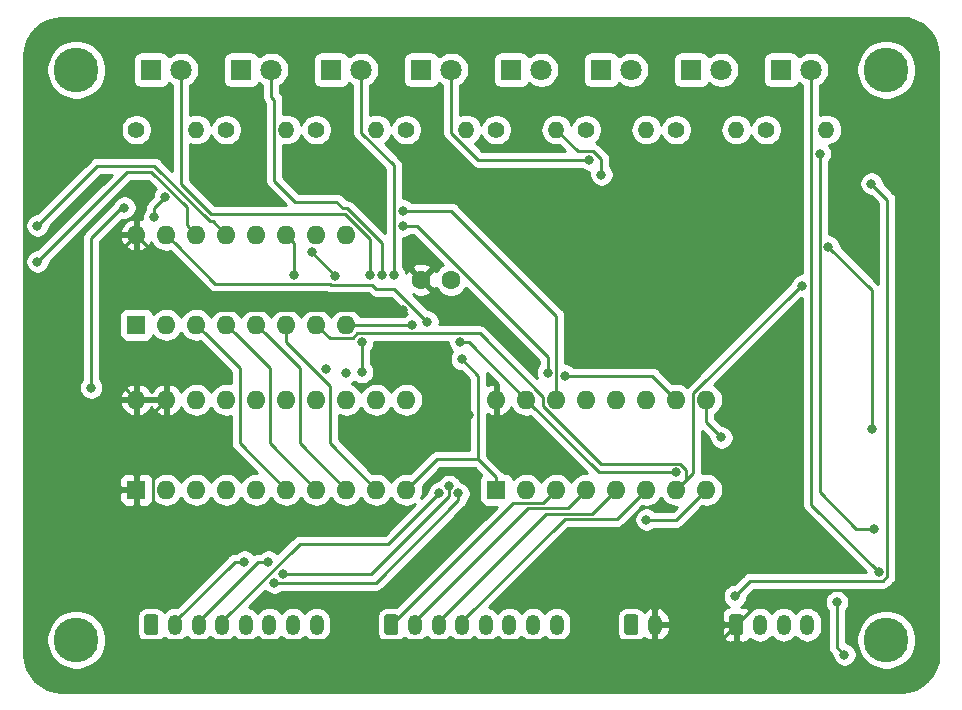
<source format=gbr>
G04 #@! TF.GenerationSoftware,KiCad,Pcbnew,(5.1.2-1)-1*
G04 #@! TF.CreationDate,2019-08-25T20:30:57+10:00*
G04 #@! TF.ProjectId,register-b,72656769-7374-4657-922d-622e6b696361,rev?*
G04 #@! TF.SameCoordinates,Original*
G04 #@! TF.FileFunction,Copper,L2,Bot*
G04 #@! TF.FilePolarity,Positive*
%FSLAX46Y46*%
G04 Gerber Fmt 4.6, Leading zero omitted, Abs format (unit mm)*
G04 Created by KiCad (PCBNEW (5.1.2-1)-1) date 2019-08-25 20:30:57*
%MOMM*%
%LPD*%
G04 APERTURE LIST*
%ADD10O,1.600000X1.600000*%
%ADD11R,1.600000X1.600000*%
%ADD12C,3.790000*%
%ADD13O,1.200000X1.750000*%
%ADD14C,0.100000*%
%ADD15C,1.200000*%
%ADD16C,1.600000*%
%ADD17C,1.800000*%
%ADD18R,1.800000X1.800000*%
%ADD19O,1.400000X1.400000*%
%ADD20C,1.400000*%
%ADD21C,0.800000*%
%ADD22C,0.250000*%
%ADD23C,0.254000*%
G04 APERTURE END LIST*
D10*
X25400000Y-46990000D03*
X43180000Y-54610000D03*
X27940000Y-46990000D03*
X40640000Y-54610000D03*
X30480000Y-46990000D03*
X38100000Y-54610000D03*
X33020000Y-46990000D03*
X35560000Y-54610000D03*
X35560000Y-46990000D03*
X33020000Y-54610000D03*
X38100000Y-46990000D03*
X30480000Y-54610000D03*
X40640000Y-46990000D03*
X27940000Y-54610000D03*
X43180000Y-46990000D03*
D11*
X25400000Y-54610000D03*
D12*
X88900000Y-81280000D03*
X20320000Y-81280000D03*
X88900000Y-33020000D03*
X20320000Y-33020000D03*
D13*
X60990000Y-80010000D03*
X58990000Y-80010000D03*
X56990000Y-80010000D03*
X54990000Y-80010000D03*
X52990000Y-80010000D03*
X50990000Y-80010000D03*
X48990000Y-80010000D03*
D14*
G36*
X47364505Y-79136204D02*
G01*
X47388773Y-79139804D01*
X47412572Y-79145765D01*
X47435671Y-79154030D01*
X47457850Y-79164520D01*
X47478893Y-79177132D01*
X47498599Y-79191747D01*
X47516777Y-79208223D01*
X47533253Y-79226401D01*
X47547868Y-79246107D01*
X47560480Y-79267150D01*
X47570970Y-79289329D01*
X47579235Y-79312428D01*
X47585196Y-79336227D01*
X47588796Y-79360495D01*
X47590000Y-79384999D01*
X47590000Y-80635001D01*
X47588796Y-80659505D01*
X47585196Y-80683773D01*
X47579235Y-80707572D01*
X47570970Y-80730671D01*
X47560480Y-80752850D01*
X47547868Y-80773893D01*
X47533253Y-80793599D01*
X47516777Y-80811777D01*
X47498599Y-80828253D01*
X47478893Y-80842868D01*
X47457850Y-80855480D01*
X47435671Y-80865970D01*
X47412572Y-80874235D01*
X47388773Y-80880196D01*
X47364505Y-80883796D01*
X47340001Y-80885000D01*
X46639999Y-80885000D01*
X46615495Y-80883796D01*
X46591227Y-80880196D01*
X46567428Y-80874235D01*
X46544329Y-80865970D01*
X46522150Y-80855480D01*
X46501107Y-80842868D01*
X46481401Y-80828253D01*
X46463223Y-80811777D01*
X46446747Y-80793599D01*
X46432132Y-80773893D01*
X46419520Y-80752850D01*
X46409030Y-80730671D01*
X46400765Y-80707572D01*
X46394804Y-80683773D01*
X46391204Y-80659505D01*
X46390000Y-80635001D01*
X46390000Y-79384999D01*
X46391204Y-79360495D01*
X46394804Y-79336227D01*
X46400765Y-79312428D01*
X46409030Y-79289329D01*
X46419520Y-79267150D01*
X46432132Y-79246107D01*
X46446747Y-79226401D01*
X46463223Y-79208223D01*
X46481401Y-79191747D01*
X46501107Y-79177132D01*
X46522150Y-79164520D01*
X46544329Y-79154030D01*
X46567428Y-79145765D01*
X46591227Y-79139804D01*
X46615495Y-79136204D01*
X46639999Y-79135000D01*
X47340001Y-79135000D01*
X47364505Y-79136204D01*
X47364505Y-79136204D01*
G37*
D15*
X46990000Y-80010000D03*
D16*
X49530000Y-50800000D03*
X52030000Y-50800000D03*
D17*
X29210000Y-33020000D03*
D18*
X26670000Y-33020000D03*
X34290000Y-33020000D03*
D17*
X36830000Y-33020000D03*
X44450000Y-33020000D03*
D18*
X41910000Y-33020000D03*
X49530000Y-33020000D03*
D17*
X52070000Y-33020000D03*
X59690000Y-33020000D03*
D18*
X57150000Y-33020000D03*
X64770000Y-33020000D03*
D17*
X67310000Y-33020000D03*
X74930000Y-33020000D03*
D18*
X72390000Y-33020000D03*
X80010000Y-33020000D03*
D17*
X82550000Y-33020000D03*
D14*
G36*
X27044505Y-79136204D02*
G01*
X27068773Y-79139804D01*
X27092572Y-79145765D01*
X27115671Y-79154030D01*
X27137850Y-79164520D01*
X27158893Y-79177132D01*
X27178599Y-79191747D01*
X27196777Y-79208223D01*
X27213253Y-79226401D01*
X27227868Y-79246107D01*
X27240480Y-79267150D01*
X27250970Y-79289329D01*
X27259235Y-79312428D01*
X27265196Y-79336227D01*
X27268796Y-79360495D01*
X27270000Y-79384999D01*
X27270000Y-80635001D01*
X27268796Y-80659505D01*
X27265196Y-80683773D01*
X27259235Y-80707572D01*
X27250970Y-80730671D01*
X27240480Y-80752850D01*
X27227868Y-80773893D01*
X27213253Y-80793599D01*
X27196777Y-80811777D01*
X27178599Y-80828253D01*
X27158893Y-80842868D01*
X27137850Y-80855480D01*
X27115671Y-80865970D01*
X27092572Y-80874235D01*
X27068773Y-80880196D01*
X27044505Y-80883796D01*
X27020001Y-80885000D01*
X26319999Y-80885000D01*
X26295495Y-80883796D01*
X26271227Y-80880196D01*
X26247428Y-80874235D01*
X26224329Y-80865970D01*
X26202150Y-80855480D01*
X26181107Y-80842868D01*
X26161401Y-80828253D01*
X26143223Y-80811777D01*
X26126747Y-80793599D01*
X26112132Y-80773893D01*
X26099520Y-80752850D01*
X26089030Y-80730671D01*
X26080765Y-80707572D01*
X26074804Y-80683773D01*
X26071204Y-80659505D01*
X26070000Y-80635001D01*
X26070000Y-79384999D01*
X26071204Y-79360495D01*
X26074804Y-79336227D01*
X26080765Y-79312428D01*
X26089030Y-79289329D01*
X26099520Y-79267150D01*
X26112132Y-79246107D01*
X26126747Y-79226401D01*
X26143223Y-79208223D01*
X26161401Y-79191747D01*
X26181107Y-79177132D01*
X26202150Y-79164520D01*
X26224329Y-79154030D01*
X26247428Y-79145765D01*
X26271227Y-79139804D01*
X26295495Y-79136204D01*
X26319999Y-79135000D01*
X27020001Y-79135000D01*
X27044505Y-79136204D01*
X27044505Y-79136204D01*
G37*
D15*
X26670000Y-80010000D03*
D13*
X28670000Y-80010000D03*
X30670000Y-80010000D03*
X32670000Y-80010000D03*
X34670000Y-80010000D03*
X36670000Y-80010000D03*
X38670000Y-80010000D03*
X40670000Y-80010000D03*
D14*
G36*
X76574505Y-79136204D02*
G01*
X76598773Y-79139804D01*
X76622572Y-79145765D01*
X76645671Y-79154030D01*
X76667850Y-79164520D01*
X76688893Y-79177132D01*
X76708599Y-79191747D01*
X76726777Y-79208223D01*
X76743253Y-79226401D01*
X76757868Y-79246107D01*
X76770480Y-79267150D01*
X76780970Y-79289329D01*
X76789235Y-79312428D01*
X76795196Y-79336227D01*
X76798796Y-79360495D01*
X76800000Y-79384999D01*
X76800000Y-80635001D01*
X76798796Y-80659505D01*
X76795196Y-80683773D01*
X76789235Y-80707572D01*
X76780970Y-80730671D01*
X76770480Y-80752850D01*
X76757868Y-80773893D01*
X76743253Y-80793599D01*
X76726777Y-80811777D01*
X76708599Y-80828253D01*
X76688893Y-80842868D01*
X76667850Y-80855480D01*
X76645671Y-80865970D01*
X76622572Y-80874235D01*
X76598773Y-80880196D01*
X76574505Y-80883796D01*
X76550001Y-80885000D01*
X75849999Y-80885000D01*
X75825495Y-80883796D01*
X75801227Y-80880196D01*
X75777428Y-80874235D01*
X75754329Y-80865970D01*
X75732150Y-80855480D01*
X75711107Y-80842868D01*
X75691401Y-80828253D01*
X75673223Y-80811777D01*
X75656747Y-80793599D01*
X75642132Y-80773893D01*
X75629520Y-80752850D01*
X75619030Y-80730671D01*
X75610765Y-80707572D01*
X75604804Y-80683773D01*
X75601204Y-80659505D01*
X75600000Y-80635001D01*
X75600000Y-79384999D01*
X75601204Y-79360495D01*
X75604804Y-79336227D01*
X75610765Y-79312428D01*
X75619030Y-79289329D01*
X75629520Y-79267150D01*
X75642132Y-79246107D01*
X75656747Y-79226401D01*
X75673223Y-79208223D01*
X75691401Y-79191747D01*
X75711107Y-79177132D01*
X75732150Y-79164520D01*
X75754329Y-79154030D01*
X75777428Y-79145765D01*
X75801227Y-79139804D01*
X75825495Y-79136204D01*
X75849999Y-79135000D01*
X76550001Y-79135000D01*
X76574505Y-79136204D01*
X76574505Y-79136204D01*
G37*
D15*
X76200000Y-80010000D03*
D13*
X78200000Y-80010000D03*
X80200000Y-80010000D03*
X82200000Y-80010000D03*
D14*
G36*
X67684505Y-79136204D02*
G01*
X67708773Y-79139804D01*
X67732572Y-79145765D01*
X67755671Y-79154030D01*
X67777850Y-79164520D01*
X67798893Y-79177132D01*
X67818599Y-79191747D01*
X67836777Y-79208223D01*
X67853253Y-79226401D01*
X67867868Y-79246107D01*
X67880480Y-79267150D01*
X67890970Y-79289329D01*
X67899235Y-79312428D01*
X67905196Y-79336227D01*
X67908796Y-79360495D01*
X67910000Y-79384999D01*
X67910000Y-80635001D01*
X67908796Y-80659505D01*
X67905196Y-80683773D01*
X67899235Y-80707572D01*
X67890970Y-80730671D01*
X67880480Y-80752850D01*
X67867868Y-80773893D01*
X67853253Y-80793599D01*
X67836777Y-80811777D01*
X67818599Y-80828253D01*
X67798893Y-80842868D01*
X67777850Y-80855480D01*
X67755671Y-80865970D01*
X67732572Y-80874235D01*
X67708773Y-80880196D01*
X67684505Y-80883796D01*
X67660001Y-80885000D01*
X66959999Y-80885000D01*
X66935495Y-80883796D01*
X66911227Y-80880196D01*
X66887428Y-80874235D01*
X66864329Y-80865970D01*
X66842150Y-80855480D01*
X66821107Y-80842868D01*
X66801401Y-80828253D01*
X66783223Y-80811777D01*
X66766747Y-80793599D01*
X66752132Y-80773893D01*
X66739520Y-80752850D01*
X66729030Y-80730671D01*
X66720765Y-80707572D01*
X66714804Y-80683773D01*
X66711204Y-80659505D01*
X66710000Y-80635001D01*
X66710000Y-79384999D01*
X66711204Y-79360495D01*
X66714804Y-79336227D01*
X66720765Y-79312428D01*
X66729030Y-79289329D01*
X66739520Y-79267150D01*
X66752132Y-79246107D01*
X66766747Y-79226401D01*
X66783223Y-79208223D01*
X66801401Y-79191747D01*
X66821107Y-79177132D01*
X66842150Y-79164520D01*
X66864329Y-79154030D01*
X66887428Y-79145765D01*
X66911227Y-79139804D01*
X66935495Y-79136204D01*
X66959999Y-79135000D01*
X67660001Y-79135000D01*
X67684505Y-79136204D01*
X67684505Y-79136204D01*
G37*
D15*
X67310000Y-80010000D03*
D13*
X69310000Y-80010000D03*
D19*
X30480000Y-38100000D03*
D20*
X25400000Y-38100000D03*
X33020000Y-38100000D03*
D19*
X38100000Y-38100000D03*
X45720000Y-38100000D03*
D20*
X40640000Y-38100000D03*
X48260000Y-38100000D03*
D19*
X53340000Y-38100000D03*
X60960000Y-38100000D03*
D20*
X55880000Y-38100000D03*
X63500000Y-38100000D03*
D19*
X68580000Y-38100000D03*
X76200000Y-38100000D03*
D20*
X71120000Y-38100000D03*
X78740000Y-38100000D03*
D19*
X83820000Y-38100000D03*
D11*
X25400000Y-68580000D03*
D10*
X48260000Y-60960000D03*
X27940000Y-68580000D03*
X45720000Y-60960000D03*
X30480000Y-68580000D03*
X43180000Y-60960000D03*
X33020000Y-68580000D03*
X40640000Y-60960000D03*
X35560000Y-68580000D03*
X38100000Y-60960000D03*
X38100000Y-68580000D03*
X35560000Y-60960000D03*
X40640000Y-68580000D03*
X33020000Y-60960000D03*
X43180000Y-68580000D03*
X30480000Y-60960000D03*
X45720000Y-68580000D03*
X27940000Y-60960000D03*
X48260000Y-68580000D03*
X25400000Y-60960000D03*
D11*
X55880000Y-68580000D03*
D10*
X73660000Y-60960000D03*
X58420000Y-68580000D03*
X71120000Y-60960000D03*
X60960000Y-68580000D03*
X68580000Y-60960000D03*
X63500000Y-68580000D03*
X66040000Y-60960000D03*
X66040000Y-68580000D03*
X63500000Y-60960000D03*
X68580000Y-68580000D03*
X60960000Y-60960000D03*
X71120000Y-68580000D03*
X58420000Y-60960000D03*
X73660000Y-68580000D03*
X55880000Y-60960000D03*
D21*
X19812000Y-66040000D03*
X51816000Y-56896000D03*
X48001347Y-53344653D03*
X53594000Y-62230000D03*
X68580000Y-71120000D03*
X52954347Y-57526347D03*
X48768000Y-54610000D03*
X26924000Y-45466000D03*
X27808347Y-43819653D03*
X64770000Y-41910000D03*
X21582000Y-59936000D03*
X48006000Y-44958000D03*
X24384000Y-44704000D03*
X52666293Y-68904780D03*
X37084000Y-76454000D03*
X34544000Y-74676000D03*
X51886051Y-68279299D03*
X37846000Y-75692000D03*
X36576000Y-74676000D03*
X51054000Y-68834000D03*
X41439999Y-58382001D03*
X17018000Y-49276000D03*
X43180000Y-58674000D03*
X17018000Y-46228000D03*
X44507685Y-58616315D03*
X40239999Y-48499989D03*
X42225005Y-50484995D03*
X44507685Y-56076315D03*
X38789999Y-50399999D03*
X71070094Y-67115212D03*
X87630000Y-42672000D03*
X76067500Y-77602500D03*
X52832000Y-56076314D03*
X50038000Y-54356000D03*
X81788000Y-51308000D03*
X45212000Y-50399999D03*
X46212003Y-50399999D03*
X47212006Y-50399999D03*
X87694969Y-63435031D03*
X84000000Y-48006000D03*
X63754000Y-40640000D03*
X85344000Y-82550000D03*
X84704347Y-78100347D03*
X87884000Y-71882000D03*
X83275000Y-40132000D03*
X88265000Y-75565000D03*
X82925000Y-78486000D03*
X74930000Y-64160031D03*
X48006000Y-46228000D03*
X60235000Y-58674000D03*
X61722000Y-58928000D03*
D22*
X22352000Y-68580000D02*
X19812000Y-66040000D01*
X25400000Y-68580000D02*
X22352000Y-68580000D01*
X24600001Y-60160001D02*
X25400000Y-60960000D01*
X23114000Y-49276000D02*
X23114000Y-58674000D01*
X23114000Y-58674000D02*
X24600001Y-60160001D01*
X25400000Y-46990000D02*
X23114000Y-49276000D01*
X31754653Y-53344653D02*
X48001347Y-53344653D01*
X25400000Y-46990000D02*
X31754653Y-53344653D01*
X51816000Y-60452000D02*
X53594000Y-62230000D01*
X51816000Y-56896000D02*
X51816000Y-60452000D01*
X71120000Y-71120000D02*
X73660000Y-68580000D01*
X68580000Y-71120000D02*
X71120000Y-71120000D01*
X55880000Y-68580000D02*
X55880000Y-67530000D01*
X43180000Y-54610000D02*
X48768000Y-54610000D01*
X26924000Y-44704000D02*
X27808347Y-43819653D01*
X26924000Y-45466000D02*
X26924000Y-44704000D01*
X55880000Y-67530000D02*
X54356000Y-66006000D01*
X54356000Y-58928000D02*
X52954347Y-57526347D01*
X54356000Y-66006000D02*
X54356000Y-58928000D01*
X50834000Y-66006000D02*
X48260000Y-68580000D01*
X54356000Y-66006000D02*
X50834000Y-66006000D01*
X64770000Y-40582998D02*
X64770000Y-41910000D01*
X64102001Y-39914999D02*
X64770000Y-40582998D01*
X62774999Y-39914999D02*
X64102001Y-39914999D01*
X60960000Y-38100000D02*
X62774999Y-39914999D01*
X21582000Y-59936000D02*
X21582000Y-47252000D01*
X24130000Y-44704000D02*
X24384000Y-44704000D01*
X21582000Y-47252000D02*
X24130000Y-44704000D01*
X48006000Y-44958000D02*
X52070000Y-44958000D01*
X60960000Y-53848000D02*
X60960000Y-60960000D01*
X52070000Y-44958000D02*
X60960000Y-53848000D01*
X45682758Y-76454000D02*
X37084000Y-76454000D01*
X52666293Y-69470465D02*
X45682758Y-76454000D01*
X52666293Y-68904780D02*
X52666293Y-69470465D01*
X28670000Y-79735000D02*
X28670000Y-80010000D01*
X33729000Y-74676000D02*
X28670000Y-79735000D01*
X34544000Y-74676000D02*
X33729000Y-74676000D01*
X45269002Y-75692000D02*
X37846000Y-75692000D01*
X51886051Y-69074951D02*
X45269002Y-75692000D01*
X51886051Y-68279299D02*
X51886051Y-69074951D01*
X30670000Y-79735000D02*
X30670000Y-80010000D01*
X35729000Y-74676000D02*
X30670000Y-79735000D01*
X36576000Y-74676000D02*
X35729000Y-74676000D01*
X51054000Y-68834000D02*
X46736000Y-73152000D01*
X32670000Y-79735000D02*
X32670000Y-80010000D01*
X39253000Y-73152000D02*
X32670000Y-79735000D01*
X46736000Y-73152000D02*
X39253000Y-73152000D01*
X29680001Y-46190001D02*
X29680001Y-44666001D01*
X30480000Y-46990000D02*
X29680001Y-46190001D01*
X29680001Y-44666001D02*
X26670000Y-41656000D01*
X24638000Y-41656000D02*
X17018000Y-49276000D01*
X26670000Y-41656000D02*
X24638000Y-41656000D01*
X31894999Y-45864999D02*
X31640999Y-45864999D01*
X33020000Y-46990000D02*
X31894999Y-45864999D01*
X31640999Y-45864999D02*
X26924000Y-41148000D01*
X22098000Y-41148000D02*
X17018000Y-46228000D01*
X26924000Y-41148000D02*
X22098000Y-41148000D01*
X44507685Y-58616315D02*
X44507685Y-56076315D01*
X42225005Y-50484995D02*
X40239999Y-48499989D01*
X38789999Y-47679999D02*
X38100000Y-46990000D01*
X38789999Y-50399999D02*
X38789999Y-47679999D01*
X64575212Y-67115212D02*
X58420000Y-60960000D01*
X71070094Y-67115212D02*
X64575212Y-67115212D01*
X77379999Y-76290001D02*
X76067500Y-77602500D01*
X88613001Y-76290001D02*
X77379999Y-76290001D01*
X87630000Y-42672000D02*
X88990001Y-44032001D01*
X88990001Y-75913001D02*
X88613001Y-76290001D01*
X88990001Y-44032001D02*
X88990001Y-75913001D01*
X53536314Y-56076314D02*
X52832000Y-56076314D01*
X58420000Y-60960000D02*
X53536314Y-56076314D01*
X32075000Y-51125000D02*
X28739999Y-47789999D01*
X41792008Y-51125000D02*
X32075000Y-51125000D01*
X28739999Y-47789999D02*
X27940000Y-46990000D01*
X50038000Y-54356000D02*
X47244000Y-51562000D01*
X41877004Y-51209996D02*
X41792008Y-51125000D01*
X45367996Y-51209996D02*
X41877004Y-51209996D01*
X45720000Y-51562000D02*
X45367996Y-51209996D01*
X47244000Y-51562000D02*
X45720000Y-51562000D01*
X81646998Y-51308000D02*
X81788000Y-51308000D01*
X72534999Y-60419999D02*
X81646998Y-51308000D01*
X72534999Y-67165001D02*
X72534999Y-60419999D01*
X71120000Y-68580000D02*
X72534999Y-67165001D01*
X71919999Y-67780001D02*
X71120000Y-68580000D01*
X71919999Y-66892115D02*
X71919999Y-67780001D01*
X71418095Y-66390211D02*
X71919999Y-66892115D01*
X44103688Y-55351314D02*
X54476316Y-55351314D01*
X59834999Y-61500001D02*
X64725209Y-66390211D01*
X59834999Y-60709997D02*
X59834999Y-61500001D01*
X43720001Y-55735001D02*
X44103688Y-55351314D01*
X64725209Y-66390211D02*
X71418095Y-66390211D01*
X41765001Y-55735001D02*
X43720001Y-55735001D01*
X54476316Y-55351314D02*
X59834999Y-60709997D01*
X40640000Y-54610000D02*
X41765001Y-55735001D01*
X59834999Y-69705001D02*
X60160001Y-69379999D01*
X57294999Y-69705001D02*
X59834999Y-69705001D01*
X60160001Y-69379999D02*
X60960000Y-68580000D01*
X46990000Y-80010000D02*
X57294999Y-69705001D01*
X45212000Y-47356998D02*
X43067002Y-45212000D01*
X45212000Y-50399999D02*
X45212000Y-47356998D01*
X43067002Y-45212000D02*
X31750000Y-45212000D01*
X29210000Y-42672000D02*
X29210000Y-33020000D01*
X31750000Y-45212000D02*
X29210000Y-42672000D01*
X62700001Y-69379999D02*
X63500000Y-68580000D01*
X61924989Y-70155011D02*
X62700001Y-69379999D01*
X58569989Y-70155011D02*
X61924989Y-70155011D01*
X48990000Y-79735000D02*
X58569989Y-70155011D01*
X48990000Y-80010000D02*
X48990000Y-79735000D01*
X36830000Y-34292792D02*
X36830000Y-33020000D01*
X46212003Y-47720591D02*
X43253402Y-44761990D01*
X46212003Y-50399999D02*
X46212003Y-47720591D01*
X42898576Y-44761990D02*
X42332586Y-44196000D01*
X43253402Y-44761990D02*
X42898576Y-44761990D01*
X42332586Y-44196000D02*
X38862000Y-44196000D01*
X37074999Y-42408999D02*
X37074999Y-35550999D01*
X37074999Y-35550999D02*
X36830000Y-35306000D01*
X38862000Y-44196000D02*
X37074999Y-42408999D01*
X36830000Y-35306000D02*
X36830000Y-34292792D01*
X65240001Y-69379999D02*
X66040000Y-68580000D01*
X64014979Y-70605021D02*
X65240001Y-69379999D01*
X60119979Y-70605021D02*
X64014979Y-70605021D01*
X50990000Y-79735000D02*
X60119979Y-70605021D01*
X50990000Y-80010000D02*
X50990000Y-79735000D01*
X44450000Y-34292792D02*
X44450000Y-33020000D01*
X44450000Y-38347002D02*
X44450000Y-34292792D01*
X47212006Y-41109008D02*
X44450000Y-38347002D01*
X47212006Y-50399999D02*
X47212006Y-41109008D01*
X66104969Y-71055031D02*
X67780001Y-69379999D01*
X61669969Y-71055031D02*
X66104969Y-71055031D01*
X52990000Y-79735000D02*
X61669969Y-71055031D01*
X67780001Y-69379999D02*
X68580000Y-68580000D01*
X52990000Y-80010000D02*
X52990000Y-79735000D01*
X87694969Y-51700969D02*
X84000000Y-48006000D01*
X87694969Y-63435031D02*
X87694969Y-51700969D01*
X52070000Y-34292792D02*
X52070000Y-33020000D01*
X52070000Y-38347002D02*
X52070000Y-34292792D01*
X54362998Y-40640000D02*
X52070000Y-38347002D01*
X63754000Y-40640000D02*
X54362998Y-40640000D01*
X84704347Y-81910347D02*
X84704347Y-78100347D01*
X85344000Y-82550000D02*
X84704347Y-81910347D01*
X31279999Y-55409999D02*
X30480000Y-54610000D01*
X34145001Y-64625001D02*
X34145001Y-58275001D01*
X34145001Y-58275001D02*
X31279999Y-55409999D01*
X38100000Y-68580000D02*
X34145001Y-64625001D01*
X33819999Y-55409999D02*
X33020000Y-54610000D01*
X36685001Y-58275001D02*
X33819999Y-55409999D01*
X36685001Y-64625001D02*
X36685001Y-58275001D01*
X40640000Y-68580000D02*
X36685001Y-64625001D01*
X87884000Y-71882000D02*
X86360000Y-71882000D01*
X83275000Y-68797000D02*
X83275000Y-40132000D01*
X86360000Y-71882000D02*
X83275000Y-68797000D01*
X36359999Y-55409999D02*
X35560000Y-54610000D01*
X39225001Y-58275001D02*
X36359999Y-55409999D01*
X39225001Y-64625001D02*
X39225001Y-58275001D01*
X43180000Y-68580000D02*
X39225001Y-64625001D01*
X82550000Y-68834000D02*
X82550000Y-33020000D01*
X88265000Y-75565000D02*
X82550000Y-69850000D01*
X82550000Y-69850000D02*
X82550000Y-68834000D01*
X41765001Y-59780005D02*
X38100000Y-56115004D01*
X41765001Y-64625001D02*
X41765001Y-59780005D01*
X38100000Y-55741370D02*
X38100000Y-54610000D01*
X38100000Y-56115004D02*
X38100000Y-55741370D01*
X45720000Y-68580000D02*
X41765001Y-64625001D01*
X77724000Y-78486000D02*
X82925000Y-78486000D01*
X76200000Y-80010000D02*
X77724000Y-78486000D01*
X76200000Y-80010000D02*
X74930000Y-81280000D01*
X74930000Y-81280000D02*
X25146000Y-81280000D01*
X25146000Y-81280000D02*
X23876000Y-80010000D01*
X23876000Y-80010000D02*
X23876000Y-76200000D01*
X23876000Y-76200000D02*
X26814999Y-73261001D01*
X26814999Y-62085001D02*
X27940000Y-60960000D01*
X26814999Y-73261001D02*
X26814999Y-62085001D01*
X73660000Y-62890031D02*
X74930000Y-64160031D01*
X73660000Y-60960000D02*
X73660000Y-62890031D01*
X60235000Y-57339998D02*
X60235000Y-58674000D01*
X49123002Y-46228000D02*
X60235000Y-57339998D01*
X48006000Y-46228000D02*
X49123002Y-46228000D01*
X69088000Y-58928000D02*
X71120000Y-60960000D01*
X61722000Y-58928000D02*
X69088000Y-58928000D01*
D23*
G36*
X90776344Y-28687738D02*
G01*
X91359595Y-28863832D01*
X91897529Y-29149856D01*
X92369667Y-29534922D01*
X92758019Y-30004359D01*
X93047794Y-30540286D01*
X93227955Y-31122291D01*
X93295000Y-31760189D01*
X93295001Y-82516485D01*
X93232262Y-83156343D01*
X93056168Y-83739595D01*
X92770143Y-84277531D01*
X92385078Y-84749667D01*
X91915641Y-85138019D01*
X91379714Y-85427794D01*
X90797705Y-85607956D01*
X90159811Y-85675000D01*
X19083505Y-85675000D01*
X18443657Y-85612262D01*
X17860405Y-85436168D01*
X17322469Y-85150143D01*
X16850333Y-84765078D01*
X16461981Y-84295641D01*
X16172206Y-83759714D01*
X15992044Y-83177705D01*
X15925000Y-82539811D01*
X15925000Y-81030817D01*
X17790000Y-81030817D01*
X17790000Y-81529183D01*
X17887226Y-82017974D01*
X18077943Y-82478405D01*
X18354820Y-82892781D01*
X18707219Y-83245180D01*
X19121595Y-83522057D01*
X19582026Y-83712774D01*
X20070817Y-83810000D01*
X20569183Y-83810000D01*
X21057974Y-83712774D01*
X21518405Y-83522057D01*
X21932781Y-83245180D01*
X22285180Y-82892781D01*
X22562057Y-82478405D01*
X22752774Y-82017974D01*
X22850000Y-81529183D01*
X22850000Y-81030817D01*
X22752774Y-80542026D01*
X22562057Y-80081595D01*
X22285180Y-79667219D01*
X21932781Y-79314820D01*
X21518405Y-79037943D01*
X21057974Y-78847226D01*
X20569183Y-78750000D01*
X20070817Y-78750000D01*
X19582026Y-78847226D01*
X19121595Y-79037943D01*
X18707219Y-79314820D01*
X18354820Y-79667219D01*
X18077943Y-80081595D01*
X17887226Y-80542026D01*
X17790000Y-81030817D01*
X15925000Y-81030817D01*
X15925000Y-69380000D01*
X23961928Y-69380000D01*
X23974188Y-69504482D01*
X24010498Y-69624180D01*
X24069463Y-69734494D01*
X24148815Y-69831185D01*
X24245506Y-69910537D01*
X24355820Y-69969502D01*
X24475518Y-70005812D01*
X24600000Y-70018072D01*
X25114250Y-70015000D01*
X25273000Y-69856250D01*
X25273000Y-68707000D01*
X24123750Y-68707000D01*
X23965000Y-68865750D01*
X23961928Y-69380000D01*
X15925000Y-69380000D01*
X15925000Y-67780000D01*
X23961928Y-67780000D01*
X23965000Y-68294250D01*
X24123750Y-68453000D01*
X25273000Y-68453000D01*
X25273000Y-67303750D01*
X25114250Y-67145000D01*
X24600000Y-67141928D01*
X24475518Y-67154188D01*
X24355820Y-67190498D01*
X24245506Y-67249463D01*
X24148815Y-67328815D01*
X24069463Y-67425506D01*
X24010498Y-67535820D01*
X23974188Y-67655518D01*
X23961928Y-67780000D01*
X15925000Y-67780000D01*
X15925000Y-61309040D01*
X24008091Y-61309040D01*
X24102930Y-61573881D01*
X24247615Y-61815131D01*
X24436586Y-62023519D01*
X24662580Y-62191037D01*
X24916913Y-62311246D01*
X25050961Y-62351904D01*
X25273000Y-62229915D01*
X25273000Y-61087000D01*
X25527000Y-61087000D01*
X25527000Y-62229915D01*
X25749039Y-62351904D01*
X25883087Y-62311246D01*
X26137420Y-62191037D01*
X26363414Y-62023519D01*
X26552385Y-61815131D01*
X26670000Y-61619018D01*
X26787615Y-61815131D01*
X26976586Y-62023519D01*
X27202580Y-62191037D01*
X27456913Y-62311246D01*
X27590961Y-62351904D01*
X27813000Y-62229915D01*
X27813000Y-61087000D01*
X25527000Y-61087000D01*
X25273000Y-61087000D01*
X24129376Y-61087000D01*
X24008091Y-61309040D01*
X15925000Y-61309040D01*
X15925000Y-59834061D01*
X20547000Y-59834061D01*
X20547000Y-60037939D01*
X20586774Y-60237898D01*
X20664795Y-60426256D01*
X20778063Y-60595774D01*
X20922226Y-60739937D01*
X21091744Y-60853205D01*
X21280102Y-60931226D01*
X21480061Y-60971000D01*
X21683939Y-60971000D01*
X21883898Y-60931226D01*
X22072256Y-60853205D01*
X22241774Y-60739937D01*
X22370751Y-60610960D01*
X24008091Y-60610960D01*
X24129376Y-60833000D01*
X25273000Y-60833000D01*
X25273000Y-59690085D01*
X25527000Y-59690085D01*
X25527000Y-60833000D01*
X27813000Y-60833000D01*
X27813000Y-59690085D01*
X27590961Y-59568096D01*
X27456913Y-59608754D01*
X27202580Y-59728963D01*
X26976586Y-59896481D01*
X26787615Y-60104869D01*
X26670000Y-60300982D01*
X26552385Y-60104869D01*
X26363414Y-59896481D01*
X26137420Y-59728963D01*
X25883087Y-59608754D01*
X25749039Y-59568096D01*
X25527000Y-59690085D01*
X25273000Y-59690085D01*
X25050961Y-59568096D01*
X24916913Y-59608754D01*
X24662580Y-59728963D01*
X24436586Y-59896481D01*
X24247615Y-60104869D01*
X24102930Y-60346119D01*
X24008091Y-60610960D01*
X22370751Y-60610960D01*
X22385937Y-60595774D01*
X22499205Y-60426256D01*
X22577226Y-60237898D01*
X22617000Y-60037939D01*
X22617000Y-59834061D01*
X22577226Y-59634102D01*
X22499205Y-59445744D01*
X22385937Y-59276226D01*
X22342000Y-59232289D01*
X22342000Y-47566801D01*
X22569761Y-47339040D01*
X24008091Y-47339040D01*
X24102930Y-47603881D01*
X24247615Y-47845131D01*
X24436586Y-48053519D01*
X24662580Y-48221037D01*
X24916913Y-48341246D01*
X25050961Y-48381904D01*
X25273000Y-48259915D01*
X25273000Y-47117000D01*
X24129376Y-47117000D01*
X24008091Y-47339040D01*
X22569761Y-47339040D01*
X23267841Y-46640960D01*
X24008091Y-46640960D01*
X24129376Y-46863000D01*
X25273000Y-46863000D01*
X25273000Y-45720085D01*
X25050961Y-45598096D01*
X24916913Y-45638754D01*
X24662580Y-45758963D01*
X24436586Y-45926481D01*
X24247615Y-46134869D01*
X24102930Y-46376119D01*
X24008091Y-46640960D01*
X23267841Y-46640960D01*
X24188427Y-45720375D01*
X24282061Y-45739000D01*
X24485939Y-45739000D01*
X24685898Y-45699226D01*
X24874256Y-45621205D01*
X25043774Y-45507937D01*
X25187937Y-45363774D01*
X25301205Y-45194256D01*
X25379226Y-45005898D01*
X25419000Y-44805939D01*
X25419000Y-44602061D01*
X25379226Y-44402102D01*
X25301205Y-44213744D01*
X25187937Y-44044226D01*
X25043774Y-43900063D01*
X24874256Y-43786795D01*
X24685898Y-43708774D01*
X24485939Y-43669000D01*
X24282061Y-43669000D01*
X24082102Y-43708774D01*
X23893744Y-43786795D01*
X23724226Y-43900063D01*
X23580063Y-44044226D01*
X23466795Y-44213744D01*
X23411174Y-44348024D01*
X21070998Y-46688201D01*
X21042000Y-46711999D01*
X21018202Y-46740997D01*
X21018201Y-46740998D01*
X20947026Y-46827724D01*
X20876454Y-46959754D01*
X20851810Y-47040997D01*
X20832998Y-47103014D01*
X20822501Y-47209588D01*
X20818324Y-47252000D01*
X20822001Y-47289332D01*
X20822000Y-59232289D01*
X20778063Y-59276226D01*
X20664795Y-59445744D01*
X20586774Y-59634102D01*
X20547000Y-59834061D01*
X15925000Y-59834061D01*
X15925000Y-46126061D01*
X15983000Y-46126061D01*
X15983000Y-46329939D01*
X16022774Y-46529898D01*
X16100795Y-46718256D01*
X16214063Y-46887774D01*
X16358226Y-47031937D01*
X16527744Y-47145205D01*
X16716102Y-47223226D01*
X16916061Y-47263000D01*
X17119939Y-47263000D01*
X17319898Y-47223226D01*
X17508256Y-47145205D01*
X17677774Y-47031937D01*
X17821937Y-46887774D01*
X17935205Y-46718256D01*
X18013226Y-46529898D01*
X18053000Y-46329939D01*
X18053000Y-46267801D01*
X22412802Y-41908000D01*
X23311198Y-41908000D01*
X16978199Y-48241000D01*
X16916061Y-48241000D01*
X16716102Y-48280774D01*
X16527744Y-48358795D01*
X16358226Y-48472063D01*
X16214063Y-48616226D01*
X16100795Y-48785744D01*
X16022774Y-48974102D01*
X15983000Y-49174061D01*
X15983000Y-49377939D01*
X16022774Y-49577898D01*
X16100795Y-49766256D01*
X16214063Y-49935774D01*
X16358226Y-50079937D01*
X16527744Y-50193205D01*
X16716102Y-50271226D01*
X16916061Y-50311000D01*
X17119939Y-50311000D01*
X17319898Y-50271226D01*
X17508256Y-50193205D01*
X17677774Y-50079937D01*
X17821937Y-49935774D01*
X17935205Y-49766256D01*
X18013226Y-49577898D01*
X18053000Y-49377939D01*
X18053000Y-49315801D01*
X24952802Y-42416000D01*
X26355199Y-42416000D01*
X27051744Y-43112545D01*
X27004410Y-43159879D01*
X26891142Y-43329397D01*
X26813121Y-43517755D01*
X26773347Y-43717714D01*
X26773347Y-43779852D01*
X26412998Y-44140201D01*
X26384000Y-44163999D01*
X26360202Y-44192997D01*
X26360201Y-44192998D01*
X26289026Y-44279724D01*
X26218454Y-44411754D01*
X26216560Y-44417999D01*
X26174997Y-44555014D01*
X26164000Y-44666667D01*
X26164000Y-44666678D01*
X26160324Y-44704000D01*
X26164000Y-44741322D01*
X26164000Y-44762289D01*
X26120063Y-44806226D01*
X26006795Y-44975744D01*
X25928774Y-45164102D01*
X25889000Y-45364061D01*
X25889000Y-45567939D01*
X25905161Y-45649187D01*
X25883087Y-45638754D01*
X25749039Y-45598096D01*
X25527000Y-45720085D01*
X25527000Y-46863000D01*
X25547000Y-46863000D01*
X25547000Y-47117000D01*
X25527000Y-47117000D01*
X25527000Y-48259915D01*
X25749039Y-48381904D01*
X25883087Y-48341246D01*
X26137420Y-48221037D01*
X26363414Y-48053519D01*
X26552385Y-47845131D01*
X26667421Y-47653318D01*
X26741068Y-47791101D01*
X26920392Y-48009608D01*
X27138899Y-48188932D01*
X27388192Y-48322182D01*
X27658691Y-48404236D01*
X27869508Y-48425000D01*
X28010492Y-48425000D01*
X28221309Y-48404236D01*
X28265907Y-48390708D01*
X31511200Y-51636002D01*
X31534999Y-51665001D01*
X31650724Y-51759974D01*
X31782753Y-51830546D01*
X31926014Y-51874003D01*
X32037667Y-51885000D01*
X32037675Y-51885000D01*
X32075000Y-51888676D01*
X32112325Y-51885000D01*
X41527618Y-51885000D01*
X41584757Y-51915542D01*
X41728018Y-51958999D01*
X41839671Y-51969996D01*
X41839681Y-51969996D01*
X41877003Y-51973672D01*
X41914326Y-51969996D01*
X45053195Y-51969996D01*
X45156196Y-52072997D01*
X45179999Y-52102001D01*
X45295724Y-52196974D01*
X45427753Y-52267546D01*
X45571014Y-52311003D01*
X45682667Y-52322000D01*
X45682677Y-52322000D01*
X45720000Y-52325676D01*
X45757323Y-52322000D01*
X46929199Y-52322000D01*
X48293477Y-53686278D01*
X48277744Y-53692795D01*
X48108226Y-53806063D01*
X48064289Y-53850000D01*
X44400901Y-53850000D01*
X44378932Y-53808899D01*
X44199608Y-53590392D01*
X43981101Y-53411068D01*
X43731808Y-53277818D01*
X43461309Y-53195764D01*
X43250492Y-53175000D01*
X43109508Y-53175000D01*
X42898691Y-53195764D01*
X42628192Y-53277818D01*
X42378899Y-53411068D01*
X42160392Y-53590392D01*
X41981068Y-53808899D01*
X41910000Y-53941858D01*
X41838932Y-53808899D01*
X41659608Y-53590392D01*
X41441101Y-53411068D01*
X41191808Y-53277818D01*
X40921309Y-53195764D01*
X40710492Y-53175000D01*
X40569508Y-53175000D01*
X40358691Y-53195764D01*
X40088192Y-53277818D01*
X39838899Y-53411068D01*
X39620392Y-53590392D01*
X39441068Y-53808899D01*
X39370000Y-53941858D01*
X39298932Y-53808899D01*
X39119608Y-53590392D01*
X38901101Y-53411068D01*
X38651808Y-53277818D01*
X38381309Y-53195764D01*
X38170492Y-53175000D01*
X38029508Y-53175000D01*
X37818691Y-53195764D01*
X37548192Y-53277818D01*
X37298899Y-53411068D01*
X37080392Y-53590392D01*
X36901068Y-53808899D01*
X36830000Y-53941858D01*
X36758932Y-53808899D01*
X36579608Y-53590392D01*
X36361101Y-53411068D01*
X36111808Y-53277818D01*
X35841309Y-53195764D01*
X35630492Y-53175000D01*
X35489508Y-53175000D01*
X35278691Y-53195764D01*
X35008192Y-53277818D01*
X34758899Y-53411068D01*
X34540392Y-53590392D01*
X34361068Y-53808899D01*
X34290000Y-53941858D01*
X34218932Y-53808899D01*
X34039608Y-53590392D01*
X33821101Y-53411068D01*
X33571808Y-53277818D01*
X33301309Y-53195764D01*
X33090492Y-53175000D01*
X32949508Y-53175000D01*
X32738691Y-53195764D01*
X32468192Y-53277818D01*
X32218899Y-53411068D01*
X32000392Y-53590392D01*
X31821068Y-53808899D01*
X31750000Y-53941858D01*
X31678932Y-53808899D01*
X31499608Y-53590392D01*
X31281101Y-53411068D01*
X31031808Y-53277818D01*
X30761309Y-53195764D01*
X30550492Y-53175000D01*
X30409508Y-53175000D01*
X30198691Y-53195764D01*
X29928192Y-53277818D01*
X29678899Y-53411068D01*
X29460392Y-53590392D01*
X29281068Y-53808899D01*
X29210000Y-53941858D01*
X29138932Y-53808899D01*
X28959608Y-53590392D01*
X28741101Y-53411068D01*
X28491808Y-53277818D01*
X28221309Y-53195764D01*
X28010492Y-53175000D01*
X27869508Y-53175000D01*
X27658691Y-53195764D01*
X27388192Y-53277818D01*
X27138899Y-53411068D01*
X26920392Y-53590392D01*
X26827581Y-53703482D01*
X26825812Y-53685518D01*
X26789502Y-53565820D01*
X26730537Y-53455506D01*
X26651185Y-53358815D01*
X26554494Y-53279463D01*
X26444180Y-53220498D01*
X26324482Y-53184188D01*
X26200000Y-53171928D01*
X24600000Y-53171928D01*
X24475518Y-53184188D01*
X24355820Y-53220498D01*
X24245506Y-53279463D01*
X24148815Y-53358815D01*
X24069463Y-53455506D01*
X24010498Y-53565820D01*
X23974188Y-53685518D01*
X23961928Y-53810000D01*
X23961928Y-55410000D01*
X23974188Y-55534482D01*
X24010498Y-55654180D01*
X24069463Y-55764494D01*
X24148815Y-55861185D01*
X24245506Y-55940537D01*
X24355820Y-55999502D01*
X24475518Y-56035812D01*
X24600000Y-56048072D01*
X26200000Y-56048072D01*
X26324482Y-56035812D01*
X26444180Y-55999502D01*
X26554494Y-55940537D01*
X26651185Y-55861185D01*
X26730537Y-55764494D01*
X26789502Y-55654180D01*
X26825812Y-55534482D01*
X26827581Y-55516518D01*
X26920392Y-55629608D01*
X27138899Y-55808932D01*
X27388192Y-55942182D01*
X27658691Y-56024236D01*
X27869508Y-56045000D01*
X28010492Y-56045000D01*
X28221309Y-56024236D01*
X28491808Y-55942182D01*
X28741101Y-55808932D01*
X28959608Y-55629608D01*
X29138932Y-55411101D01*
X29210000Y-55278142D01*
X29281068Y-55411101D01*
X29460392Y-55629608D01*
X29678899Y-55808932D01*
X29928192Y-55942182D01*
X30198691Y-56024236D01*
X30409508Y-56045000D01*
X30550492Y-56045000D01*
X30761309Y-56024236D01*
X30805907Y-56010708D01*
X33385002Y-58589804D01*
X33385002Y-59571152D01*
X33301309Y-59545764D01*
X33090492Y-59525000D01*
X32949508Y-59525000D01*
X32738691Y-59545764D01*
X32468192Y-59627818D01*
X32218899Y-59761068D01*
X32000392Y-59940392D01*
X31821068Y-60158899D01*
X31750000Y-60291858D01*
X31678932Y-60158899D01*
X31499608Y-59940392D01*
X31281101Y-59761068D01*
X31031808Y-59627818D01*
X30761309Y-59545764D01*
X30550492Y-59525000D01*
X30409508Y-59525000D01*
X30198691Y-59545764D01*
X29928192Y-59627818D01*
X29678899Y-59761068D01*
X29460392Y-59940392D01*
X29281068Y-60158899D01*
X29207421Y-60296682D01*
X29092385Y-60104869D01*
X28903414Y-59896481D01*
X28677420Y-59728963D01*
X28423087Y-59608754D01*
X28289039Y-59568096D01*
X28067000Y-59690085D01*
X28067000Y-60833000D01*
X28087000Y-60833000D01*
X28087000Y-61087000D01*
X28067000Y-61087000D01*
X28067000Y-62229915D01*
X28289039Y-62351904D01*
X28423087Y-62311246D01*
X28677420Y-62191037D01*
X28903414Y-62023519D01*
X29092385Y-61815131D01*
X29207421Y-61623318D01*
X29281068Y-61761101D01*
X29460392Y-61979608D01*
X29678899Y-62158932D01*
X29928192Y-62292182D01*
X30198691Y-62374236D01*
X30409508Y-62395000D01*
X30550492Y-62395000D01*
X30761309Y-62374236D01*
X31031808Y-62292182D01*
X31281101Y-62158932D01*
X31499608Y-61979608D01*
X31678932Y-61761101D01*
X31750000Y-61628142D01*
X31821068Y-61761101D01*
X32000392Y-61979608D01*
X32218899Y-62158932D01*
X32468192Y-62292182D01*
X32738691Y-62374236D01*
X32949508Y-62395000D01*
X33090492Y-62395000D01*
X33301309Y-62374236D01*
X33385001Y-62348849D01*
X33385001Y-64587678D01*
X33381325Y-64625001D01*
X33385001Y-64662323D01*
X33385001Y-64662333D01*
X33395998Y-64773986D01*
X33436963Y-64909033D01*
X33439455Y-64917247D01*
X33510027Y-65049277D01*
X33532973Y-65077236D01*
X33605000Y-65165002D01*
X33634004Y-65188805D01*
X35590198Y-67145000D01*
X35489508Y-67145000D01*
X35278691Y-67165764D01*
X35008192Y-67247818D01*
X34758899Y-67381068D01*
X34540392Y-67560392D01*
X34361068Y-67778899D01*
X34290000Y-67911858D01*
X34218932Y-67778899D01*
X34039608Y-67560392D01*
X33821101Y-67381068D01*
X33571808Y-67247818D01*
X33301309Y-67165764D01*
X33090492Y-67145000D01*
X32949508Y-67145000D01*
X32738691Y-67165764D01*
X32468192Y-67247818D01*
X32218899Y-67381068D01*
X32000392Y-67560392D01*
X31821068Y-67778899D01*
X31750000Y-67911858D01*
X31678932Y-67778899D01*
X31499608Y-67560392D01*
X31281101Y-67381068D01*
X31031808Y-67247818D01*
X30761309Y-67165764D01*
X30550492Y-67145000D01*
X30409508Y-67145000D01*
X30198691Y-67165764D01*
X29928192Y-67247818D01*
X29678899Y-67381068D01*
X29460392Y-67560392D01*
X29281068Y-67778899D01*
X29210000Y-67911858D01*
X29138932Y-67778899D01*
X28959608Y-67560392D01*
X28741101Y-67381068D01*
X28491808Y-67247818D01*
X28221309Y-67165764D01*
X28010492Y-67145000D01*
X27869508Y-67145000D01*
X27658691Y-67165764D01*
X27388192Y-67247818D01*
X27138899Y-67381068D01*
X26920392Y-67560392D01*
X26827581Y-67673482D01*
X26825812Y-67655518D01*
X26789502Y-67535820D01*
X26730537Y-67425506D01*
X26651185Y-67328815D01*
X26554494Y-67249463D01*
X26444180Y-67190498D01*
X26324482Y-67154188D01*
X26200000Y-67141928D01*
X25685750Y-67145000D01*
X25527000Y-67303750D01*
X25527000Y-68453000D01*
X25547000Y-68453000D01*
X25547000Y-68707000D01*
X25527000Y-68707000D01*
X25527000Y-69856250D01*
X25685750Y-70015000D01*
X26200000Y-70018072D01*
X26324482Y-70005812D01*
X26444180Y-69969502D01*
X26554494Y-69910537D01*
X26651185Y-69831185D01*
X26730537Y-69734494D01*
X26789502Y-69624180D01*
X26825812Y-69504482D01*
X26827581Y-69486518D01*
X26920392Y-69599608D01*
X27138899Y-69778932D01*
X27388192Y-69912182D01*
X27658691Y-69994236D01*
X27869508Y-70015000D01*
X28010492Y-70015000D01*
X28221309Y-69994236D01*
X28491808Y-69912182D01*
X28741101Y-69778932D01*
X28959608Y-69599608D01*
X29138932Y-69381101D01*
X29210000Y-69248142D01*
X29281068Y-69381101D01*
X29460392Y-69599608D01*
X29678899Y-69778932D01*
X29928192Y-69912182D01*
X30198691Y-69994236D01*
X30409508Y-70015000D01*
X30550492Y-70015000D01*
X30761309Y-69994236D01*
X31031808Y-69912182D01*
X31281101Y-69778932D01*
X31499608Y-69599608D01*
X31678932Y-69381101D01*
X31750000Y-69248142D01*
X31821068Y-69381101D01*
X32000392Y-69599608D01*
X32218899Y-69778932D01*
X32468192Y-69912182D01*
X32738691Y-69994236D01*
X32949508Y-70015000D01*
X33090492Y-70015000D01*
X33301309Y-69994236D01*
X33571808Y-69912182D01*
X33821101Y-69778932D01*
X34039608Y-69599608D01*
X34218932Y-69381101D01*
X34290000Y-69248142D01*
X34361068Y-69381101D01*
X34540392Y-69599608D01*
X34758899Y-69778932D01*
X35008192Y-69912182D01*
X35278691Y-69994236D01*
X35489508Y-70015000D01*
X35630492Y-70015000D01*
X35841309Y-69994236D01*
X36111808Y-69912182D01*
X36361101Y-69778932D01*
X36579608Y-69599608D01*
X36758932Y-69381101D01*
X36830000Y-69248142D01*
X36901068Y-69381101D01*
X37080392Y-69599608D01*
X37298899Y-69778932D01*
X37548192Y-69912182D01*
X37818691Y-69994236D01*
X38029508Y-70015000D01*
X38170492Y-70015000D01*
X38381309Y-69994236D01*
X38651808Y-69912182D01*
X38901101Y-69778932D01*
X39119608Y-69599608D01*
X39298932Y-69381101D01*
X39370000Y-69248142D01*
X39441068Y-69381101D01*
X39620392Y-69599608D01*
X39838899Y-69778932D01*
X40088192Y-69912182D01*
X40358691Y-69994236D01*
X40569508Y-70015000D01*
X40710492Y-70015000D01*
X40921309Y-69994236D01*
X41191808Y-69912182D01*
X41441101Y-69778932D01*
X41659608Y-69599608D01*
X41838932Y-69381101D01*
X41910000Y-69248142D01*
X41981068Y-69381101D01*
X42160392Y-69599608D01*
X42378899Y-69778932D01*
X42628192Y-69912182D01*
X42898691Y-69994236D01*
X43109508Y-70015000D01*
X43250492Y-70015000D01*
X43461309Y-69994236D01*
X43731808Y-69912182D01*
X43981101Y-69778932D01*
X44199608Y-69599608D01*
X44378932Y-69381101D01*
X44450000Y-69248142D01*
X44521068Y-69381101D01*
X44700392Y-69599608D01*
X44918899Y-69778932D01*
X45168192Y-69912182D01*
X45438691Y-69994236D01*
X45649508Y-70015000D01*
X45790492Y-70015000D01*
X46001309Y-69994236D01*
X46271808Y-69912182D01*
X46521101Y-69778932D01*
X46739608Y-69599608D01*
X46918932Y-69381101D01*
X46990000Y-69248142D01*
X47061068Y-69381101D01*
X47240392Y-69599608D01*
X47458899Y-69778932D01*
X47708192Y-69912182D01*
X47978691Y-69994236D01*
X48189508Y-70015000D01*
X48330492Y-70015000D01*
X48541309Y-69994236D01*
X48811808Y-69912182D01*
X49003453Y-69809746D01*
X46421199Y-72392000D01*
X39290323Y-72392000D01*
X39253000Y-72388324D01*
X39215677Y-72392000D01*
X39215667Y-72392000D01*
X39104014Y-72402997D01*
X38962912Y-72445799D01*
X38960753Y-72446454D01*
X38828723Y-72517026D01*
X38798568Y-72541774D01*
X38712999Y-72611999D01*
X38689201Y-72640997D01*
X37346955Y-73983244D01*
X37235774Y-73872063D01*
X37066256Y-73758795D01*
X36877898Y-73680774D01*
X36677939Y-73641000D01*
X36474061Y-73641000D01*
X36274102Y-73680774D01*
X36085744Y-73758795D01*
X35916226Y-73872063D01*
X35872289Y-73916000D01*
X35766322Y-73916000D01*
X35728999Y-73912324D01*
X35691676Y-73916000D01*
X35691667Y-73916000D01*
X35580014Y-73926997D01*
X35436753Y-73970454D01*
X35348775Y-74017480D01*
X35347937Y-74016226D01*
X35203774Y-73872063D01*
X35034256Y-73758795D01*
X34845898Y-73680774D01*
X34645939Y-73641000D01*
X34442061Y-73641000D01*
X34242102Y-73680774D01*
X34053744Y-73758795D01*
X33884226Y-73872063D01*
X33840289Y-73916000D01*
X33766322Y-73916000D01*
X33728999Y-73912324D01*
X33691676Y-73916000D01*
X33691667Y-73916000D01*
X33580014Y-73926997D01*
X33436753Y-73970454D01*
X33304724Y-74041026D01*
X33304722Y-74041027D01*
X33304723Y-74041027D01*
X33217996Y-74112201D01*
X33217992Y-74112205D01*
X33188999Y-74135999D01*
X33165205Y-74164992D01*
X28821274Y-78508924D01*
X28670000Y-78494025D01*
X28427898Y-78517870D01*
X28195099Y-78588489D01*
X27980551Y-78703167D01*
X27792498Y-78857498D01*
X27760809Y-78896111D01*
X27758405Y-78891613D01*
X27647962Y-78757038D01*
X27513387Y-78646595D01*
X27359851Y-78564528D01*
X27193255Y-78513992D01*
X27020001Y-78496928D01*
X26319999Y-78496928D01*
X26146745Y-78513992D01*
X25980149Y-78564528D01*
X25826613Y-78646595D01*
X25692038Y-78757038D01*
X25581595Y-78891613D01*
X25499528Y-79045149D01*
X25448992Y-79211745D01*
X25431928Y-79384999D01*
X25431928Y-80635001D01*
X25448992Y-80808255D01*
X25499528Y-80974851D01*
X25581595Y-81128387D01*
X25692038Y-81262962D01*
X25826613Y-81373405D01*
X25980149Y-81455472D01*
X26146745Y-81506008D01*
X26319999Y-81523072D01*
X27020001Y-81523072D01*
X27193255Y-81506008D01*
X27359851Y-81455472D01*
X27513387Y-81373405D01*
X27647962Y-81262962D01*
X27758405Y-81128387D01*
X27760810Y-81123888D01*
X27792499Y-81162502D01*
X27980552Y-81316833D01*
X28195100Y-81431511D01*
X28427899Y-81502130D01*
X28670000Y-81525975D01*
X28912102Y-81502130D01*
X29144901Y-81431511D01*
X29359449Y-81316833D01*
X29547502Y-81162502D01*
X29670001Y-81013237D01*
X29792499Y-81162502D01*
X29980552Y-81316833D01*
X30195100Y-81431511D01*
X30427899Y-81502130D01*
X30670000Y-81525975D01*
X30912102Y-81502130D01*
X31144901Y-81431511D01*
X31359449Y-81316833D01*
X31547502Y-81162502D01*
X31670001Y-81013237D01*
X31792499Y-81162502D01*
X31980552Y-81316833D01*
X32195100Y-81431511D01*
X32427899Y-81502130D01*
X32670000Y-81525975D01*
X32912102Y-81502130D01*
X33144901Y-81431511D01*
X33359449Y-81316833D01*
X33547502Y-81162502D01*
X33670001Y-81013237D01*
X33792499Y-81162502D01*
X33980552Y-81316833D01*
X34195100Y-81431511D01*
X34427899Y-81502130D01*
X34670000Y-81525975D01*
X34912102Y-81502130D01*
X35144901Y-81431511D01*
X35359449Y-81316833D01*
X35547502Y-81162502D01*
X35670001Y-81013237D01*
X35792499Y-81162502D01*
X35980552Y-81316833D01*
X36195100Y-81431511D01*
X36427899Y-81502130D01*
X36670000Y-81525975D01*
X36912102Y-81502130D01*
X37144901Y-81431511D01*
X37359449Y-81316833D01*
X37547502Y-81162502D01*
X37670001Y-81013237D01*
X37792499Y-81162502D01*
X37980552Y-81316833D01*
X38195100Y-81431511D01*
X38427899Y-81502130D01*
X38670000Y-81525975D01*
X38912102Y-81502130D01*
X39144901Y-81431511D01*
X39359449Y-81316833D01*
X39547502Y-81162502D01*
X39670001Y-81013237D01*
X39792499Y-81162502D01*
X39980552Y-81316833D01*
X40195100Y-81431511D01*
X40427899Y-81502130D01*
X40670000Y-81525975D01*
X40912102Y-81502130D01*
X41144901Y-81431511D01*
X41359449Y-81316833D01*
X41547502Y-81162502D01*
X41701833Y-80974449D01*
X41816511Y-80759900D01*
X41887130Y-80527101D01*
X41905000Y-80345664D01*
X41905000Y-79674335D01*
X41887130Y-79492898D01*
X41816511Y-79260099D01*
X41701833Y-79045551D01*
X41547502Y-78857498D01*
X41359448Y-78703167D01*
X41144900Y-78588489D01*
X40912101Y-78517870D01*
X40670000Y-78494025D01*
X40427898Y-78517870D01*
X40195099Y-78588489D01*
X39980551Y-78703167D01*
X39792498Y-78857498D01*
X39670000Y-79006763D01*
X39547502Y-78857498D01*
X39359448Y-78703167D01*
X39144900Y-78588489D01*
X38912101Y-78517870D01*
X38670000Y-78494025D01*
X38427898Y-78517870D01*
X38195099Y-78588489D01*
X37980551Y-78703167D01*
X37792498Y-78857498D01*
X37670000Y-79006763D01*
X37547502Y-78857498D01*
X37359448Y-78703167D01*
X37144900Y-78588489D01*
X36912101Y-78517870D01*
X36670000Y-78494025D01*
X36427898Y-78517870D01*
X36195099Y-78588489D01*
X35980551Y-78703167D01*
X35792498Y-78857498D01*
X35670000Y-79006763D01*
X35547502Y-78857498D01*
X35359448Y-78703167D01*
X35144900Y-78588489D01*
X34950334Y-78529468D01*
X36323045Y-77156756D01*
X36424226Y-77257937D01*
X36593744Y-77371205D01*
X36782102Y-77449226D01*
X36982061Y-77489000D01*
X37185939Y-77489000D01*
X37385898Y-77449226D01*
X37574256Y-77371205D01*
X37743774Y-77257937D01*
X37787711Y-77214000D01*
X45645436Y-77214000D01*
X45682758Y-77217676D01*
X45720080Y-77214000D01*
X45720091Y-77214000D01*
X45831744Y-77203003D01*
X45975005Y-77159546D01*
X46107034Y-77088974D01*
X46222759Y-76994001D01*
X46246562Y-76964997D01*
X53177296Y-70034264D01*
X53206294Y-70010466D01*
X53261007Y-69943798D01*
X53301267Y-69894742D01*
X53371839Y-69762712D01*
X53415280Y-69619504D01*
X53470230Y-69564554D01*
X53583498Y-69395036D01*
X53661519Y-69206678D01*
X53701293Y-69006719D01*
X53701293Y-68802841D01*
X53661519Y-68602882D01*
X53583498Y-68414524D01*
X53470230Y-68245006D01*
X53326067Y-68100843D01*
X53156549Y-67987575D01*
X52968191Y-67909554D01*
X52842846Y-67884622D01*
X52803256Y-67789043D01*
X52689988Y-67619525D01*
X52545825Y-67475362D01*
X52376307Y-67362094D01*
X52187949Y-67284073D01*
X51987990Y-67244299D01*
X51784112Y-67244299D01*
X51584153Y-67284073D01*
X51395795Y-67362094D01*
X51226277Y-67475362D01*
X51082114Y-67619525D01*
X50968846Y-67789043D01*
X50964722Y-67799000D01*
X50952061Y-67799000D01*
X50752102Y-67838774D01*
X50563744Y-67916795D01*
X50394226Y-68030063D01*
X50250063Y-68174226D01*
X50136795Y-68343744D01*
X50058774Y-68532102D01*
X50019000Y-68732061D01*
X50019000Y-68794198D01*
X49489746Y-69323452D01*
X49592182Y-69131808D01*
X49674236Y-68861309D01*
X49701943Y-68580000D01*
X49674236Y-68298691D01*
X49660708Y-68254094D01*
X51148802Y-66766000D01*
X54041199Y-66766000D01*
X54617635Y-67342437D01*
X54549463Y-67425506D01*
X54490498Y-67535820D01*
X54454188Y-67655518D01*
X54441928Y-67780000D01*
X54441928Y-69380000D01*
X54454188Y-69504482D01*
X54490498Y-69624180D01*
X54549463Y-69734494D01*
X54628815Y-69831185D01*
X54725506Y-69910537D01*
X54835820Y-69969502D01*
X54955518Y-70005812D01*
X55080000Y-70018072D01*
X55907126Y-70018072D01*
X47420357Y-78504842D01*
X47340001Y-78496928D01*
X46639999Y-78496928D01*
X46466745Y-78513992D01*
X46300149Y-78564528D01*
X46146613Y-78646595D01*
X46012038Y-78757038D01*
X45901595Y-78891613D01*
X45819528Y-79045149D01*
X45768992Y-79211745D01*
X45751928Y-79384999D01*
X45751928Y-80635001D01*
X45768992Y-80808255D01*
X45819528Y-80974851D01*
X45901595Y-81128387D01*
X46012038Y-81262962D01*
X46146613Y-81373405D01*
X46300149Y-81455472D01*
X46466745Y-81506008D01*
X46639999Y-81523072D01*
X47340001Y-81523072D01*
X47513255Y-81506008D01*
X47679851Y-81455472D01*
X47833387Y-81373405D01*
X47967962Y-81262962D01*
X48078405Y-81128387D01*
X48080810Y-81123888D01*
X48112499Y-81162502D01*
X48300552Y-81316833D01*
X48515100Y-81431511D01*
X48747899Y-81502130D01*
X48990000Y-81525975D01*
X49232102Y-81502130D01*
X49464901Y-81431511D01*
X49679449Y-81316833D01*
X49867502Y-81162502D01*
X49990001Y-81013237D01*
X50112499Y-81162502D01*
X50300552Y-81316833D01*
X50515100Y-81431511D01*
X50747899Y-81502130D01*
X50990000Y-81525975D01*
X51232102Y-81502130D01*
X51464901Y-81431511D01*
X51679449Y-81316833D01*
X51867502Y-81162502D01*
X51990001Y-81013237D01*
X52112499Y-81162502D01*
X52300552Y-81316833D01*
X52515100Y-81431511D01*
X52747899Y-81502130D01*
X52990000Y-81525975D01*
X53232102Y-81502130D01*
X53464901Y-81431511D01*
X53679449Y-81316833D01*
X53867502Y-81162502D01*
X53990001Y-81013237D01*
X54112499Y-81162502D01*
X54300552Y-81316833D01*
X54515100Y-81431511D01*
X54747899Y-81502130D01*
X54990000Y-81525975D01*
X55232102Y-81502130D01*
X55464901Y-81431511D01*
X55679449Y-81316833D01*
X55867502Y-81162502D01*
X55990001Y-81013237D01*
X56112499Y-81162502D01*
X56300552Y-81316833D01*
X56515100Y-81431511D01*
X56747899Y-81502130D01*
X56990000Y-81525975D01*
X57232102Y-81502130D01*
X57464901Y-81431511D01*
X57679449Y-81316833D01*
X57867502Y-81162502D01*
X57990001Y-81013237D01*
X58112499Y-81162502D01*
X58300552Y-81316833D01*
X58515100Y-81431511D01*
X58747899Y-81502130D01*
X58990000Y-81525975D01*
X59232102Y-81502130D01*
X59464901Y-81431511D01*
X59679449Y-81316833D01*
X59867502Y-81162502D01*
X59990001Y-81013237D01*
X60112499Y-81162502D01*
X60300552Y-81316833D01*
X60515100Y-81431511D01*
X60747899Y-81502130D01*
X60990000Y-81525975D01*
X61232102Y-81502130D01*
X61464901Y-81431511D01*
X61679449Y-81316833D01*
X61867502Y-81162502D01*
X62021833Y-80974449D01*
X62136511Y-80759900D01*
X62207130Y-80527101D01*
X62225000Y-80345664D01*
X62225000Y-79674335D01*
X62207130Y-79492898D01*
X62174400Y-79384999D01*
X66071928Y-79384999D01*
X66071928Y-80635001D01*
X66088992Y-80808255D01*
X66139528Y-80974851D01*
X66221595Y-81128387D01*
X66332038Y-81262962D01*
X66466613Y-81373405D01*
X66620149Y-81455472D01*
X66786745Y-81506008D01*
X66959999Y-81523072D01*
X67660001Y-81523072D01*
X67833255Y-81506008D01*
X67999851Y-81455472D01*
X68153387Y-81373405D01*
X68287962Y-81262962D01*
X68398405Y-81128387D01*
X68400967Y-81123594D01*
X68526526Y-81248078D01*
X68729467Y-81382421D01*
X68954718Y-81474591D01*
X68992391Y-81478462D01*
X69183000Y-81353731D01*
X69183000Y-80137000D01*
X69437000Y-80137000D01*
X69437000Y-81353731D01*
X69627609Y-81478462D01*
X69665282Y-81474591D01*
X69890533Y-81382421D01*
X70093474Y-81248078D01*
X70266307Y-81076725D01*
X70395609Y-80885000D01*
X74961928Y-80885000D01*
X74974188Y-81009482D01*
X75010498Y-81129180D01*
X75069463Y-81239494D01*
X75148815Y-81336185D01*
X75245506Y-81415537D01*
X75355820Y-81474502D01*
X75475518Y-81510812D01*
X75600000Y-81523072D01*
X75914250Y-81520000D01*
X76073000Y-81361250D01*
X76073000Y-80137000D01*
X75123750Y-80137000D01*
X74965000Y-80295750D01*
X74961928Y-80885000D01*
X70395609Y-80885000D01*
X70402390Y-80874946D01*
X70496493Y-80650496D01*
X70545000Y-80412000D01*
X70545000Y-80137000D01*
X69437000Y-80137000D01*
X69183000Y-80137000D01*
X69163000Y-80137000D01*
X69163000Y-79883000D01*
X69183000Y-79883000D01*
X69183000Y-78666269D01*
X69437000Y-78666269D01*
X69437000Y-79883000D01*
X70545000Y-79883000D01*
X70545000Y-79608000D01*
X70496493Y-79369504D01*
X70402390Y-79145054D01*
X70266307Y-78943275D01*
X70093474Y-78771922D01*
X69890533Y-78637579D01*
X69665282Y-78545409D01*
X69627609Y-78541538D01*
X69437000Y-78666269D01*
X69183000Y-78666269D01*
X68992391Y-78541538D01*
X68954718Y-78545409D01*
X68729467Y-78637579D01*
X68526526Y-78771922D01*
X68400967Y-78896406D01*
X68398405Y-78891613D01*
X68287962Y-78757038D01*
X68153387Y-78646595D01*
X67999851Y-78564528D01*
X67833255Y-78513992D01*
X67660001Y-78496928D01*
X66959999Y-78496928D01*
X66786745Y-78513992D01*
X66620149Y-78564528D01*
X66466613Y-78646595D01*
X66332038Y-78757038D01*
X66221595Y-78891613D01*
X66139528Y-79045149D01*
X66088992Y-79211745D01*
X66071928Y-79384999D01*
X62174400Y-79384999D01*
X62136511Y-79260099D01*
X62021833Y-79045551D01*
X61867502Y-78857498D01*
X61679448Y-78703167D01*
X61464900Y-78588489D01*
X61232101Y-78517870D01*
X60990000Y-78494025D01*
X60747898Y-78517870D01*
X60515099Y-78588489D01*
X60300551Y-78703167D01*
X60112498Y-78857498D01*
X59990000Y-79006763D01*
X59867502Y-78857498D01*
X59679448Y-78703167D01*
X59464900Y-78588489D01*
X59232101Y-78517870D01*
X58990000Y-78494025D01*
X58747898Y-78517870D01*
X58515099Y-78588489D01*
X58300551Y-78703167D01*
X58112498Y-78857498D01*
X57990000Y-79006763D01*
X57867502Y-78857498D01*
X57679448Y-78703167D01*
X57464900Y-78588489D01*
X57232101Y-78517870D01*
X56990000Y-78494025D01*
X56747898Y-78517870D01*
X56515099Y-78588489D01*
X56300551Y-78703167D01*
X56112498Y-78857498D01*
X55990000Y-79006763D01*
X55867502Y-78857498D01*
X55679448Y-78703167D01*
X55464900Y-78588489D01*
X55270333Y-78529468D01*
X61984771Y-71815031D01*
X66067647Y-71815031D01*
X66104969Y-71818707D01*
X66142291Y-71815031D01*
X66142302Y-71815031D01*
X66253955Y-71804034D01*
X66397216Y-71760577D01*
X66529245Y-71690005D01*
X66644970Y-71595032D01*
X66668773Y-71566028D01*
X68254094Y-69980708D01*
X68298691Y-69994236D01*
X68509508Y-70015000D01*
X68650492Y-70015000D01*
X68861309Y-69994236D01*
X69131808Y-69912182D01*
X69381101Y-69778932D01*
X69599608Y-69599608D01*
X69778932Y-69381101D01*
X69850000Y-69248142D01*
X69921068Y-69381101D01*
X70100392Y-69599608D01*
X70318899Y-69778932D01*
X70568192Y-69912182D01*
X70838691Y-69994236D01*
X71049508Y-70015000D01*
X71150199Y-70015000D01*
X70805199Y-70360000D01*
X69283711Y-70360000D01*
X69239774Y-70316063D01*
X69070256Y-70202795D01*
X68881898Y-70124774D01*
X68681939Y-70085000D01*
X68478061Y-70085000D01*
X68278102Y-70124774D01*
X68089744Y-70202795D01*
X67920226Y-70316063D01*
X67776063Y-70460226D01*
X67662795Y-70629744D01*
X67584774Y-70818102D01*
X67545000Y-71018061D01*
X67545000Y-71221939D01*
X67584774Y-71421898D01*
X67662795Y-71610256D01*
X67776063Y-71779774D01*
X67920226Y-71923937D01*
X68089744Y-72037205D01*
X68278102Y-72115226D01*
X68478061Y-72155000D01*
X68681939Y-72155000D01*
X68881898Y-72115226D01*
X69070256Y-72037205D01*
X69239774Y-71923937D01*
X69283711Y-71880000D01*
X71082678Y-71880000D01*
X71120000Y-71883676D01*
X71157322Y-71880000D01*
X71157333Y-71880000D01*
X71268986Y-71869003D01*
X71412247Y-71825546D01*
X71544276Y-71754974D01*
X71660001Y-71660001D01*
X71683804Y-71630997D01*
X73334094Y-69980708D01*
X73378691Y-69994236D01*
X73589508Y-70015000D01*
X73730492Y-70015000D01*
X73941309Y-69994236D01*
X74211808Y-69912182D01*
X74461101Y-69778932D01*
X74679608Y-69599608D01*
X74858932Y-69381101D01*
X74992182Y-69131808D01*
X75074236Y-68861309D01*
X75101943Y-68580000D01*
X75074236Y-68298691D01*
X74992182Y-68028192D01*
X74858932Y-67778899D01*
X74679608Y-67560392D01*
X74461101Y-67381068D01*
X74211808Y-67247818D01*
X73941309Y-67165764D01*
X73730492Y-67145000D01*
X73589508Y-67145000D01*
X73378691Y-67165764D01*
X73296133Y-67190807D01*
X73298675Y-67165001D01*
X73294999Y-67127676D01*
X73294999Y-63599831D01*
X73895000Y-64199833D01*
X73895000Y-64261970D01*
X73934774Y-64461929D01*
X74012795Y-64650287D01*
X74126063Y-64819805D01*
X74270226Y-64963968D01*
X74439744Y-65077236D01*
X74628102Y-65155257D01*
X74828061Y-65195031D01*
X75031939Y-65195031D01*
X75231898Y-65155257D01*
X75420256Y-65077236D01*
X75589774Y-64963968D01*
X75733937Y-64819805D01*
X75847205Y-64650287D01*
X75925226Y-64461929D01*
X75965000Y-64261970D01*
X75965000Y-64058092D01*
X75925226Y-63858133D01*
X75847205Y-63669775D01*
X75733937Y-63500257D01*
X75589774Y-63356094D01*
X75420256Y-63242826D01*
X75231898Y-63164805D01*
X75031939Y-63125031D01*
X74969802Y-63125031D01*
X74420000Y-62575230D01*
X74420000Y-62180901D01*
X74461101Y-62158932D01*
X74679608Y-61979608D01*
X74858932Y-61761101D01*
X74992182Y-61511808D01*
X75074236Y-61241309D01*
X75101943Y-60960000D01*
X75074236Y-60678691D01*
X74992182Y-60408192D01*
X74858932Y-60158899D01*
X74679608Y-59940392D01*
X74461101Y-59761068D01*
X74335739Y-59694060D01*
X81686800Y-52343000D01*
X81790000Y-52343000D01*
X81790000Y-68871332D01*
X81790001Y-68871341D01*
X81790000Y-69812677D01*
X81786324Y-69850000D01*
X81790000Y-69887322D01*
X81790000Y-69887332D01*
X81800997Y-69998985D01*
X81829825Y-70094019D01*
X81844454Y-70142246D01*
X81915026Y-70274276D01*
X81946621Y-70312774D01*
X82009999Y-70390001D01*
X82039003Y-70413804D01*
X87155199Y-75530001D01*
X77417322Y-75530001D01*
X77379999Y-75526325D01*
X77342676Y-75530001D01*
X77342666Y-75530001D01*
X77231013Y-75540998D01*
X77087752Y-75584455D01*
X76955722Y-75655027D01*
X76883881Y-75713986D01*
X76839998Y-75750000D01*
X76816200Y-75778998D01*
X76027699Y-76567500D01*
X75965561Y-76567500D01*
X75765602Y-76607274D01*
X75577244Y-76685295D01*
X75407726Y-76798563D01*
X75263563Y-76942726D01*
X75150295Y-77112244D01*
X75072274Y-77300602D01*
X75032500Y-77500561D01*
X75032500Y-77704439D01*
X75072274Y-77904398D01*
X75150295Y-78092756D01*
X75263563Y-78262274D01*
X75407726Y-78406437D01*
X75550458Y-78501807D01*
X75475518Y-78509188D01*
X75355820Y-78545498D01*
X75245506Y-78604463D01*
X75148815Y-78683815D01*
X75069463Y-78780506D01*
X75010498Y-78890820D01*
X74974188Y-79010518D01*
X74961928Y-79135000D01*
X74965000Y-79724250D01*
X75123750Y-79883000D01*
X76073000Y-79883000D01*
X76073000Y-79863000D01*
X76327000Y-79863000D01*
X76327000Y-79883000D01*
X76347000Y-79883000D01*
X76347000Y-80137000D01*
X76327000Y-80137000D01*
X76327000Y-81361250D01*
X76485750Y-81520000D01*
X76800000Y-81523072D01*
X76924482Y-81510812D01*
X77044180Y-81474502D01*
X77154494Y-81415537D01*
X77251185Y-81336185D01*
X77330537Y-81239494D01*
X77356692Y-81190563D01*
X77510552Y-81316833D01*
X77725100Y-81431511D01*
X77957899Y-81502130D01*
X78200000Y-81525975D01*
X78442102Y-81502130D01*
X78674901Y-81431511D01*
X78889449Y-81316833D01*
X79077502Y-81162502D01*
X79200001Y-81013237D01*
X79322499Y-81162502D01*
X79510552Y-81316833D01*
X79725100Y-81431511D01*
X79957899Y-81502130D01*
X80200000Y-81525975D01*
X80442102Y-81502130D01*
X80674901Y-81431511D01*
X80889449Y-81316833D01*
X81077502Y-81162502D01*
X81200001Y-81013237D01*
X81322499Y-81162502D01*
X81510552Y-81316833D01*
X81725100Y-81431511D01*
X81957899Y-81502130D01*
X82200000Y-81525975D01*
X82442102Y-81502130D01*
X82674901Y-81431511D01*
X82889449Y-81316833D01*
X83077502Y-81162502D01*
X83231833Y-80974449D01*
X83346511Y-80759900D01*
X83417130Y-80527101D01*
X83435000Y-80345664D01*
X83435000Y-79674335D01*
X83417130Y-79492898D01*
X83346511Y-79260099D01*
X83231833Y-79045551D01*
X83077502Y-78857498D01*
X82889448Y-78703167D01*
X82674900Y-78588489D01*
X82442101Y-78517870D01*
X82200000Y-78494025D01*
X81957898Y-78517870D01*
X81725099Y-78588489D01*
X81510551Y-78703167D01*
X81322498Y-78857498D01*
X81200000Y-79006763D01*
X81077502Y-78857498D01*
X80889448Y-78703167D01*
X80674900Y-78588489D01*
X80442101Y-78517870D01*
X80200000Y-78494025D01*
X79957898Y-78517870D01*
X79725099Y-78588489D01*
X79510551Y-78703167D01*
X79322498Y-78857498D01*
X79200000Y-79006763D01*
X79077502Y-78857498D01*
X78889448Y-78703167D01*
X78674900Y-78588489D01*
X78442101Y-78517870D01*
X78200000Y-78494025D01*
X77957898Y-78517870D01*
X77725099Y-78588489D01*
X77510551Y-78703167D01*
X77356691Y-78829436D01*
X77330537Y-78780506D01*
X77251185Y-78683815D01*
X77154494Y-78604463D01*
X77044180Y-78545498D01*
X76924482Y-78509188D01*
X76800000Y-78496928D01*
X76588754Y-78498993D01*
X76727274Y-78406437D01*
X76871437Y-78262274D01*
X76984705Y-78092756D01*
X77023785Y-77998408D01*
X83669347Y-77998408D01*
X83669347Y-78202286D01*
X83709121Y-78402245D01*
X83787142Y-78590603D01*
X83900410Y-78760121D01*
X83944348Y-78804059D01*
X83944347Y-81873024D01*
X83940671Y-81910347D01*
X83944347Y-81947669D01*
X83944347Y-81947679D01*
X83955344Y-82059332D01*
X83979803Y-82139963D01*
X83998801Y-82202593D01*
X84069373Y-82334623D01*
X84083645Y-82352013D01*
X84164346Y-82450348D01*
X84193349Y-82474150D01*
X84309000Y-82589801D01*
X84309000Y-82651939D01*
X84348774Y-82851898D01*
X84426795Y-83040256D01*
X84540063Y-83209774D01*
X84684226Y-83353937D01*
X84853744Y-83467205D01*
X85042102Y-83545226D01*
X85242061Y-83585000D01*
X85445939Y-83585000D01*
X85645898Y-83545226D01*
X85834256Y-83467205D01*
X86003774Y-83353937D01*
X86147937Y-83209774D01*
X86261205Y-83040256D01*
X86339226Y-82851898D01*
X86379000Y-82651939D01*
X86379000Y-82448061D01*
X86339226Y-82248102D01*
X86261205Y-82059744D01*
X86147937Y-81890226D01*
X86003774Y-81746063D01*
X85834256Y-81632795D01*
X85645898Y-81554774D01*
X85464347Y-81518662D01*
X85464347Y-81030817D01*
X86370000Y-81030817D01*
X86370000Y-81529183D01*
X86467226Y-82017974D01*
X86657943Y-82478405D01*
X86934820Y-82892781D01*
X87287219Y-83245180D01*
X87701595Y-83522057D01*
X88162026Y-83712774D01*
X88650817Y-83810000D01*
X89149183Y-83810000D01*
X89637974Y-83712774D01*
X90098405Y-83522057D01*
X90512781Y-83245180D01*
X90865180Y-82892781D01*
X91142057Y-82478405D01*
X91332774Y-82017974D01*
X91430000Y-81529183D01*
X91430000Y-81030817D01*
X91332774Y-80542026D01*
X91142057Y-80081595D01*
X90865180Y-79667219D01*
X90512781Y-79314820D01*
X90098405Y-79037943D01*
X89637974Y-78847226D01*
X89149183Y-78750000D01*
X88650817Y-78750000D01*
X88162026Y-78847226D01*
X87701595Y-79037943D01*
X87287219Y-79314820D01*
X86934820Y-79667219D01*
X86657943Y-80081595D01*
X86467226Y-80542026D01*
X86370000Y-81030817D01*
X85464347Y-81030817D01*
X85464347Y-78804058D01*
X85508284Y-78760121D01*
X85621552Y-78590603D01*
X85699573Y-78402245D01*
X85739347Y-78202286D01*
X85739347Y-77998408D01*
X85699573Y-77798449D01*
X85621552Y-77610091D01*
X85508284Y-77440573D01*
X85364121Y-77296410D01*
X85194603Y-77183142D01*
X85006245Y-77105121D01*
X84806286Y-77065347D01*
X84602408Y-77065347D01*
X84402449Y-77105121D01*
X84214091Y-77183142D01*
X84044573Y-77296410D01*
X83900410Y-77440573D01*
X83787142Y-77610091D01*
X83709121Y-77798449D01*
X83669347Y-77998408D01*
X77023785Y-77998408D01*
X77062726Y-77904398D01*
X77102500Y-77704439D01*
X77102500Y-77642301D01*
X77694801Y-77050001D01*
X88575679Y-77050001D01*
X88613001Y-77053677D01*
X88650323Y-77050001D01*
X88650334Y-77050001D01*
X88761987Y-77039004D01*
X88905248Y-76995547D01*
X89037277Y-76924975D01*
X89153002Y-76830002D01*
X89176805Y-76800998D01*
X89500998Y-76476805D01*
X89530002Y-76453002D01*
X89624975Y-76337277D01*
X89695547Y-76205248D01*
X89739004Y-76061987D01*
X89750001Y-75950334D01*
X89753678Y-75913001D01*
X89750001Y-75875668D01*
X89750001Y-44069324D01*
X89753677Y-44032001D01*
X89750001Y-43994678D01*
X89750001Y-43994668D01*
X89739004Y-43883015D01*
X89695547Y-43739754D01*
X89624975Y-43607725D01*
X89530002Y-43492000D01*
X89501005Y-43468203D01*
X88665000Y-42632199D01*
X88665000Y-42570061D01*
X88625226Y-42370102D01*
X88547205Y-42181744D01*
X88433937Y-42012226D01*
X88289774Y-41868063D01*
X88120256Y-41754795D01*
X87931898Y-41676774D01*
X87731939Y-41637000D01*
X87528061Y-41637000D01*
X87328102Y-41676774D01*
X87139744Y-41754795D01*
X86970226Y-41868063D01*
X86826063Y-42012226D01*
X86712795Y-42181744D01*
X86634774Y-42370102D01*
X86595000Y-42570061D01*
X86595000Y-42773939D01*
X86634774Y-42973898D01*
X86712795Y-43162256D01*
X86826063Y-43331774D01*
X86970226Y-43475937D01*
X87139744Y-43589205D01*
X87328102Y-43667226D01*
X87528061Y-43707000D01*
X87590199Y-43707000D01*
X88230001Y-44346803D01*
X88230001Y-51156890D01*
X88205972Y-51137170D01*
X85035000Y-47966199D01*
X85035000Y-47904061D01*
X84995226Y-47704102D01*
X84917205Y-47515744D01*
X84803937Y-47346226D01*
X84659774Y-47202063D01*
X84490256Y-47088795D01*
X84301898Y-47010774D01*
X84101939Y-46971000D01*
X84035000Y-46971000D01*
X84035000Y-40835711D01*
X84078937Y-40791774D01*
X84192205Y-40622256D01*
X84270226Y-40433898D01*
X84310000Y-40233939D01*
X84310000Y-40030061D01*
X84270226Y-39830102D01*
X84192205Y-39641744D01*
X84078937Y-39472226D01*
X84027712Y-39421001D01*
X84081706Y-39415683D01*
X84333354Y-39339347D01*
X84565275Y-39215382D01*
X84768555Y-39048555D01*
X84935382Y-38845275D01*
X85059347Y-38613354D01*
X85135683Y-38361706D01*
X85161459Y-38100000D01*
X85135683Y-37838294D01*
X85059347Y-37586646D01*
X84935382Y-37354725D01*
X84768555Y-37151445D01*
X84565275Y-36984618D01*
X84333354Y-36860653D01*
X84081706Y-36784317D01*
X83885579Y-36765000D01*
X83754421Y-36765000D01*
X83558294Y-36784317D01*
X83310000Y-36859636D01*
X83310000Y-34358313D01*
X83528505Y-34212312D01*
X83742312Y-33998505D01*
X83910299Y-33747095D01*
X84026011Y-33467743D01*
X84085000Y-33171184D01*
X84085000Y-32868816D01*
X84065507Y-32770817D01*
X86370000Y-32770817D01*
X86370000Y-33269183D01*
X86467226Y-33757974D01*
X86657943Y-34218405D01*
X86934820Y-34632781D01*
X87287219Y-34985180D01*
X87701595Y-35262057D01*
X88162026Y-35452774D01*
X88650817Y-35550000D01*
X89149183Y-35550000D01*
X89637974Y-35452774D01*
X90098405Y-35262057D01*
X90512781Y-34985180D01*
X90865180Y-34632781D01*
X91142057Y-34218405D01*
X91332774Y-33757974D01*
X91430000Y-33269183D01*
X91430000Y-32770817D01*
X91332774Y-32282026D01*
X91142057Y-31821595D01*
X90865180Y-31407219D01*
X90512781Y-31054820D01*
X90098405Y-30777943D01*
X89637974Y-30587226D01*
X89149183Y-30490000D01*
X88650817Y-30490000D01*
X88162026Y-30587226D01*
X87701595Y-30777943D01*
X87287219Y-31054820D01*
X86934820Y-31407219D01*
X86657943Y-31821595D01*
X86467226Y-32282026D01*
X86370000Y-32770817D01*
X84065507Y-32770817D01*
X84026011Y-32572257D01*
X83910299Y-32292905D01*
X83742312Y-32041495D01*
X83528505Y-31827688D01*
X83277095Y-31659701D01*
X82997743Y-31543989D01*
X82701184Y-31485000D01*
X82398816Y-31485000D01*
X82102257Y-31543989D01*
X81822905Y-31659701D01*
X81571495Y-31827688D01*
X81505056Y-31894127D01*
X81499502Y-31875820D01*
X81440537Y-31765506D01*
X81361185Y-31668815D01*
X81264494Y-31589463D01*
X81154180Y-31530498D01*
X81034482Y-31494188D01*
X80910000Y-31481928D01*
X79110000Y-31481928D01*
X78985518Y-31494188D01*
X78865820Y-31530498D01*
X78755506Y-31589463D01*
X78658815Y-31668815D01*
X78579463Y-31765506D01*
X78520498Y-31875820D01*
X78484188Y-31995518D01*
X78471928Y-32120000D01*
X78471928Y-33920000D01*
X78484188Y-34044482D01*
X78520498Y-34164180D01*
X78579463Y-34274494D01*
X78658815Y-34371185D01*
X78755506Y-34450537D01*
X78865820Y-34509502D01*
X78985518Y-34545812D01*
X79110000Y-34558072D01*
X80910000Y-34558072D01*
X81034482Y-34545812D01*
X81154180Y-34509502D01*
X81264494Y-34450537D01*
X81361185Y-34371185D01*
X81440537Y-34274494D01*
X81499502Y-34164180D01*
X81505056Y-34145873D01*
X81571495Y-34212312D01*
X81790001Y-34358313D01*
X81790001Y-50273000D01*
X81686061Y-50273000D01*
X81486102Y-50312774D01*
X81297744Y-50390795D01*
X81128226Y-50504063D01*
X80984063Y-50648226D01*
X80870795Y-50817744D01*
X80792774Y-51006102D01*
X80772582Y-51107614D01*
X72029867Y-59850330D01*
X71921101Y-59761068D01*
X71671808Y-59627818D01*
X71401309Y-59545764D01*
X71190492Y-59525000D01*
X71049508Y-59525000D01*
X70838691Y-59545764D01*
X70794094Y-59559292D01*
X69651804Y-58417003D01*
X69628001Y-58387999D01*
X69512276Y-58293026D01*
X69380247Y-58222454D01*
X69236986Y-58178997D01*
X69125333Y-58168000D01*
X69125322Y-58168000D01*
X69088000Y-58164324D01*
X69050678Y-58168000D01*
X62425711Y-58168000D01*
X62381774Y-58124063D01*
X62212256Y-58010795D01*
X62023898Y-57932774D01*
X61823939Y-57893000D01*
X61720000Y-57893000D01*
X61720000Y-53885333D01*
X61723677Y-53848000D01*
X61709003Y-53699014D01*
X61665546Y-53555753D01*
X61594974Y-53423724D01*
X61523799Y-53336997D01*
X61500001Y-53307999D01*
X61471004Y-53284202D01*
X52633804Y-44447003D01*
X52610001Y-44417999D01*
X52494276Y-44323026D01*
X52362247Y-44252454D01*
X52218986Y-44208997D01*
X52107333Y-44198000D01*
X52107322Y-44198000D01*
X52070000Y-44194324D01*
X52032678Y-44198000D01*
X48709711Y-44198000D01*
X48665774Y-44154063D01*
X48496256Y-44040795D01*
X48307898Y-43962774D01*
X48107939Y-43923000D01*
X47972006Y-43923000D01*
X47972006Y-41146330D01*
X47975682Y-41109007D01*
X47972006Y-41071684D01*
X47972006Y-41071675D01*
X47961009Y-40960022D01*
X47917552Y-40816761D01*
X47846980Y-40684732D01*
X47752007Y-40569007D01*
X47723009Y-40545209D01*
X46418294Y-39240494D01*
X46465275Y-39215382D01*
X46668555Y-39048555D01*
X46835382Y-38845275D01*
X46959347Y-38613354D01*
X46988220Y-38518172D01*
X47076939Y-38732359D01*
X47223038Y-38951013D01*
X47408987Y-39136962D01*
X47627641Y-39283061D01*
X47870595Y-39383696D01*
X48128514Y-39435000D01*
X48391486Y-39435000D01*
X48649405Y-39383696D01*
X48892359Y-39283061D01*
X49111013Y-39136962D01*
X49296962Y-38951013D01*
X49443061Y-38732359D01*
X49543696Y-38489405D01*
X49595000Y-38231486D01*
X49595000Y-37968514D01*
X49543696Y-37710595D01*
X49443061Y-37467641D01*
X49296962Y-37248987D01*
X49111013Y-37063038D01*
X48892359Y-36916939D01*
X48649405Y-36816304D01*
X48391486Y-36765000D01*
X48128514Y-36765000D01*
X47870595Y-36816304D01*
X47627641Y-36916939D01*
X47408987Y-37063038D01*
X47223038Y-37248987D01*
X47076939Y-37467641D01*
X46988220Y-37681828D01*
X46959347Y-37586646D01*
X46835382Y-37354725D01*
X46668555Y-37151445D01*
X46465275Y-36984618D01*
X46233354Y-36860653D01*
X45981706Y-36784317D01*
X45785579Y-36765000D01*
X45654421Y-36765000D01*
X45458294Y-36784317D01*
X45210000Y-36859636D01*
X45210000Y-34358313D01*
X45428505Y-34212312D01*
X45642312Y-33998505D01*
X45810299Y-33747095D01*
X45926011Y-33467743D01*
X45985000Y-33171184D01*
X45985000Y-32868816D01*
X45926011Y-32572257D01*
X45810299Y-32292905D01*
X45694768Y-32120000D01*
X47991928Y-32120000D01*
X47991928Y-33920000D01*
X48004188Y-34044482D01*
X48040498Y-34164180D01*
X48099463Y-34274494D01*
X48178815Y-34371185D01*
X48275506Y-34450537D01*
X48385820Y-34509502D01*
X48505518Y-34545812D01*
X48630000Y-34558072D01*
X50430000Y-34558072D01*
X50554482Y-34545812D01*
X50674180Y-34509502D01*
X50784494Y-34450537D01*
X50881185Y-34371185D01*
X50960537Y-34274494D01*
X51019502Y-34164180D01*
X51025056Y-34145873D01*
X51091495Y-34212312D01*
X51310001Y-34358313D01*
X51310000Y-38309679D01*
X51306324Y-38347002D01*
X51310000Y-38384324D01*
X51310000Y-38384334D01*
X51320997Y-38495987D01*
X51355886Y-38611002D01*
X51364454Y-38639248D01*
X51435026Y-38771278D01*
X51474871Y-38819828D01*
X51529999Y-38887003D01*
X51559003Y-38910806D01*
X53799199Y-41151003D01*
X53822997Y-41180001D01*
X53938722Y-41274974D01*
X54070751Y-41345546D01*
X54214012Y-41389003D01*
X54325665Y-41400000D01*
X54325675Y-41400000D01*
X54362998Y-41403676D01*
X54400321Y-41400000D01*
X63050289Y-41400000D01*
X63094226Y-41443937D01*
X63263744Y-41557205D01*
X63452102Y-41635226D01*
X63652061Y-41675000D01*
X63761467Y-41675000D01*
X63735000Y-41808061D01*
X63735000Y-42011939D01*
X63774774Y-42211898D01*
X63852795Y-42400256D01*
X63966063Y-42569774D01*
X64110226Y-42713937D01*
X64279744Y-42827205D01*
X64468102Y-42905226D01*
X64668061Y-42945000D01*
X64871939Y-42945000D01*
X65071898Y-42905226D01*
X65260256Y-42827205D01*
X65429774Y-42713937D01*
X65573937Y-42569774D01*
X65687205Y-42400256D01*
X65765226Y-42211898D01*
X65805000Y-42011939D01*
X65805000Y-41808061D01*
X65765226Y-41608102D01*
X65687205Y-41419744D01*
X65573937Y-41250226D01*
X65530000Y-41206289D01*
X65530000Y-40620320D01*
X65533676Y-40582997D01*
X65530000Y-40545674D01*
X65530000Y-40545665D01*
X65519003Y-40434012D01*
X65475546Y-40290751D01*
X65404974Y-40158722D01*
X65310001Y-40042997D01*
X65281004Y-40019200D01*
X64665804Y-39404001D01*
X64642002Y-39374998D01*
X64526277Y-39280025D01*
X64394248Y-39209453D01*
X64289896Y-39177799D01*
X64351013Y-39136962D01*
X64536962Y-38951013D01*
X64683061Y-38732359D01*
X64783696Y-38489405D01*
X64835000Y-38231486D01*
X64835000Y-38100000D01*
X67238541Y-38100000D01*
X67264317Y-38361706D01*
X67340653Y-38613354D01*
X67464618Y-38845275D01*
X67631445Y-39048555D01*
X67834725Y-39215382D01*
X68066646Y-39339347D01*
X68318294Y-39415683D01*
X68514421Y-39435000D01*
X68645579Y-39435000D01*
X68841706Y-39415683D01*
X69093354Y-39339347D01*
X69325275Y-39215382D01*
X69528555Y-39048555D01*
X69695382Y-38845275D01*
X69819347Y-38613354D01*
X69848220Y-38518172D01*
X69936939Y-38732359D01*
X70083038Y-38951013D01*
X70268987Y-39136962D01*
X70487641Y-39283061D01*
X70730595Y-39383696D01*
X70988514Y-39435000D01*
X71251486Y-39435000D01*
X71509405Y-39383696D01*
X71752359Y-39283061D01*
X71971013Y-39136962D01*
X72156962Y-38951013D01*
X72303061Y-38732359D01*
X72403696Y-38489405D01*
X72455000Y-38231486D01*
X72455000Y-38100000D01*
X74858541Y-38100000D01*
X74884317Y-38361706D01*
X74960653Y-38613354D01*
X75084618Y-38845275D01*
X75251445Y-39048555D01*
X75454725Y-39215382D01*
X75686646Y-39339347D01*
X75938294Y-39415683D01*
X76134421Y-39435000D01*
X76265579Y-39435000D01*
X76461706Y-39415683D01*
X76713354Y-39339347D01*
X76945275Y-39215382D01*
X77148555Y-39048555D01*
X77315382Y-38845275D01*
X77439347Y-38613354D01*
X77468220Y-38518172D01*
X77556939Y-38732359D01*
X77703038Y-38951013D01*
X77888987Y-39136962D01*
X78107641Y-39283061D01*
X78350595Y-39383696D01*
X78608514Y-39435000D01*
X78871486Y-39435000D01*
X79129405Y-39383696D01*
X79372359Y-39283061D01*
X79591013Y-39136962D01*
X79776962Y-38951013D01*
X79923061Y-38732359D01*
X80023696Y-38489405D01*
X80075000Y-38231486D01*
X80075000Y-37968514D01*
X80023696Y-37710595D01*
X79923061Y-37467641D01*
X79776962Y-37248987D01*
X79591013Y-37063038D01*
X79372359Y-36916939D01*
X79129405Y-36816304D01*
X78871486Y-36765000D01*
X78608514Y-36765000D01*
X78350595Y-36816304D01*
X78107641Y-36916939D01*
X77888987Y-37063038D01*
X77703038Y-37248987D01*
X77556939Y-37467641D01*
X77468220Y-37681828D01*
X77439347Y-37586646D01*
X77315382Y-37354725D01*
X77148555Y-37151445D01*
X76945275Y-36984618D01*
X76713354Y-36860653D01*
X76461706Y-36784317D01*
X76265579Y-36765000D01*
X76134421Y-36765000D01*
X75938294Y-36784317D01*
X75686646Y-36860653D01*
X75454725Y-36984618D01*
X75251445Y-37151445D01*
X75084618Y-37354725D01*
X74960653Y-37586646D01*
X74884317Y-37838294D01*
X74858541Y-38100000D01*
X72455000Y-38100000D01*
X72455000Y-37968514D01*
X72403696Y-37710595D01*
X72303061Y-37467641D01*
X72156962Y-37248987D01*
X71971013Y-37063038D01*
X71752359Y-36916939D01*
X71509405Y-36816304D01*
X71251486Y-36765000D01*
X70988514Y-36765000D01*
X70730595Y-36816304D01*
X70487641Y-36916939D01*
X70268987Y-37063038D01*
X70083038Y-37248987D01*
X69936939Y-37467641D01*
X69848220Y-37681828D01*
X69819347Y-37586646D01*
X69695382Y-37354725D01*
X69528555Y-37151445D01*
X69325275Y-36984618D01*
X69093354Y-36860653D01*
X68841706Y-36784317D01*
X68645579Y-36765000D01*
X68514421Y-36765000D01*
X68318294Y-36784317D01*
X68066646Y-36860653D01*
X67834725Y-36984618D01*
X67631445Y-37151445D01*
X67464618Y-37354725D01*
X67340653Y-37586646D01*
X67264317Y-37838294D01*
X67238541Y-38100000D01*
X64835000Y-38100000D01*
X64835000Y-37968514D01*
X64783696Y-37710595D01*
X64683061Y-37467641D01*
X64536962Y-37248987D01*
X64351013Y-37063038D01*
X64132359Y-36916939D01*
X63889405Y-36816304D01*
X63631486Y-36765000D01*
X63368514Y-36765000D01*
X63110595Y-36816304D01*
X62867641Y-36916939D01*
X62648987Y-37063038D01*
X62463038Y-37248987D01*
X62316939Y-37467641D01*
X62228220Y-37681828D01*
X62199347Y-37586646D01*
X62075382Y-37354725D01*
X61908555Y-37151445D01*
X61705275Y-36984618D01*
X61473354Y-36860653D01*
X61221706Y-36784317D01*
X61025579Y-36765000D01*
X60894421Y-36765000D01*
X60698294Y-36784317D01*
X60446646Y-36860653D01*
X60214725Y-36984618D01*
X60011445Y-37151445D01*
X59844618Y-37354725D01*
X59720653Y-37586646D01*
X59644317Y-37838294D01*
X59618541Y-38100000D01*
X59644317Y-38361706D01*
X59720653Y-38613354D01*
X59844618Y-38845275D01*
X60011445Y-39048555D01*
X60214725Y-39215382D01*
X60446646Y-39339347D01*
X60698294Y-39415683D01*
X60894421Y-39435000D01*
X61025579Y-39435000D01*
X61202749Y-39417550D01*
X61665198Y-39880000D01*
X54677800Y-39880000D01*
X54038294Y-39240494D01*
X54085275Y-39215382D01*
X54288555Y-39048555D01*
X54455382Y-38845275D01*
X54579347Y-38613354D01*
X54608220Y-38518172D01*
X54696939Y-38732359D01*
X54843038Y-38951013D01*
X55028987Y-39136962D01*
X55247641Y-39283061D01*
X55490595Y-39383696D01*
X55748514Y-39435000D01*
X56011486Y-39435000D01*
X56269405Y-39383696D01*
X56512359Y-39283061D01*
X56731013Y-39136962D01*
X56916962Y-38951013D01*
X57063061Y-38732359D01*
X57163696Y-38489405D01*
X57215000Y-38231486D01*
X57215000Y-37968514D01*
X57163696Y-37710595D01*
X57063061Y-37467641D01*
X56916962Y-37248987D01*
X56731013Y-37063038D01*
X56512359Y-36916939D01*
X56269405Y-36816304D01*
X56011486Y-36765000D01*
X55748514Y-36765000D01*
X55490595Y-36816304D01*
X55247641Y-36916939D01*
X55028987Y-37063038D01*
X54843038Y-37248987D01*
X54696939Y-37467641D01*
X54608220Y-37681828D01*
X54579347Y-37586646D01*
X54455382Y-37354725D01*
X54288555Y-37151445D01*
X54085275Y-36984618D01*
X53853354Y-36860653D01*
X53601706Y-36784317D01*
X53405579Y-36765000D01*
X53274421Y-36765000D01*
X53078294Y-36784317D01*
X52830000Y-36859636D01*
X52830000Y-34358313D01*
X53048505Y-34212312D01*
X53262312Y-33998505D01*
X53430299Y-33747095D01*
X53546011Y-33467743D01*
X53605000Y-33171184D01*
X53605000Y-32868816D01*
X53546011Y-32572257D01*
X53430299Y-32292905D01*
X53314768Y-32120000D01*
X55611928Y-32120000D01*
X55611928Y-33920000D01*
X55624188Y-34044482D01*
X55660498Y-34164180D01*
X55719463Y-34274494D01*
X55798815Y-34371185D01*
X55895506Y-34450537D01*
X56005820Y-34509502D01*
X56125518Y-34545812D01*
X56250000Y-34558072D01*
X58050000Y-34558072D01*
X58174482Y-34545812D01*
X58294180Y-34509502D01*
X58404494Y-34450537D01*
X58501185Y-34371185D01*
X58580537Y-34274494D01*
X58639502Y-34164180D01*
X58645056Y-34145873D01*
X58711495Y-34212312D01*
X58962905Y-34380299D01*
X59242257Y-34496011D01*
X59538816Y-34555000D01*
X59841184Y-34555000D01*
X60137743Y-34496011D01*
X60417095Y-34380299D01*
X60668505Y-34212312D01*
X60882312Y-33998505D01*
X61050299Y-33747095D01*
X61166011Y-33467743D01*
X61225000Y-33171184D01*
X61225000Y-32868816D01*
X61166011Y-32572257D01*
X61050299Y-32292905D01*
X60934768Y-32120000D01*
X63231928Y-32120000D01*
X63231928Y-33920000D01*
X63244188Y-34044482D01*
X63280498Y-34164180D01*
X63339463Y-34274494D01*
X63418815Y-34371185D01*
X63515506Y-34450537D01*
X63625820Y-34509502D01*
X63745518Y-34545812D01*
X63870000Y-34558072D01*
X65670000Y-34558072D01*
X65794482Y-34545812D01*
X65914180Y-34509502D01*
X66024494Y-34450537D01*
X66121185Y-34371185D01*
X66200537Y-34274494D01*
X66259502Y-34164180D01*
X66265056Y-34145873D01*
X66331495Y-34212312D01*
X66582905Y-34380299D01*
X66862257Y-34496011D01*
X67158816Y-34555000D01*
X67461184Y-34555000D01*
X67757743Y-34496011D01*
X68037095Y-34380299D01*
X68288505Y-34212312D01*
X68502312Y-33998505D01*
X68670299Y-33747095D01*
X68786011Y-33467743D01*
X68845000Y-33171184D01*
X68845000Y-32868816D01*
X68786011Y-32572257D01*
X68670299Y-32292905D01*
X68554768Y-32120000D01*
X70851928Y-32120000D01*
X70851928Y-33920000D01*
X70864188Y-34044482D01*
X70900498Y-34164180D01*
X70959463Y-34274494D01*
X71038815Y-34371185D01*
X71135506Y-34450537D01*
X71245820Y-34509502D01*
X71365518Y-34545812D01*
X71490000Y-34558072D01*
X73290000Y-34558072D01*
X73414482Y-34545812D01*
X73534180Y-34509502D01*
X73644494Y-34450537D01*
X73741185Y-34371185D01*
X73820537Y-34274494D01*
X73879502Y-34164180D01*
X73885056Y-34145873D01*
X73951495Y-34212312D01*
X74202905Y-34380299D01*
X74482257Y-34496011D01*
X74778816Y-34555000D01*
X75081184Y-34555000D01*
X75377743Y-34496011D01*
X75657095Y-34380299D01*
X75908505Y-34212312D01*
X76122312Y-33998505D01*
X76290299Y-33747095D01*
X76406011Y-33467743D01*
X76465000Y-33171184D01*
X76465000Y-32868816D01*
X76406011Y-32572257D01*
X76290299Y-32292905D01*
X76122312Y-32041495D01*
X75908505Y-31827688D01*
X75657095Y-31659701D01*
X75377743Y-31543989D01*
X75081184Y-31485000D01*
X74778816Y-31485000D01*
X74482257Y-31543989D01*
X74202905Y-31659701D01*
X73951495Y-31827688D01*
X73885056Y-31894127D01*
X73879502Y-31875820D01*
X73820537Y-31765506D01*
X73741185Y-31668815D01*
X73644494Y-31589463D01*
X73534180Y-31530498D01*
X73414482Y-31494188D01*
X73290000Y-31481928D01*
X71490000Y-31481928D01*
X71365518Y-31494188D01*
X71245820Y-31530498D01*
X71135506Y-31589463D01*
X71038815Y-31668815D01*
X70959463Y-31765506D01*
X70900498Y-31875820D01*
X70864188Y-31995518D01*
X70851928Y-32120000D01*
X68554768Y-32120000D01*
X68502312Y-32041495D01*
X68288505Y-31827688D01*
X68037095Y-31659701D01*
X67757743Y-31543989D01*
X67461184Y-31485000D01*
X67158816Y-31485000D01*
X66862257Y-31543989D01*
X66582905Y-31659701D01*
X66331495Y-31827688D01*
X66265056Y-31894127D01*
X66259502Y-31875820D01*
X66200537Y-31765506D01*
X66121185Y-31668815D01*
X66024494Y-31589463D01*
X65914180Y-31530498D01*
X65794482Y-31494188D01*
X65670000Y-31481928D01*
X63870000Y-31481928D01*
X63745518Y-31494188D01*
X63625820Y-31530498D01*
X63515506Y-31589463D01*
X63418815Y-31668815D01*
X63339463Y-31765506D01*
X63280498Y-31875820D01*
X63244188Y-31995518D01*
X63231928Y-32120000D01*
X60934768Y-32120000D01*
X60882312Y-32041495D01*
X60668505Y-31827688D01*
X60417095Y-31659701D01*
X60137743Y-31543989D01*
X59841184Y-31485000D01*
X59538816Y-31485000D01*
X59242257Y-31543989D01*
X58962905Y-31659701D01*
X58711495Y-31827688D01*
X58645056Y-31894127D01*
X58639502Y-31875820D01*
X58580537Y-31765506D01*
X58501185Y-31668815D01*
X58404494Y-31589463D01*
X58294180Y-31530498D01*
X58174482Y-31494188D01*
X58050000Y-31481928D01*
X56250000Y-31481928D01*
X56125518Y-31494188D01*
X56005820Y-31530498D01*
X55895506Y-31589463D01*
X55798815Y-31668815D01*
X55719463Y-31765506D01*
X55660498Y-31875820D01*
X55624188Y-31995518D01*
X55611928Y-32120000D01*
X53314768Y-32120000D01*
X53262312Y-32041495D01*
X53048505Y-31827688D01*
X52797095Y-31659701D01*
X52517743Y-31543989D01*
X52221184Y-31485000D01*
X51918816Y-31485000D01*
X51622257Y-31543989D01*
X51342905Y-31659701D01*
X51091495Y-31827688D01*
X51025056Y-31894127D01*
X51019502Y-31875820D01*
X50960537Y-31765506D01*
X50881185Y-31668815D01*
X50784494Y-31589463D01*
X50674180Y-31530498D01*
X50554482Y-31494188D01*
X50430000Y-31481928D01*
X48630000Y-31481928D01*
X48505518Y-31494188D01*
X48385820Y-31530498D01*
X48275506Y-31589463D01*
X48178815Y-31668815D01*
X48099463Y-31765506D01*
X48040498Y-31875820D01*
X48004188Y-31995518D01*
X47991928Y-32120000D01*
X45694768Y-32120000D01*
X45642312Y-32041495D01*
X45428505Y-31827688D01*
X45177095Y-31659701D01*
X44897743Y-31543989D01*
X44601184Y-31485000D01*
X44298816Y-31485000D01*
X44002257Y-31543989D01*
X43722905Y-31659701D01*
X43471495Y-31827688D01*
X43405056Y-31894127D01*
X43399502Y-31875820D01*
X43340537Y-31765506D01*
X43261185Y-31668815D01*
X43164494Y-31589463D01*
X43054180Y-31530498D01*
X42934482Y-31494188D01*
X42810000Y-31481928D01*
X41010000Y-31481928D01*
X40885518Y-31494188D01*
X40765820Y-31530498D01*
X40655506Y-31589463D01*
X40558815Y-31668815D01*
X40479463Y-31765506D01*
X40420498Y-31875820D01*
X40384188Y-31995518D01*
X40371928Y-32120000D01*
X40371928Y-33920000D01*
X40384188Y-34044482D01*
X40420498Y-34164180D01*
X40479463Y-34274494D01*
X40558815Y-34371185D01*
X40655506Y-34450537D01*
X40765820Y-34509502D01*
X40885518Y-34545812D01*
X41010000Y-34558072D01*
X42810000Y-34558072D01*
X42934482Y-34545812D01*
X43054180Y-34509502D01*
X43164494Y-34450537D01*
X43261185Y-34371185D01*
X43340537Y-34274494D01*
X43399502Y-34164180D01*
X43405056Y-34145873D01*
X43471495Y-34212312D01*
X43690001Y-34358313D01*
X43690000Y-38309679D01*
X43686324Y-38347002D01*
X43690000Y-38384324D01*
X43690000Y-38384334D01*
X43700997Y-38495987D01*
X43735886Y-38611002D01*
X43744454Y-38639248D01*
X43815026Y-38771278D01*
X43854871Y-38819828D01*
X43909999Y-38887003D01*
X43939003Y-38910806D01*
X46452007Y-41423811D01*
X46452006Y-46885792D01*
X43817206Y-44250993D01*
X43793403Y-44221989D01*
X43677678Y-44127016D01*
X43545649Y-44056444D01*
X43402388Y-44012987D01*
X43290735Y-44001990D01*
X43290724Y-44001990D01*
X43253402Y-43998314D01*
X43216080Y-44001990D01*
X43213378Y-44001990D01*
X42896389Y-43685002D01*
X42872587Y-43655999D01*
X42756862Y-43561026D01*
X42624833Y-43490454D01*
X42481572Y-43446997D01*
X42369919Y-43436000D01*
X42369908Y-43436000D01*
X42332586Y-43432324D01*
X42295264Y-43436000D01*
X39176802Y-43436000D01*
X37834999Y-42094198D01*
X37834999Y-39414683D01*
X37838294Y-39415683D01*
X38034421Y-39435000D01*
X38165579Y-39435000D01*
X38361706Y-39415683D01*
X38613354Y-39339347D01*
X38845275Y-39215382D01*
X39048555Y-39048555D01*
X39215382Y-38845275D01*
X39339347Y-38613354D01*
X39368220Y-38518172D01*
X39456939Y-38732359D01*
X39603038Y-38951013D01*
X39788987Y-39136962D01*
X40007641Y-39283061D01*
X40250595Y-39383696D01*
X40508514Y-39435000D01*
X40771486Y-39435000D01*
X41029405Y-39383696D01*
X41272359Y-39283061D01*
X41491013Y-39136962D01*
X41676962Y-38951013D01*
X41823061Y-38732359D01*
X41923696Y-38489405D01*
X41975000Y-38231486D01*
X41975000Y-37968514D01*
X41923696Y-37710595D01*
X41823061Y-37467641D01*
X41676962Y-37248987D01*
X41491013Y-37063038D01*
X41272359Y-36916939D01*
X41029405Y-36816304D01*
X40771486Y-36765000D01*
X40508514Y-36765000D01*
X40250595Y-36816304D01*
X40007641Y-36916939D01*
X39788987Y-37063038D01*
X39603038Y-37248987D01*
X39456939Y-37467641D01*
X39368220Y-37681828D01*
X39339347Y-37586646D01*
X39215382Y-37354725D01*
X39048555Y-37151445D01*
X38845275Y-36984618D01*
X38613354Y-36860653D01*
X38361706Y-36784317D01*
X38165579Y-36765000D01*
X38034421Y-36765000D01*
X37838294Y-36784317D01*
X37834999Y-36785317D01*
X37834999Y-35588322D01*
X37838675Y-35550999D01*
X37834999Y-35513676D01*
X37834999Y-35513666D01*
X37824002Y-35402013D01*
X37780545Y-35258752D01*
X37709973Y-35126723D01*
X37615000Y-35010998D01*
X37590000Y-34990481D01*
X37590000Y-34358313D01*
X37808505Y-34212312D01*
X38022312Y-33998505D01*
X38190299Y-33747095D01*
X38306011Y-33467743D01*
X38365000Y-33171184D01*
X38365000Y-32868816D01*
X38306011Y-32572257D01*
X38190299Y-32292905D01*
X38022312Y-32041495D01*
X37808505Y-31827688D01*
X37557095Y-31659701D01*
X37277743Y-31543989D01*
X36981184Y-31485000D01*
X36678816Y-31485000D01*
X36382257Y-31543989D01*
X36102905Y-31659701D01*
X35851495Y-31827688D01*
X35785056Y-31894127D01*
X35779502Y-31875820D01*
X35720537Y-31765506D01*
X35641185Y-31668815D01*
X35544494Y-31589463D01*
X35434180Y-31530498D01*
X35314482Y-31494188D01*
X35190000Y-31481928D01*
X33390000Y-31481928D01*
X33265518Y-31494188D01*
X33145820Y-31530498D01*
X33035506Y-31589463D01*
X32938815Y-31668815D01*
X32859463Y-31765506D01*
X32800498Y-31875820D01*
X32764188Y-31995518D01*
X32751928Y-32120000D01*
X32751928Y-33920000D01*
X32764188Y-34044482D01*
X32800498Y-34164180D01*
X32859463Y-34274494D01*
X32938815Y-34371185D01*
X33035506Y-34450537D01*
X33145820Y-34509502D01*
X33265518Y-34545812D01*
X33390000Y-34558072D01*
X35190000Y-34558072D01*
X35314482Y-34545812D01*
X35434180Y-34509502D01*
X35544494Y-34450537D01*
X35641185Y-34371185D01*
X35720537Y-34274494D01*
X35779502Y-34164180D01*
X35785056Y-34145873D01*
X35851495Y-34212312D01*
X36070001Y-34358313D01*
X36070000Y-35268677D01*
X36066324Y-35306000D01*
X36070000Y-35343322D01*
X36070000Y-35343332D01*
X36080997Y-35454985D01*
X36109819Y-35550000D01*
X36124454Y-35598246D01*
X36195026Y-35730276D01*
X36234871Y-35778826D01*
X36289999Y-35846001D01*
X36315000Y-35866519D01*
X36314999Y-42371676D01*
X36311323Y-42408999D01*
X36314999Y-42446321D01*
X36314999Y-42446331D01*
X36325996Y-42557984D01*
X36369453Y-42701245D01*
X36440025Y-42833275D01*
X36479870Y-42881825D01*
X36534998Y-42949000D01*
X36564002Y-42972803D01*
X38043198Y-44452000D01*
X32064803Y-44452000D01*
X29970000Y-42357199D01*
X29970000Y-39340364D01*
X30218294Y-39415683D01*
X30414421Y-39435000D01*
X30545579Y-39435000D01*
X30741706Y-39415683D01*
X30993354Y-39339347D01*
X31225275Y-39215382D01*
X31428555Y-39048555D01*
X31595382Y-38845275D01*
X31719347Y-38613354D01*
X31748220Y-38518172D01*
X31836939Y-38732359D01*
X31983038Y-38951013D01*
X32168987Y-39136962D01*
X32387641Y-39283061D01*
X32630595Y-39383696D01*
X32888514Y-39435000D01*
X33151486Y-39435000D01*
X33409405Y-39383696D01*
X33652359Y-39283061D01*
X33871013Y-39136962D01*
X34056962Y-38951013D01*
X34203061Y-38732359D01*
X34303696Y-38489405D01*
X34355000Y-38231486D01*
X34355000Y-37968514D01*
X34303696Y-37710595D01*
X34203061Y-37467641D01*
X34056962Y-37248987D01*
X33871013Y-37063038D01*
X33652359Y-36916939D01*
X33409405Y-36816304D01*
X33151486Y-36765000D01*
X32888514Y-36765000D01*
X32630595Y-36816304D01*
X32387641Y-36916939D01*
X32168987Y-37063038D01*
X31983038Y-37248987D01*
X31836939Y-37467641D01*
X31748220Y-37681828D01*
X31719347Y-37586646D01*
X31595382Y-37354725D01*
X31428555Y-37151445D01*
X31225275Y-36984618D01*
X30993354Y-36860653D01*
X30741706Y-36784317D01*
X30545579Y-36765000D01*
X30414421Y-36765000D01*
X30218294Y-36784317D01*
X29970000Y-36859636D01*
X29970000Y-34358313D01*
X30188505Y-34212312D01*
X30402312Y-33998505D01*
X30570299Y-33747095D01*
X30686011Y-33467743D01*
X30745000Y-33171184D01*
X30745000Y-32868816D01*
X30686011Y-32572257D01*
X30570299Y-32292905D01*
X30402312Y-32041495D01*
X30188505Y-31827688D01*
X29937095Y-31659701D01*
X29657743Y-31543989D01*
X29361184Y-31485000D01*
X29058816Y-31485000D01*
X28762257Y-31543989D01*
X28482905Y-31659701D01*
X28231495Y-31827688D01*
X28165056Y-31894127D01*
X28159502Y-31875820D01*
X28100537Y-31765506D01*
X28021185Y-31668815D01*
X27924494Y-31589463D01*
X27814180Y-31530498D01*
X27694482Y-31494188D01*
X27570000Y-31481928D01*
X25770000Y-31481928D01*
X25645518Y-31494188D01*
X25525820Y-31530498D01*
X25415506Y-31589463D01*
X25318815Y-31668815D01*
X25239463Y-31765506D01*
X25180498Y-31875820D01*
X25144188Y-31995518D01*
X25131928Y-32120000D01*
X25131928Y-33920000D01*
X25144188Y-34044482D01*
X25180498Y-34164180D01*
X25239463Y-34274494D01*
X25318815Y-34371185D01*
X25415506Y-34450537D01*
X25525820Y-34509502D01*
X25645518Y-34545812D01*
X25770000Y-34558072D01*
X27570000Y-34558072D01*
X27694482Y-34545812D01*
X27814180Y-34509502D01*
X27924494Y-34450537D01*
X28021185Y-34371185D01*
X28100537Y-34274494D01*
X28159502Y-34164180D01*
X28165056Y-34145873D01*
X28231495Y-34212312D01*
X28450001Y-34358313D01*
X28450000Y-41599199D01*
X27487804Y-40637003D01*
X27464001Y-40607999D01*
X27348276Y-40513026D01*
X27216247Y-40442454D01*
X27072986Y-40398997D01*
X26961333Y-40388000D01*
X26961322Y-40388000D01*
X26924000Y-40384324D01*
X26886678Y-40388000D01*
X22135323Y-40388000D01*
X22098000Y-40384324D01*
X22060677Y-40388000D01*
X22060667Y-40388000D01*
X21949014Y-40398997D01*
X21833580Y-40434013D01*
X21805753Y-40442454D01*
X21673723Y-40513026D01*
X21605511Y-40569007D01*
X21557999Y-40607999D01*
X21534201Y-40636997D01*
X16978199Y-45193000D01*
X16916061Y-45193000D01*
X16716102Y-45232774D01*
X16527744Y-45310795D01*
X16358226Y-45424063D01*
X16214063Y-45568226D01*
X16100795Y-45737744D01*
X16022774Y-45926102D01*
X15983000Y-46126061D01*
X15925000Y-46126061D01*
X15925000Y-37968514D01*
X24065000Y-37968514D01*
X24065000Y-38231486D01*
X24116304Y-38489405D01*
X24216939Y-38732359D01*
X24363038Y-38951013D01*
X24548987Y-39136962D01*
X24767641Y-39283061D01*
X25010595Y-39383696D01*
X25268514Y-39435000D01*
X25531486Y-39435000D01*
X25789405Y-39383696D01*
X26032359Y-39283061D01*
X26251013Y-39136962D01*
X26436962Y-38951013D01*
X26583061Y-38732359D01*
X26683696Y-38489405D01*
X26735000Y-38231486D01*
X26735000Y-37968514D01*
X26683696Y-37710595D01*
X26583061Y-37467641D01*
X26436962Y-37248987D01*
X26251013Y-37063038D01*
X26032359Y-36916939D01*
X25789405Y-36816304D01*
X25531486Y-36765000D01*
X25268514Y-36765000D01*
X25010595Y-36816304D01*
X24767641Y-36916939D01*
X24548987Y-37063038D01*
X24363038Y-37248987D01*
X24216939Y-37467641D01*
X24116304Y-37710595D01*
X24065000Y-37968514D01*
X15925000Y-37968514D01*
X15925000Y-32770817D01*
X17790000Y-32770817D01*
X17790000Y-33269183D01*
X17887226Y-33757974D01*
X18077943Y-34218405D01*
X18354820Y-34632781D01*
X18707219Y-34985180D01*
X19121595Y-35262057D01*
X19582026Y-35452774D01*
X20070817Y-35550000D01*
X20569183Y-35550000D01*
X21057974Y-35452774D01*
X21518405Y-35262057D01*
X21932781Y-34985180D01*
X22285180Y-34632781D01*
X22562057Y-34218405D01*
X22752774Y-33757974D01*
X22850000Y-33269183D01*
X22850000Y-32770817D01*
X22752774Y-32282026D01*
X22562057Y-31821595D01*
X22285180Y-31407219D01*
X21932781Y-31054820D01*
X21518405Y-30777943D01*
X21057974Y-30587226D01*
X20569183Y-30490000D01*
X20070817Y-30490000D01*
X19582026Y-30587226D01*
X19121595Y-30777943D01*
X18707219Y-31054820D01*
X18354820Y-31407219D01*
X18077943Y-31821595D01*
X17887226Y-32282026D01*
X17790000Y-32770817D01*
X15925000Y-32770817D01*
X15925000Y-31783504D01*
X15987738Y-31143656D01*
X16163832Y-30560405D01*
X16449856Y-30022471D01*
X16834922Y-29550333D01*
X17304359Y-29161981D01*
X17840286Y-28872206D01*
X18422291Y-28692045D01*
X19060189Y-28625000D01*
X90136496Y-28625000D01*
X90776344Y-28687738D01*
X90776344Y-28687738D01*
G37*
X90776344Y-28687738D02*
X91359595Y-28863832D01*
X91897529Y-29149856D01*
X92369667Y-29534922D01*
X92758019Y-30004359D01*
X93047794Y-30540286D01*
X93227955Y-31122291D01*
X93295000Y-31760189D01*
X93295001Y-82516485D01*
X93232262Y-83156343D01*
X93056168Y-83739595D01*
X92770143Y-84277531D01*
X92385078Y-84749667D01*
X91915641Y-85138019D01*
X91379714Y-85427794D01*
X90797705Y-85607956D01*
X90159811Y-85675000D01*
X19083505Y-85675000D01*
X18443657Y-85612262D01*
X17860405Y-85436168D01*
X17322469Y-85150143D01*
X16850333Y-84765078D01*
X16461981Y-84295641D01*
X16172206Y-83759714D01*
X15992044Y-83177705D01*
X15925000Y-82539811D01*
X15925000Y-81030817D01*
X17790000Y-81030817D01*
X17790000Y-81529183D01*
X17887226Y-82017974D01*
X18077943Y-82478405D01*
X18354820Y-82892781D01*
X18707219Y-83245180D01*
X19121595Y-83522057D01*
X19582026Y-83712774D01*
X20070817Y-83810000D01*
X20569183Y-83810000D01*
X21057974Y-83712774D01*
X21518405Y-83522057D01*
X21932781Y-83245180D01*
X22285180Y-82892781D01*
X22562057Y-82478405D01*
X22752774Y-82017974D01*
X22850000Y-81529183D01*
X22850000Y-81030817D01*
X22752774Y-80542026D01*
X22562057Y-80081595D01*
X22285180Y-79667219D01*
X21932781Y-79314820D01*
X21518405Y-79037943D01*
X21057974Y-78847226D01*
X20569183Y-78750000D01*
X20070817Y-78750000D01*
X19582026Y-78847226D01*
X19121595Y-79037943D01*
X18707219Y-79314820D01*
X18354820Y-79667219D01*
X18077943Y-80081595D01*
X17887226Y-80542026D01*
X17790000Y-81030817D01*
X15925000Y-81030817D01*
X15925000Y-69380000D01*
X23961928Y-69380000D01*
X23974188Y-69504482D01*
X24010498Y-69624180D01*
X24069463Y-69734494D01*
X24148815Y-69831185D01*
X24245506Y-69910537D01*
X24355820Y-69969502D01*
X24475518Y-70005812D01*
X24600000Y-70018072D01*
X25114250Y-70015000D01*
X25273000Y-69856250D01*
X25273000Y-68707000D01*
X24123750Y-68707000D01*
X23965000Y-68865750D01*
X23961928Y-69380000D01*
X15925000Y-69380000D01*
X15925000Y-67780000D01*
X23961928Y-67780000D01*
X23965000Y-68294250D01*
X24123750Y-68453000D01*
X25273000Y-68453000D01*
X25273000Y-67303750D01*
X25114250Y-67145000D01*
X24600000Y-67141928D01*
X24475518Y-67154188D01*
X24355820Y-67190498D01*
X24245506Y-67249463D01*
X24148815Y-67328815D01*
X24069463Y-67425506D01*
X24010498Y-67535820D01*
X23974188Y-67655518D01*
X23961928Y-67780000D01*
X15925000Y-67780000D01*
X15925000Y-61309040D01*
X24008091Y-61309040D01*
X24102930Y-61573881D01*
X24247615Y-61815131D01*
X24436586Y-62023519D01*
X24662580Y-62191037D01*
X24916913Y-62311246D01*
X25050961Y-62351904D01*
X25273000Y-62229915D01*
X25273000Y-61087000D01*
X25527000Y-61087000D01*
X25527000Y-62229915D01*
X25749039Y-62351904D01*
X25883087Y-62311246D01*
X26137420Y-62191037D01*
X26363414Y-62023519D01*
X26552385Y-61815131D01*
X26670000Y-61619018D01*
X26787615Y-61815131D01*
X26976586Y-62023519D01*
X27202580Y-62191037D01*
X27456913Y-62311246D01*
X27590961Y-62351904D01*
X27813000Y-62229915D01*
X27813000Y-61087000D01*
X25527000Y-61087000D01*
X25273000Y-61087000D01*
X24129376Y-61087000D01*
X24008091Y-61309040D01*
X15925000Y-61309040D01*
X15925000Y-59834061D01*
X20547000Y-59834061D01*
X20547000Y-60037939D01*
X20586774Y-60237898D01*
X20664795Y-60426256D01*
X20778063Y-60595774D01*
X20922226Y-60739937D01*
X21091744Y-60853205D01*
X21280102Y-60931226D01*
X21480061Y-60971000D01*
X21683939Y-60971000D01*
X21883898Y-60931226D01*
X22072256Y-60853205D01*
X22241774Y-60739937D01*
X22370751Y-60610960D01*
X24008091Y-60610960D01*
X24129376Y-60833000D01*
X25273000Y-60833000D01*
X25273000Y-59690085D01*
X25527000Y-59690085D01*
X25527000Y-60833000D01*
X27813000Y-60833000D01*
X27813000Y-59690085D01*
X27590961Y-59568096D01*
X27456913Y-59608754D01*
X27202580Y-59728963D01*
X26976586Y-59896481D01*
X26787615Y-60104869D01*
X26670000Y-60300982D01*
X26552385Y-60104869D01*
X26363414Y-59896481D01*
X26137420Y-59728963D01*
X25883087Y-59608754D01*
X25749039Y-59568096D01*
X25527000Y-59690085D01*
X25273000Y-59690085D01*
X25050961Y-59568096D01*
X24916913Y-59608754D01*
X24662580Y-59728963D01*
X24436586Y-59896481D01*
X24247615Y-60104869D01*
X24102930Y-60346119D01*
X24008091Y-60610960D01*
X22370751Y-60610960D01*
X22385937Y-60595774D01*
X22499205Y-60426256D01*
X22577226Y-60237898D01*
X22617000Y-60037939D01*
X22617000Y-59834061D01*
X22577226Y-59634102D01*
X22499205Y-59445744D01*
X22385937Y-59276226D01*
X22342000Y-59232289D01*
X22342000Y-47566801D01*
X22569761Y-47339040D01*
X24008091Y-47339040D01*
X24102930Y-47603881D01*
X24247615Y-47845131D01*
X24436586Y-48053519D01*
X24662580Y-48221037D01*
X24916913Y-48341246D01*
X25050961Y-48381904D01*
X25273000Y-48259915D01*
X25273000Y-47117000D01*
X24129376Y-47117000D01*
X24008091Y-47339040D01*
X22569761Y-47339040D01*
X23267841Y-46640960D01*
X24008091Y-46640960D01*
X24129376Y-46863000D01*
X25273000Y-46863000D01*
X25273000Y-45720085D01*
X25050961Y-45598096D01*
X24916913Y-45638754D01*
X24662580Y-45758963D01*
X24436586Y-45926481D01*
X24247615Y-46134869D01*
X24102930Y-46376119D01*
X24008091Y-46640960D01*
X23267841Y-46640960D01*
X24188427Y-45720375D01*
X24282061Y-45739000D01*
X24485939Y-45739000D01*
X24685898Y-45699226D01*
X24874256Y-45621205D01*
X25043774Y-45507937D01*
X25187937Y-45363774D01*
X25301205Y-45194256D01*
X25379226Y-45005898D01*
X25419000Y-44805939D01*
X25419000Y-44602061D01*
X25379226Y-44402102D01*
X25301205Y-44213744D01*
X25187937Y-44044226D01*
X25043774Y-43900063D01*
X24874256Y-43786795D01*
X24685898Y-43708774D01*
X24485939Y-43669000D01*
X24282061Y-43669000D01*
X24082102Y-43708774D01*
X23893744Y-43786795D01*
X23724226Y-43900063D01*
X23580063Y-44044226D01*
X23466795Y-44213744D01*
X23411174Y-44348024D01*
X21070998Y-46688201D01*
X21042000Y-46711999D01*
X21018202Y-46740997D01*
X21018201Y-46740998D01*
X20947026Y-46827724D01*
X20876454Y-46959754D01*
X20851810Y-47040997D01*
X20832998Y-47103014D01*
X20822501Y-47209588D01*
X20818324Y-47252000D01*
X20822001Y-47289332D01*
X20822000Y-59232289D01*
X20778063Y-59276226D01*
X20664795Y-59445744D01*
X20586774Y-59634102D01*
X20547000Y-59834061D01*
X15925000Y-59834061D01*
X15925000Y-46126061D01*
X15983000Y-46126061D01*
X15983000Y-46329939D01*
X16022774Y-46529898D01*
X16100795Y-46718256D01*
X16214063Y-46887774D01*
X16358226Y-47031937D01*
X16527744Y-47145205D01*
X16716102Y-47223226D01*
X16916061Y-47263000D01*
X17119939Y-47263000D01*
X17319898Y-47223226D01*
X17508256Y-47145205D01*
X17677774Y-47031937D01*
X17821937Y-46887774D01*
X17935205Y-46718256D01*
X18013226Y-46529898D01*
X18053000Y-46329939D01*
X18053000Y-46267801D01*
X22412802Y-41908000D01*
X23311198Y-41908000D01*
X16978199Y-48241000D01*
X16916061Y-48241000D01*
X16716102Y-48280774D01*
X16527744Y-48358795D01*
X16358226Y-48472063D01*
X16214063Y-48616226D01*
X16100795Y-48785744D01*
X16022774Y-48974102D01*
X15983000Y-49174061D01*
X15983000Y-49377939D01*
X16022774Y-49577898D01*
X16100795Y-49766256D01*
X16214063Y-49935774D01*
X16358226Y-50079937D01*
X16527744Y-50193205D01*
X16716102Y-50271226D01*
X16916061Y-50311000D01*
X17119939Y-50311000D01*
X17319898Y-50271226D01*
X17508256Y-50193205D01*
X17677774Y-50079937D01*
X17821937Y-49935774D01*
X17935205Y-49766256D01*
X18013226Y-49577898D01*
X18053000Y-49377939D01*
X18053000Y-49315801D01*
X24952802Y-42416000D01*
X26355199Y-42416000D01*
X27051744Y-43112545D01*
X27004410Y-43159879D01*
X26891142Y-43329397D01*
X26813121Y-43517755D01*
X26773347Y-43717714D01*
X26773347Y-43779852D01*
X26412998Y-44140201D01*
X26384000Y-44163999D01*
X26360202Y-44192997D01*
X26360201Y-44192998D01*
X26289026Y-44279724D01*
X26218454Y-44411754D01*
X26216560Y-44417999D01*
X26174997Y-44555014D01*
X26164000Y-44666667D01*
X26164000Y-44666678D01*
X26160324Y-44704000D01*
X26164000Y-44741322D01*
X26164000Y-44762289D01*
X26120063Y-44806226D01*
X26006795Y-44975744D01*
X25928774Y-45164102D01*
X25889000Y-45364061D01*
X25889000Y-45567939D01*
X25905161Y-45649187D01*
X25883087Y-45638754D01*
X25749039Y-45598096D01*
X25527000Y-45720085D01*
X25527000Y-46863000D01*
X25547000Y-46863000D01*
X25547000Y-47117000D01*
X25527000Y-47117000D01*
X25527000Y-48259915D01*
X25749039Y-48381904D01*
X25883087Y-48341246D01*
X26137420Y-48221037D01*
X26363414Y-48053519D01*
X26552385Y-47845131D01*
X26667421Y-47653318D01*
X26741068Y-47791101D01*
X26920392Y-48009608D01*
X27138899Y-48188932D01*
X27388192Y-48322182D01*
X27658691Y-48404236D01*
X27869508Y-48425000D01*
X28010492Y-48425000D01*
X28221309Y-48404236D01*
X28265907Y-48390708D01*
X31511200Y-51636002D01*
X31534999Y-51665001D01*
X31650724Y-51759974D01*
X31782753Y-51830546D01*
X31926014Y-51874003D01*
X32037667Y-51885000D01*
X32037675Y-51885000D01*
X32075000Y-51888676D01*
X32112325Y-51885000D01*
X41527618Y-51885000D01*
X41584757Y-51915542D01*
X41728018Y-51958999D01*
X41839671Y-51969996D01*
X41839681Y-51969996D01*
X41877003Y-51973672D01*
X41914326Y-51969996D01*
X45053195Y-51969996D01*
X45156196Y-52072997D01*
X45179999Y-52102001D01*
X45295724Y-52196974D01*
X45427753Y-52267546D01*
X45571014Y-52311003D01*
X45682667Y-52322000D01*
X45682677Y-52322000D01*
X45720000Y-52325676D01*
X45757323Y-52322000D01*
X46929199Y-52322000D01*
X48293477Y-53686278D01*
X48277744Y-53692795D01*
X48108226Y-53806063D01*
X48064289Y-53850000D01*
X44400901Y-53850000D01*
X44378932Y-53808899D01*
X44199608Y-53590392D01*
X43981101Y-53411068D01*
X43731808Y-53277818D01*
X43461309Y-53195764D01*
X43250492Y-53175000D01*
X43109508Y-53175000D01*
X42898691Y-53195764D01*
X42628192Y-53277818D01*
X42378899Y-53411068D01*
X42160392Y-53590392D01*
X41981068Y-53808899D01*
X41910000Y-53941858D01*
X41838932Y-53808899D01*
X41659608Y-53590392D01*
X41441101Y-53411068D01*
X41191808Y-53277818D01*
X40921309Y-53195764D01*
X40710492Y-53175000D01*
X40569508Y-53175000D01*
X40358691Y-53195764D01*
X40088192Y-53277818D01*
X39838899Y-53411068D01*
X39620392Y-53590392D01*
X39441068Y-53808899D01*
X39370000Y-53941858D01*
X39298932Y-53808899D01*
X39119608Y-53590392D01*
X38901101Y-53411068D01*
X38651808Y-53277818D01*
X38381309Y-53195764D01*
X38170492Y-53175000D01*
X38029508Y-53175000D01*
X37818691Y-53195764D01*
X37548192Y-53277818D01*
X37298899Y-53411068D01*
X37080392Y-53590392D01*
X36901068Y-53808899D01*
X36830000Y-53941858D01*
X36758932Y-53808899D01*
X36579608Y-53590392D01*
X36361101Y-53411068D01*
X36111808Y-53277818D01*
X35841309Y-53195764D01*
X35630492Y-53175000D01*
X35489508Y-53175000D01*
X35278691Y-53195764D01*
X35008192Y-53277818D01*
X34758899Y-53411068D01*
X34540392Y-53590392D01*
X34361068Y-53808899D01*
X34290000Y-53941858D01*
X34218932Y-53808899D01*
X34039608Y-53590392D01*
X33821101Y-53411068D01*
X33571808Y-53277818D01*
X33301309Y-53195764D01*
X33090492Y-53175000D01*
X32949508Y-53175000D01*
X32738691Y-53195764D01*
X32468192Y-53277818D01*
X32218899Y-53411068D01*
X32000392Y-53590392D01*
X31821068Y-53808899D01*
X31750000Y-53941858D01*
X31678932Y-53808899D01*
X31499608Y-53590392D01*
X31281101Y-53411068D01*
X31031808Y-53277818D01*
X30761309Y-53195764D01*
X30550492Y-53175000D01*
X30409508Y-53175000D01*
X30198691Y-53195764D01*
X29928192Y-53277818D01*
X29678899Y-53411068D01*
X29460392Y-53590392D01*
X29281068Y-53808899D01*
X29210000Y-53941858D01*
X29138932Y-53808899D01*
X28959608Y-53590392D01*
X28741101Y-53411068D01*
X28491808Y-53277818D01*
X28221309Y-53195764D01*
X28010492Y-53175000D01*
X27869508Y-53175000D01*
X27658691Y-53195764D01*
X27388192Y-53277818D01*
X27138899Y-53411068D01*
X26920392Y-53590392D01*
X26827581Y-53703482D01*
X26825812Y-53685518D01*
X26789502Y-53565820D01*
X26730537Y-53455506D01*
X26651185Y-53358815D01*
X26554494Y-53279463D01*
X26444180Y-53220498D01*
X26324482Y-53184188D01*
X26200000Y-53171928D01*
X24600000Y-53171928D01*
X24475518Y-53184188D01*
X24355820Y-53220498D01*
X24245506Y-53279463D01*
X24148815Y-53358815D01*
X24069463Y-53455506D01*
X24010498Y-53565820D01*
X23974188Y-53685518D01*
X23961928Y-53810000D01*
X23961928Y-55410000D01*
X23974188Y-55534482D01*
X24010498Y-55654180D01*
X24069463Y-55764494D01*
X24148815Y-55861185D01*
X24245506Y-55940537D01*
X24355820Y-55999502D01*
X24475518Y-56035812D01*
X24600000Y-56048072D01*
X26200000Y-56048072D01*
X26324482Y-56035812D01*
X26444180Y-55999502D01*
X26554494Y-55940537D01*
X26651185Y-55861185D01*
X26730537Y-55764494D01*
X26789502Y-55654180D01*
X26825812Y-55534482D01*
X26827581Y-55516518D01*
X26920392Y-55629608D01*
X27138899Y-55808932D01*
X27388192Y-55942182D01*
X27658691Y-56024236D01*
X27869508Y-56045000D01*
X28010492Y-56045000D01*
X28221309Y-56024236D01*
X28491808Y-55942182D01*
X28741101Y-55808932D01*
X28959608Y-55629608D01*
X29138932Y-55411101D01*
X29210000Y-55278142D01*
X29281068Y-55411101D01*
X29460392Y-55629608D01*
X29678899Y-55808932D01*
X29928192Y-55942182D01*
X30198691Y-56024236D01*
X30409508Y-56045000D01*
X30550492Y-56045000D01*
X30761309Y-56024236D01*
X30805907Y-56010708D01*
X33385002Y-58589804D01*
X33385002Y-59571152D01*
X33301309Y-59545764D01*
X33090492Y-59525000D01*
X32949508Y-59525000D01*
X32738691Y-59545764D01*
X32468192Y-59627818D01*
X32218899Y-59761068D01*
X32000392Y-59940392D01*
X31821068Y-60158899D01*
X31750000Y-60291858D01*
X31678932Y-60158899D01*
X31499608Y-59940392D01*
X31281101Y-59761068D01*
X31031808Y-59627818D01*
X30761309Y-59545764D01*
X30550492Y-59525000D01*
X30409508Y-59525000D01*
X30198691Y-59545764D01*
X29928192Y-59627818D01*
X29678899Y-59761068D01*
X29460392Y-59940392D01*
X29281068Y-60158899D01*
X29207421Y-60296682D01*
X29092385Y-60104869D01*
X28903414Y-59896481D01*
X28677420Y-59728963D01*
X28423087Y-59608754D01*
X28289039Y-59568096D01*
X28067000Y-59690085D01*
X28067000Y-60833000D01*
X28087000Y-60833000D01*
X28087000Y-61087000D01*
X28067000Y-61087000D01*
X28067000Y-62229915D01*
X28289039Y-62351904D01*
X28423087Y-62311246D01*
X28677420Y-62191037D01*
X28903414Y-62023519D01*
X29092385Y-61815131D01*
X29207421Y-61623318D01*
X29281068Y-61761101D01*
X29460392Y-61979608D01*
X29678899Y-62158932D01*
X29928192Y-62292182D01*
X30198691Y-62374236D01*
X30409508Y-62395000D01*
X30550492Y-62395000D01*
X30761309Y-62374236D01*
X31031808Y-62292182D01*
X31281101Y-62158932D01*
X31499608Y-61979608D01*
X31678932Y-61761101D01*
X31750000Y-61628142D01*
X31821068Y-61761101D01*
X32000392Y-61979608D01*
X32218899Y-62158932D01*
X32468192Y-62292182D01*
X32738691Y-62374236D01*
X32949508Y-62395000D01*
X33090492Y-62395000D01*
X33301309Y-62374236D01*
X33385001Y-62348849D01*
X33385001Y-64587678D01*
X33381325Y-64625001D01*
X33385001Y-64662323D01*
X33385001Y-64662333D01*
X33395998Y-64773986D01*
X33436963Y-64909033D01*
X33439455Y-64917247D01*
X33510027Y-65049277D01*
X33532973Y-65077236D01*
X33605000Y-65165002D01*
X33634004Y-65188805D01*
X35590198Y-67145000D01*
X35489508Y-67145000D01*
X35278691Y-67165764D01*
X35008192Y-67247818D01*
X34758899Y-67381068D01*
X34540392Y-67560392D01*
X34361068Y-67778899D01*
X34290000Y-67911858D01*
X34218932Y-67778899D01*
X34039608Y-67560392D01*
X33821101Y-67381068D01*
X33571808Y-67247818D01*
X33301309Y-67165764D01*
X33090492Y-67145000D01*
X32949508Y-67145000D01*
X32738691Y-67165764D01*
X32468192Y-67247818D01*
X32218899Y-67381068D01*
X32000392Y-67560392D01*
X31821068Y-67778899D01*
X31750000Y-67911858D01*
X31678932Y-67778899D01*
X31499608Y-67560392D01*
X31281101Y-67381068D01*
X31031808Y-67247818D01*
X30761309Y-67165764D01*
X30550492Y-67145000D01*
X30409508Y-67145000D01*
X30198691Y-67165764D01*
X29928192Y-67247818D01*
X29678899Y-67381068D01*
X29460392Y-67560392D01*
X29281068Y-67778899D01*
X29210000Y-67911858D01*
X29138932Y-67778899D01*
X28959608Y-67560392D01*
X28741101Y-67381068D01*
X28491808Y-67247818D01*
X28221309Y-67165764D01*
X28010492Y-67145000D01*
X27869508Y-67145000D01*
X27658691Y-67165764D01*
X27388192Y-67247818D01*
X27138899Y-67381068D01*
X26920392Y-67560392D01*
X26827581Y-67673482D01*
X26825812Y-67655518D01*
X26789502Y-67535820D01*
X26730537Y-67425506D01*
X26651185Y-67328815D01*
X26554494Y-67249463D01*
X26444180Y-67190498D01*
X26324482Y-67154188D01*
X26200000Y-67141928D01*
X25685750Y-67145000D01*
X25527000Y-67303750D01*
X25527000Y-68453000D01*
X25547000Y-68453000D01*
X25547000Y-68707000D01*
X25527000Y-68707000D01*
X25527000Y-69856250D01*
X25685750Y-70015000D01*
X26200000Y-70018072D01*
X26324482Y-70005812D01*
X26444180Y-69969502D01*
X26554494Y-69910537D01*
X26651185Y-69831185D01*
X26730537Y-69734494D01*
X26789502Y-69624180D01*
X26825812Y-69504482D01*
X26827581Y-69486518D01*
X26920392Y-69599608D01*
X27138899Y-69778932D01*
X27388192Y-69912182D01*
X27658691Y-69994236D01*
X27869508Y-70015000D01*
X28010492Y-70015000D01*
X28221309Y-69994236D01*
X28491808Y-69912182D01*
X28741101Y-69778932D01*
X28959608Y-69599608D01*
X29138932Y-69381101D01*
X29210000Y-69248142D01*
X29281068Y-69381101D01*
X29460392Y-69599608D01*
X29678899Y-69778932D01*
X29928192Y-69912182D01*
X30198691Y-69994236D01*
X30409508Y-70015000D01*
X30550492Y-70015000D01*
X30761309Y-69994236D01*
X31031808Y-69912182D01*
X31281101Y-69778932D01*
X31499608Y-69599608D01*
X31678932Y-69381101D01*
X31750000Y-69248142D01*
X31821068Y-69381101D01*
X32000392Y-69599608D01*
X32218899Y-69778932D01*
X32468192Y-69912182D01*
X32738691Y-69994236D01*
X32949508Y-70015000D01*
X33090492Y-70015000D01*
X33301309Y-69994236D01*
X33571808Y-69912182D01*
X33821101Y-69778932D01*
X34039608Y-69599608D01*
X34218932Y-69381101D01*
X34290000Y-69248142D01*
X34361068Y-69381101D01*
X34540392Y-69599608D01*
X34758899Y-69778932D01*
X35008192Y-69912182D01*
X35278691Y-69994236D01*
X35489508Y-70015000D01*
X35630492Y-70015000D01*
X35841309Y-69994236D01*
X36111808Y-69912182D01*
X36361101Y-69778932D01*
X36579608Y-69599608D01*
X36758932Y-69381101D01*
X36830000Y-69248142D01*
X36901068Y-69381101D01*
X37080392Y-69599608D01*
X37298899Y-69778932D01*
X37548192Y-69912182D01*
X37818691Y-69994236D01*
X38029508Y-70015000D01*
X38170492Y-70015000D01*
X38381309Y-69994236D01*
X38651808Y-69912182D01*
X38901101Y-69778932D01*
X39119608Y-69599608D01*
X39298932Y-69381101D01*
X39370000Y-69248142D01*
X39441068Y-69381101D01*
X39620392Y-69599608D01*
X39838899Y-69778932D01*
X40088192Y-69912182D01*
X40358691Y-69994236D01*
X40569508Y-70015000D01*
X40710492Y-70015000D01*
X40921309Y-69994236D01*
X41191808Y-69912182D01*
X41441101Y-69778932D01*
X41659608Y-69599608D01*
X41838932Y-69381101D01*
X41910000Y-69248142D01*
X41981068Y-69381101D01*
X42160392Y-69599608D01*
X42378899Y-69778932D01*
X42628192Y-69912182D01*
X42898691Y-69994236D01*
X43109508Y-70015000D01*
X43250492Y-70015000D01*
X43461309Y-69994236D01*
X43731808Y-69912182D01*
X43981101Y-69778932D01*
X44199608Y-69599608D01*
X44378932Y-69381101D01*
X44450000Y-69248142D01*
X44521068Y-69381101D01*
X44700392Y-69599608D01*
X44918899Y-69778932D01*
X45168192Y-69912182D01*
X45438691Y-69994236D01*
X45649508Y-70015000D01*
X45790492Y-70015000D01*
X46001309Y-69994236D01*
X46271808Y-69912182D01*
X46521101Y-69778932D01*
X46739608Y-69599608D01*
X46918932Y-69381101D01*
X46990000Y-69248142D01*
X47061068Y-69381101D01*
X47240392Y-69599608D01*
X47458899Y-69778932D01*
X47708192Y-69912182D01*
X47978691Y-69994236D01*
X48189508Y-70015000D01*
X48330492Y-70015000D01*
X48541309Y-69994236D01*
X48811808Y-69912182D01*
X49003453Y-69809746D01*
X46421199Y-72392000D01*
X39290323Y-72392000D01*
X39253000Y-72388324D01*
X39215677Y-72392000D01*
X39215667Y-72392000D01*
X39104014Y-72402997D01*
X38962912Y-72445799D01*
X38960753Y-72446454D01*
X38828723Y-72517026D01*
X38798568Y-72541774D01*
X38712999Y-72611999D01*
X38689201Y-72640997D01*
X37346955Y-73983244D01*
X37235774Y-73872063D01*
X37066256Y-73758795D01*
X36877898Y-73680774D01*
X36677939Y-73641000D01*
X36474061Y-73641000D01*
X36274102Y-73680774D01*
X36085744Y-73758795D01*
X35916226Y-73872063D01*
X35872289Y-73916000D01*
X35766322Y-73916000D01*
X35728999Y-73912324D01*
X35691676Y-73916000D01*
X35691667Y-73916000D01*
X35580014Y-73926997D01*
X35436753Y-73970454D01*
X35348775Y-74017480D01*
X35347937Y-74016226D01*
X35203774Y-73872063D01*
X35034256Y-73758795D01*
X34845898Y-73680774D01*
X34645939Y-73641000D01*
X34442061Y-73641000D01*
X34242102Y-73680774D01*
X34053744Y-73758795D01*
X33884226Y-73872063D01*
X33840289Y-73916000D01*
X33766322Y-73916000D01*
X33728999Y-73912324D01*
X33691676Y-73916000D01*
X33691667Y-73916000D01*
X33580014Y-73926997D01*
X33436753Y-73970454D01*
X33304724Y-74041026D01*
X33304722Y-74041027D01*
X33304723Y-74041027D01*
X33217996Y-74112201D01*
X33217992Y-74112205D01*
X33188999Y-74135999D01*
X33165205Y-74164992D01*
X28821274Y-78508924D01*
X28670000Y-78494025D01*
X28427898Y-78517870D01*
X28195099Y-78588489D01*
X27980551Y-78703167D01*
X27792498Y-78857498D01*
X27760809Y-78896111D01*
X27758405Y-78891613D01*
X27647962Y-78757038D01*
X27513387Y-78646595D01*
X27359851Y-78564528D01*
X27193255Y-78513992D01*
X27020001Y-78496928D01*
X26319999Y-78496928D01*
X26146745Y-78513992D01*
X25980149Y-78564528D01*
X25826613Y-78646595D01*
X25692038Y-78757038D01*
X25581595Y-78891613D01*
X25499528Y-79045149D01*
X25448992Y-79211745D01*
X25431928Y-79384999D01*
X25431928Y-80635001D01*
X25448992Y-80808255D01*
X25499528Y-80974851D01*
X25581595Y-81128387D01*
X25692038Y-81262962D01*
X25826613Y-81373405D01*
X25980149Y-81455472D01*
X26146745Y-81506008D01*
X26319999Y-81523072D01*
X27020001Y-81523072D01*
X27193255Y-81506008D01*
X27359851Y-81455472D01*
X27513387Y-81373405D01*
X27647962Y-81262962D01*
X27758405Y-81128387D01*
X27760810Y-81123888D01*
X27792499Y-81162502D01*
X27980552Y-81316833D01*
X28195100Y-81431511D01*
X28427899Y-81502130D01*
X28670000Y-81525975D01*
X28912102Y-81502130D01*
X29144901Y-81431511D01*
X29359449Y-81316833D01*
X29547502Y-81162502D01*
X29670001Y-81013237D01*
X29792499Y-81162502D01*
X29980552Y-81316833D01*
X30195100Y-81431511D01*
X30427899Y-81502130D01*
X30670000Y-81525975D01*
X30912102Y-81502130D01*
X31144901Y-81431511D01*
X31359449Y-81316833D01*
X31547502Y-81162502D01*
X31670001Y-81013237D01*
X31792499Y-81162502D01*
X31980552Y-81316833D01*
X32195100Y-81431511D01*
X32427899Y-81502130D01*
X32670000Y-81525975D01*
X32912102Y-81502130D01*
X33144901Y-81431511D01*
X33359449Y-81316833D01*
X33547502Y-81162502D01*
X33670001Y-81013237D01*
X33792499Y-81162502D01*
X33980552Y-81316833D01*
X34195100Y-81431511D01*
X34427899Y-81502130D01*
X34670000Y-81525975D01*
X34912102Y-81502130D01*
X35144901Y-81431511D01*
X35359449Y-81316833D01*
X35547502Y-81162502D01*
X35670001Y-81013237D01*
X35792499Y-81162502D01*
X35980552Y-81316833D01*
X36195100Y-81431511D01*
X36427899Y-81502130D01*
X36670000Y-81525975D01*
X36912102Y-81502130D01*
X37144901Y-81431511D01*
X37359449Y-81316833D01*
X37547502Y-81162502D01*
X37670001Y-81013237D01*
X37792499Y-81162502D01*
X37980552Y-81316833D01*
X38195100Y-81431511D01*
X38427899Y-81502130D01*
X38670000Y-81525975D01*
X38912102Y-81502130D01*
X39144901Y-81431511D01*
X39359449Y-81316833D01*
X39547502Y-81162502D01*
X39670001Y-81013237D01*
X39792499Y-81162502D01*
X39980552Y-81316833D01*
X40195100Y-81431511D01*
X40427899Y-81502130D01*
X40670000Y-81525975D01*
X40912102Y-81502130D01*
X41144901Y-81431511D01*
X41359449Y-81316833D01*
X41547502Y-81162502D01*
X41701833Y-80974449D01*
X41816511Y-80759900D01*
X41887130Y-80527101D01*
X41905000Y-80345664D01*
X41905000Y-79674335D01*
X41887130Y-79492898D01*
X41816511Y-79260099D01*
X41701833Y-79045551D01*
X41547502Y-78857498D01*
X41359448Y-78703167D01*
X41144900Y-78588489D01*
X40912101Y-78517870D01*
X40670000Y-78494025D01*
X40427898Y-78517870D01*
X40195099Y-78588489D01*
X39980551Y-78703167D01*
X39792498Y-78857498D01*
X39670000Y-79006763D01*
X39547502Y-78857498D01*
X39359448Y-78703167D01*
X39144900Y-78588489D01*
X38912101Y-78517870D01*
X38670000Y-78494025D01*
X38427898Y-78517870D01*
X38195099Y-78588489D01*
X37980551Y-78703167D01*
X37792498Y-78857498D01*
X37670000Y-79006763D01*
X37547502Y-78857498D01*
X37359448Y-78703167D01*
X37144900Y-78588489D01*
X36912101Y-78517870D01*
X36670000Y-78494025D01*
X36427898Y-78517870D01*
X36195099Y-78588489D01*
X35980551Y-78703167D01*
X35792498Y-78857498D01*
X35670000Y-79006763D01*
X35547502Y-78857498D01*
X35359448Y-78703167D01*
X35144900Y-78588489D01*
X34950334Y-78529468D01*
X36323045Y-77156756D01*
X36424226Y-77257937D01*
X36593744Y-77371205D01*
X36782102Y-77449226D01*
X36982061Y-77489000D01*
X37185939Y-77489000D01*
X37385898Y-77449226D01*
X37574256Y-77371205D01*
X37743774Y-77257937D01*
X37787711Y-77214000D01*
X45645436Y-77214000D01*
X45682758Y-77217676D01*
X45720080Y-77214000D01*
X45720091Y-77214000D01*
X45831744Y-77203003D01*
X45975005Y-77159546D01*
X46107034Y-77088974D01*
X46222759Y-76994001D01*
X46246562Y-76964997D01*
X53177296Y-70034264D01*
X53206294Y-70010466D01*
X53261007Y-69943798D01*
X53301267Y-69894742D01*
X53371839Y-69762712D01*
X53415280Y-69619504D01*
X53470230Y-69564554D01*
X53583498Y-69395036D01*
X53661519Y-69206678D01*
X53701293Y-69006719D01*
X53701293Y-68802841D01*
X53661519Y-68602882D01*
X53583498Y-68414524D01*
X53470230Y-68245006D01*
X53326067Y-68100843D01*
X53156549Y-67987575D01*
X52968191Y-67909554D01*
X52842846Y-67884622D01*
X52803256Y-67789043D01*
X52689988Y-67619525D01*
X52545825Y-67475362D01*
X52376307Y-67362094D01*
X52187949Y-67284073D01*
X51987990Y-67244299D01*
X51784112Y-67244299D01*
X51584153Y-67284073D01*
X51395795Y-67362094D01*
X51226277Y-67475362D01*
X51082114Y-67619525D01*
X50968846Y-67789043D01*
X50964722Y-67799000D01*
X50952061Y-67799000D01*
X50752102Y-67838774D01*
X50563744Y-67916795D01*
X50394226Y-68030063D01*
X50250063Y-68174226D01*
X50136795Y-68343744D01*
X50058774Y-68532102D01*
X50019000Y-68732061D01*
X50019000Y-68794198D01*
X49489746Y-69323452D01*
X49592182Y-69131808D01*
X49674236Y-68861309D01*
X49701943Y-68580000D01*
X49674236Y-68298691D01*
X49660708Y-68254094D01*
X51148802Y-66766000D01*
X54041199Y-66766000D01*
X54617635Y-67342437D01*
X54549463Y-67425506D01*
X54490498Y-67535820D01*
X54454188Y-67655518D01*
X54441928Y-67780000D01*
X54441928Y-69380000D01*
X54454188Y-69504482D01*
X54490498Y-69624180D01*
X54549463Y-69734494D01*
X54628815Y-69831185D01*
X54725506Y-69910537D01*
X54835820Y-69969502D01*
X54955518Y-70005812D01*
X55080000Y-70018072D01*
X55907126Y-70018072D01*
X47420357Y-78504842D01*
X47340001Y-78496928D01*
X46639999Y-78496928D01*
X46466745Y-78513992D01*
X46300149Y-78564528D01*
X46146613Y-78646595D01*
X46012038Y-78757038D01*
X45901595Y-78891613D01*
X45819528Y-79045149D01*
X45768992Y-79211745D01*
X45751928Y-79384999D01*
X45751928Y-80635001D01*
X45768992Y-80808255D01*
X45819528Y-80974851D01*
X45901595Y-81128387D01*
X46012038Y-81262962D01*
X46146613Y-81373405D01*
X46300149Y-81455472D01*
X46466745Y-81506008D01*
X46639999Y-81523072D01*
X47340001Y-81523072D01*
X47513255Y-81506008D01*
X47679851Y-81455472D01*
X47833387Y-81373405D01*
X47967962Y-81262962D01*
X48078405Y-81128387D01*
X48080810Y-81123888D01*
X48112499Y-81162502D01*
X48300552Y-81316833D01*
X48515100Y-81431511D01*
X48747899Y-81502130D01*
X48990000Y-81525975D01*
X49232102Y-81502130D01*
X49464901Y-81431511D01*
X49679449Y-81316833D01*
X49867502Y-81162502D01*
X49990001Y-81013237D01*
X50112499Y-81162502D01*
X50300552Y-81316833D01*
X50515100Y-81431511D01*
X50747899Y-81502130D01*
X50990000Y-81525975D01*
X51232102Y-81502130D01*
X51464901Y-81431511D01*
X51679449Y-81316833D01*
X51867502Y-81162502D01*
X51990001Y-81013237D01*
X52112499Y-81162502D01*
X52300552Y-81316833D01*
X52515100Y-81431511D01*
X52747899Y-81502130D01*
X52990000Y-81525975D01*
X53232102Y-81502130D01*
X53464901Y-81431511D01*
X53679449Y-81316833D01*
X53867502Y-81162502D01*
X53990001Y-81013237D01*
X54112499Y-81162502D01*
X54300552Y-81316833D01*
X54515100Y-81431511D01*
X54747899Y-81502130D01*
X54990000Y-81525975D01*
X55232102Y-81502130D01*
X55464901Y-81431511D01*
X55679449Y-81316833D01*
X55867502Y-81162502D01*
X55990001Y-81013237D01*
X56112499Y-81162502D01*
X56300552Y-81316833D01*
X56515100Y-81431511D01*
X56747899Y-81502130D01*
X56990000Y-81525975D01*
X57232102Y-81502130D01*
X57464901Y-81431511D01*
X57679449Y-81316833D01*
X57867502Y-81162502D01*
X57990001Y-81013237D01*
X58112499Y-81162502D01*
X58300552Y-81316833D01*
X58515100Y-81431511D01*
X58747899Y-81502130D01*
X58990000Y-81525975D01*
X59232102Y-81502130D01*
X59464901Y-81431511D01*
X59679449Y-81316833D01*
X59867502Y-81162502D01*
X59990001Y-81013237D01*
X60112499Y-81162502D01*
X60300552Y-81316833D01*
X60515100Y-81431511D01*
X60747899Y-81502130D01*
X60990000Y-81525975D01*
X61232102Y-81502130D01*
X61464901Y-81431511D01*
X61679449Y-81316833D01*
X61867502Y-81162502D01*
X62021833Y-80974449D01*
X62136511Y-80759900D01*
X62207130Y-80527101D01*
X62225000Y-80345664D01*
X62225000Y-79674335D01*
X62207130Y-79492898D01*
X62174400Y-79384999D01*
X66071928Y-79384999D01*
X66071928Y-80635001D01*
X66088992Y-80808255D01*
X66139528Y-80974851D01*
X66221595Y-81128387D01*
X66332038Y-81262962D01*
X66466613Y-81373405D01*
X66620149Y-81455472D01*
X66786745Y-81506008D01*
X66959999Y-81523072D01*
X67660001Y-81523072D01*
X67833255Y-81506008D01*
X67999851Y-81455472D01*
X68153387Y-81373405D01*
X68287962Y-81262962D01*
X68398405Y-81128387D01*
X68400967Y-81123594D01*
X68526526Y-81248078D01*
X68729467Y-81382421D01*
X68954718Y-81474591D01*
X68992391Y-81478462D01*
X69183000Y-81353731D01*
X69183000Y-80137000D01*
X69437000Y-80137000D01*
X69437000Y-81353731D01*
X69627609Y-81478462D01*
X69665282Y-81474591D01*
X69890533Y-81382421D01*
X70093474Y-81248078D01*
X70266307Y-81076725D01*
X70395609Y-80885000D01*
X74961928Y-80885000D01*
X74974188Y-81009482D01*
X75010498Y-81129180D01*
X75069463Y-81239494D01*
X75148815Y-81336185D01*
X75245506Y-81415537D01*
X75355820Y-81474502D01*
X75475518Y-81510812D01*
X75600000Y-81523072D01*
X75914250Y-81520000D01*
X76073000Y-81361250D01*
X76073000Y-80137000D01*
X75123750Y-80137000D01*
X74965000Y-80295750D01*
X74961928Y-80885000D01*
X70395609Y-80885000D01*
X70402390Y-80874946D01*
X70496493Y-80650496D01*
X70545000Y-80412000D01*
X70545000Y-80137000D01*
X69437000Y-80137000D01*
X69183000Y-80137000D01*
X69163000Y-80137000D01*
X69163000Y-79883000D01*
X69183000Y-79883000D01*
X69183000Y-78666269D01*
X69437000Y-78666269D01*
X69437000Y-79883000D01*
X70545000Y-79883000D01*
X70545000Y-79608000D01*
X70496493Y-79369504D01*
X70402390Y-79145054D01*
X70266307Y-78943275D01*
X70093474Y-78771922D01*
X69890533Y-78637579D01*
X69665282Y-78545409D01*
X69627609Y-78541538D01*
X69437000Y-78666269D01*
X69183000Y-78666269D01*
X68992391Y-78541538D01*
X68954718Y-78545409D01*
X68729467Y-78637579D01*
X68526526Y-78771922D01*
X68400967Y-78896406D01*
X68398405Y-78891613D01*
X68287962Y-78757038D01*
X68153387Y-78646595D01*
X67999851Y-78564528D01*
X67833255Y-78513992D01*
X67660001Y-78496928D01*
X66959999Y-78496928D01*
X66786745Y-78513992D01*
X66620149Y-78564528D01*
X66466613Y-78646595D01*
X66332038Y-78757038D01*
X66221595Y-78891613D01*
X66139528Y-79045149D01*
X66088992Y-79211745D01*
X66071928Y-79384999D01*
X62174400Y-79384999D01*
X62136511Y-79260099D01*
X62021833Y-79045551D01*
X61867502Y-78857498D01*
X61679448Y-78703167D01*
X61464900Y-78588489D01*
X61232101Y-78517870D01*
X60990000Y-78494025D01*
X60747898Y-78517870D01*
X60515099Y-78588489D01*
X60300551Y-78703167D01*
X60112498Y-78857498D01*
X59990000Y-79006763D01*
X59867502Y-78857498D01*
X59679448Y-78703167D01*
X59464900Y-78588489D01*
X59232101Y-78517870D01*
X58990000Y-78494025D01*
X58747898Y-78517870D01*
X58515099Y-78588489D01*
X58300551Y-78703167D01*
X58112498Y-78857498D01*
X57990000Y-79006763D01*
X57867502Y-78857498D01*
X57679448Y-78703167D01*
X57464900Y-78588489D01*
X57232101Y-78517870D01*
X56990000Y-78494025D01*
X56747898Y-78517870D01*
X56515099Y-78588489D01*
X56300551Y-78703167D01*
X56112498Y-78857498D01*
X55990000Y-79006763D01*
X55867502Y-78857498D01*
X55679448Y-78703167D01*
X55464900Y-78588489D01*
X55270333Y-78529468D01*
X61984771Y-71815031D01*
X66067647Y-71815031D01*
X66104969Y-71818707D01*
X66142291Y-71815031D01*
X66142302Y-71815031D01*
X66253955Y-71804034D01*
X66397216Y-71760577D01*
X66529245Y-71690005D01*
X66644970Y-71595032D01*
X66668773Y-71566028D01*
X68254094Y-69980708D01*
X68298691Y-69994236D01*
X68509508Y-70015000D01*
X68650492Y-70015000D01*
X68861309Y-69994236D01*
X69131808Y-69912182D01*
X69381101Y-69778932D01*
X69599608Y-69599608D01*
X69778932Y-69381101D01*
X69850000Y-69248142D01*
X69921068Y-69381101D01*
X70100392Y-69599608D01*
X70318899Y-69778932D01*
X70568192Y-69912182D01*
X70838691Y-69994236D01*
X71049508Y-70015000D01*
X71150199Y-70015000D01*
X70805199Y-70360000D01*
X69283711Y-70360000D01*
X69239774Y-70316063D01*
X69070256Y-70202795D01*
X68881898Y-70124774D01*
X68681939Y-70085000D01*
X68478061Y-70085000D01*
X68278102Y-70124774D01*
X68089744Y-70202795D01*
X67920226Y-70316063D01*
X67776063Y-70460226D01*
X67662795Y-70629744D01*
X67584774Y-70818102D01*
X67545000Y-71018061D01*
X67545000Y-71221939D01*
X67584774Y-71421898D01*
X67662795Y-71610256D01*
X67776063Y-71779774D01*
X67920226Y-71923937D01*
X68089744Y-72037205D01*
X68278102Y-72115226D01*
X68478061Y-72155000D01*
X68681939Y-72155000D01*
X68881898Y-72115226D01*
X69070256Y-72037205D01*
X69239774Y-71923937D01*
X69283711Y-71880000D01*
X71082678Y-71880000D01*
X71120000Y-71883676D01*
X71157322Y-71880000D01*
X71157333Y-71880000D01*
X71268986Y-71869003D01*
X71412247Y-71825546D01*
X71544276Y-71754974D01*
X71660001Y-71660001D01*
X71683804Y-71630997D01*
X73334094Y-69980708D01*
X73378691Y-69994236D01*
X73589508Y-70015000D01*
X73730492Y-70015000D01*
X73941309Y-69994236D01*
X74211808Y-69912182D01*
X74461101Y-69778932D01*
X74679608Y-69599608D01*
X74858932Y-69381101D01*
X74992182Y-69131808D01*
X75074236Y-68861309D01*
X75101943Y-68580000D01*
X75074236Y-68298691D01*
X74992182Y-68028192D01*
X74858932Y-67778899D01*
X74679608Y-67560392D01*
X74461101Y-67381068D01*
X74211808Y-67247818D01*
X73941309Y-67165764D01*
X73730492Y-67145000D01*
X73589508Y-67145000D01*
X73378691Y-67165764D01*
X73296133Y-67190807D01*
X73298675Y-67165001D01*
X73294999Y-67127676D01*
X73294999Y-63599831D01*
X73895000Y-64199833D01*
X73895000Y-64261970D01*
X73934774Y-64461929D01*
X74012795Y-64650287D01*
X74126063Y-64819805D01*
X74270226Y-64963968D01*
X74439744Y-65077236D01*
X74628102Y-65155257D01*
X74828061Y-65195031D01*
X75031939Y-65195031D01*
X75231898Y-65155257D01*
X75420256Y-65077236D01*
X75589774Y-64963968D01*
X75733937Y-64819805D01*
X75847205Y-64650287D01*
X75925226Y-64461929D01*
X75965000Y-64261970D01*
X75965000Y-64058092D01*
X75925226Y-63858133D01*
X75847205Y-63669775D01*
X75733937Y-63500257D01*
X75589774Y-63356094D01*
X75420256Y-63242826D01*
X75231898Y-63164805D01*
X75031939Y-63125031D01*
X74969802Y-63125031D01*
X74420000Y-62575230D01*
X74420000Y-62180901D01*
X74461101Y-62158932D01*
X74679608Y-61979608D01*
X74858932Y-61761101D01*
X74992182Y-61511808D01*
X75074236Y-61241309D01*
X75101943Y-60960000D01*
X75074236Y-60678691D01*
X74992182Y-60408192D01*
X74858932Y-60158899D01*
X74679608Y-59940392D01*
X74461101Y-59761068D01*
X74335739Y-59694060D01*
X81686800Y-52343000D01*
X81790000Y-52343000D01*
X81790000Y-68871332D01*
X81790001Y-68871341D01*
X81790000Y-69812677D01*
X81786324Y-69850000D01*
X81790000Y-69887322D01*
X81790000Y-69887332D01*
X81800997Y-69998985D01*
X81829825Y-70094019D01*
X81844454Y-70142246D01*
X81915026Y-70274276D01*
X81946621Y-70312774D01*
X82009999Y-70390001D01*
X82039003Y-70413804D01*
X87155199Y-75530001D01*
X77417322Y-75530001D01*
X77379999Y-75526325D01*
X77342676Y-75530001D01*
X77342666Y-75530001D01*
X77231013Y-75540998D01*
X77087752Y-75584455D01*
X76955722Y-75655027D01*
X76883881Y-75713986D01*
X76839998Y-75750000D01*
X76816200Y-75778998D01*
X76027699Y-76567500D01*
X75965561Y-76567500D01*
X75765602Y-76607274D01*
X75577244Y-76685295D01*
X75407726Y-76798563D01*
X75263563Y-76942726D01*
X75150295Y-77112244D01*
X75072274Y-77300602D01*
X75032500Y-77500561D01*
X75032500Y-77704439D01*
X75072274Y-77904398D01*
X75150295Y-78092756D01*
X75263563Y-78262274D01*
X75407726Y-78406437D01*
X75550458Y-78501807D01*
X75475518Y-78509188D01*
X75355820Y-78545498D01*
X75245506Y-78604463D01*
X75148815Y-78683815D01*
X75069463Y-78780506D01*
X75010498Y-78890820D01*
X74974188Y-79010518D01*
X74961928Y-79135000D01*
X74965000Y-79724250D01*
X75123750Y-79883000D01*
X76073000Y-79883000D01*
X76073000Y-79863000D01*
X76327000Y-79863000D01*
X76327000Y-79883000D01*
X76347000Y-79883000D01*
X76347000Y-80137000D01*
X76327000Y-80137000D01*
X76327000Y-81361250D01*
X76485750Y-81520000D01*
X76800000Y-81523072D01*
X76924482Y-81510812D01*
X77044180Y-81474502D01*
X77154494Y-81415537D01*
X77251185Y-81336185D01*
X77330537Y-81239494D01*
X77356692Y-81190563D01*
X77510552Y-81316833D01*
X77725100Y-81431511D01*
X77957899Y-81502130D01*
X78200000Y-81525975D01*
X78442102Y-81502130D01*
X78674901Y-81431511D01*
X78889449Y-81316833D01*
X79077502Y-81162502D01*
X79200001Y-81013237D01*
X79322499Y-81162502D01*
X79510552Y-81316833D01*
X79725100Y-81431511D01*
X79957899Y-81502130D01*
X80200000Y-81525975D01*
X80442102Y-81502130D01*
X80674901Y-81431511D01*
X80889449Y-81316833D01*
X81077502Y-81162502D01*
X81200001Y-81013237D01*
X81322499Y-81162502D01*
X81510552Y-81316833D01*
X81725100Y-81431511D01*
X81957899Y-81502130D01*
X82200000Y-81525975D01*
X82442102Y-81502130D01*
X82674901Y-81431511D01*
X82889449Y-81316833D01*
X83077502Y-81162502D01*
X83231833Y-80974449D01*
X83346511Y-80759900D01*
X83417130Y-80527101D01*
X83435000Y-80345664D01*
X83435000Y-79674335D01*
X83417130Y-79492898D01*
X83346511Y-79260099D01*
X83231833Y-79045551D01*
X83077502Y-78857498D01*
X82889448Y-78703167D01*
X82674900Y-78588489D01*
X82442101Y-78517870D01*
X82200000Y-78494025D01*
X81957898Y-78517870D01*
X81725099Y-78588489D01*
X81510551Y-78703167D01*
X81322498Y-78857498D01*
X81200000Y-79006763D01*
X81077502Y-78857498D01*
X80889448Y-78703167D01*
X80674900Y-78588489D01*
X80442101Y-78517870D01*
X80200000Y-78494025D01*
X79957898Y-78517870D01*
X79725099Y-78588489D01*
X79510551Y-78703167D01*
X79322498Y-78857498D01*
X79200000Y-79006763D01*
X79077502Y-78857498D01*
X78889448Y-78703167D01*
X78674900Y-78588489D01*
X78442101Y-78517870D01*
X78200000Y-78494025D01*
X77957898Y-78517870D01*
X77725099Y-78588489D01*
X77510551Y-78703167D01*
X77356691Y-78829436D01*
X77330537Y-78780506D01*
X77251185Y-78683815D01*
X77154494Y-78604463D01*
X77044180Y-78545498D01*
X76924482Y-78509188D01*
X76800000Y-78496928D01*
X76588754Y-78498993D01*
X76727274Y-78406437D01*
X76871437Y-78262274D01*
X76984705Y-78092756D01*
X77023785Y-77998408D01*
X83669347Y-77998408D01*
X83669347Y-78202286D01*
X83709121Y-78402245D01*
X83787142Y-78590603D01*
X83900410Y-78760121D01*
X83944348Y-78804059D01*
X83944347Y-81873024D01*
X83940671Y-81910347D01*
X83944347Y-81947669D01*
X83944347Y-81947679D01*
X83955344Y-82059332D01*
X83979803Y-82139963D01*
X83998801Y-82202593D01*
X84069373Y-82334623D01*
X84083645Y-82352013D01*
X84164346Y-82450348D01*
X84193349Y-82474150D01*
X84309000Y-82589801D01*
X84309000Y-82651939D01*
X84348774Y-82851898D01*
X84426795Y-83040256D01*
X84540063Y-83209774D01*
X84684226Y-83353937D01*
X84853744Y-83467205D01*
X85042102Y-83545226D01*
X85242061Y-83585000D01*
X85445939Y-83585000D01*
X85645898Y-83545226D01*
X85834256Y-83467205D01*
X86003774Y-83353937D01*
X86147937Y-83209774D01*
X86261205Y-83040256D01*
X86339226Y-82851898D01*
X86379000Y-82651939D01*
X86379000Y-82448061D01*
X86339226Y-82248102D01*
X86261205Y-82059744D01*
X86147937Y-81890226D01*
X86003774Y-81746063D01*
X85834256Y-81632795D01*
X85645898Y-81554774D01*
X85464347Y-81518662D01*
X85464347Y-81030817D01*
X86370000Y-81030817D01*
X86370000Y-81529183D01*
X86467226Y-82017974D01*
X86657943Y-82478405D01*
X86934820Y-82892781D01*
X87287219Y-83245180D01*
X87701595Y-83522057D01*
X88162026Y-83712774D01*
X88650817Y-83810000D01*
X89149183Y-83810000D01*
X89637974Y-83712774D01*
X90098405Y-83522057D01*
X90512781Y-83245180D01*
X90865180Y-82892781D01*
X91142057Y-82478405D01*
X91332774Y-82017974D01*
X91430000Y-81529183D01*
X91430000Y-81030817D01*
X91332774Y-80542026D01*
X91142057Y-80081595D01*
X90865180Y-79667219D01*
X90512781Y-79314820D01*
X90098405Y-79037943D01*
X89637974Y-78847226D01*
X89149183Y-78750000D01*
X88650817Y-78750000D01*
X88162026Y-78847226D01*
X87701595Y-79037943D01*
X87287219Y-79314820D01*
X86934820Y-79667219D01*
X86657943Y-80081595D01*
X86467226Y-80542026D01*
X86370000Y-81030817D01*
X85464347Y-81030817D01*
X85464347Y-78804058D01*
X85508284Y-78760121D01*
X85621552Y-78590603D01*
X85699573Y-78402245D01*
X85739347Y-78202286D01*
X85739347Y-77998408D01*
X85699573Y-77798449D01*
X85621552Y-77610091D01*
X85508284Y-77440573D01*
X85364121Y-77296410D01*
X85194603Y-77183142D01*
X85006245Y-77105121D01*
X84806286Y-77065347D01*
X84602408Y-77065347D01*
X84402449Y-77105121D01*
X84214091Y-77183142D01*
X84044573Y-77296410D01*
X83900410Y-77440573D01*
X83787142Y-77610091D01*
X83709121Y-77798449D01*
X83669347Y-77998408D01*
X77023785Y-77998408D01*
X77062726Y-77904398D01*
X77102500Y-77704439D01*
X77102500Y-77642301D01*
X77694801Y-77050001D01*
X88575679Y-77050001D01*
X88613001Y-77053677D01*
X88650323Y-77050001D01*
X88650334Y-77050001D01*
X88761987Y-77039004D01*
X88905248Y-76995547D01*
X89037277Y-76924975D01*
X89153002Y-76830002D01*
X89176805Y-76800998D01*
X89500998Y-76476805D01*
X89530002Y-76453002D01*
X89624975Y-76337277D01*
X89695547Y-76205248D01*
X89739004Y-76061987D01*
X89750001Y-75950334D01*
X89753678Y-75913001D01*
X89750001Y-75875668D01*
X89750001Y-44069324D01*
X89753677Y-44032001D01*
X89750001Y-43994678D01*
X89750001Y-43994668D01*
X89739004Y-43883015D01*
X89695547Y-43739754D01*
X89624975Y-43607725D01*
X89530002Y-43492000D01*
X89501005Y-43468203D01*
X88665000Y-42632199D01*
X88665000Y-42570061D01*
X88625226Y-42370102D01*
X88547205Y-42181744D01*
X88433937Y-42012226D01*
X88289774Y-41868063D01*
X88120256Y-41754795D01*
X87931898Y-41676774D01*
X87731939Y-41637000D01*
X87528061Y-41637000D01*
X87328102Y-41676774D01*
X87139744Y-41754795D01*
X86970226Y-41868063D01*
X86826063Y-42012226D01*
X86712795Y-42181744D01*
X86634774Y-42370102D01*
X86595000Y-42570061D01*
X86595000Y-42773939D01*
X86634774Y-42973898D01*
X86712795Y-43162256D01*
X86826063Y-43331774D01*
X86970226Y-43475937D01*
X87139744Y-43589205D01*
X87328102Y-43667226D01*
X87528061Y-43707000D01*
X87590199Y-43707000D01*
X88230001Y-44346803D01*
X88230001Y-51156890D01*
X88205972Y-51137170D01*
X85035000Y-47966199D01*
X85035000Y-47904061D01*
X84995226Y-47704102D01*
X84917205Y-47515744D01*
X84803937Y-47346226D01*
X84659774Y-47202063D01*
X84490256Y-47088795D01*
X84301898Y-47010774D01*
X84101939Y-46971000D01*
X84035000Y-46971000D01*
X84035000Y-40835711D01*
X84078937Y-40791774D01*
X84192205Y-40622256D01*
X84270226Y-40433898D01*
X84310000Y-40233939D01*
X84310000Y-40030061D01*
X84270226Y-39830102D01*
X84192205Y-39641744D01*
X84078937Y-39472226D01*
X84027712Y-39421001D01*
X84081706Y-39415683D01*
X84333354Y-39339347D01*
X84565275Y-39215382D01*
X84768555Y-39048555D01*
X84935382Y-38845275D01*
X85059347Y-38613354D01*
X85135683Y-38361706D01*
X85161459Y-38100000D01*
X85135683Y-37838294D01*
X85059347Y-37586646D01*
X84935382Y-37354725D01*
X84768555Y-37151445D01*
X84565275Y-36984618D01*
X84333354Y-36860653D01*
X84081706Y-36784317D01*
X83885579Y-36765000D01*
X83754421Y-36765000D01*
X83558294Y-36784317D01*
X83310000Y-36859636D01*
X83310000Y-34358313D01*
X83528505Y-34212312D01*
X83742312Y-33998505D01*
X83910299Y-33747095D01*
X84026011Y-33467743D01*
X84085000Y-33171184D01*
X84085000Y-32868816D01*
X84065507Y-32770817D01*
X86370000Y-32770817D01*
X86370000Y-33269183D01*
X86467226Y-33757974D01*
X86657943Y-34218405D01*
X86934820Y-34632781D01*
X87287219Y-34985180D01*
X87701595Y-35262057D01*
X88162026Y-35452774D01*
X88650817Y-35550000D01*
X89149183Y-35550000D01*
X89637974Y-35452774D01*
X90098405Y-35262057D01*
X90512781Y-34985180D01*
X90865180Y-34632781D01*
X91142057Y-34218405D01*
X91332774Y-33757974D01*
X91430000Y-33269183D01*
X91430000Y-32770817D01*
X91332774Y-32282026D01*
X91142057Y-31821595D01*
X90865180Y-31407219D01*
X90512781Y-31054820D01*
X90098405Y-30777943D01*
X89637974Y-30587226D01*
X89149183Y-30490000D01*
X88650817Y-30490000D01*
X88162026Y-30587226D01*
X87701595Y-30777943D01*
X87287219Y-31054820D01*
X86934820Y-31407219D01*
X86657943Y-31821595D01*
X86467226Y-32282026D01*
X86370000Y-32770817D01*
X84065507Y-32770817D01*
X84026011Y-32572257D01*
X83910299Y-32292905D01*
X83742312Y-32041495D01*
X83528505Y-31827688D01*
X83277095Y-31659701D01*
X82997743Y-31543989D01*
X82701184Y-31485000D01*
X82398816Y-31485000D01*
X82102257Y-31543989D01*
X81822905Y-31659701D01*
X81571495Y-31827688D01*
X81505056Y-31894127D01*
X81499502Y-31875820D01*
X81440537Y-31765506D01*
X81361185Y-31668815D01*
X81264494Y-31589463D01*
X81154180Y-31530498D01*
X81034482Y-31494188D01*
X80910000Y-31481928D01*
X79110000Y-31481928D01*
X78985518Y-31494188D01*
X78865820Y-31530498D01*
X78755506Y-31589463D01*
X78658815Y-31668815D01*
X78579463Y-31765506D01*
X78520498Y-31875820D01*
X78484188Y-31995518D01*
X78471928Y-32120000D01*
X78471928Y-33920000D01*
X78484188Y-34044482D01*
X78520498Y-34164180D01*
X78579463Y-34274494D01*
X78658815Y-34371185D01*
X78755506Y-34450537D01*
X78865820Y-34509502D01*
X78985518Y-34545812D01*
X79110000Y-34558072D01*
X80910000Y-34558072D01*
X81034482Y-34545812D01*
X81154180Y-34509502D01*
X81264494Y-34450537D01*
X81361185Y-34371185D01*
X81440537Y-34274494D01*
X81499502Y-34164180D01*
X81505056Y-34145873D01*
X81571495Y-34212312D01*
X81790001Y-34358313D01*
X81790001Y-50273000D01*
X81686061Y-50273000D01*
X81486102Y-50312774D01*
X81297744Y-50390795D01*
X81128226Y-50504063D01*
X80984063Y-50648226D01*
X80870795Y-50817744D01*
X80792774Y-51006102D01*
X80772582Y-51107614D01*
X72029867Y-59850330D01*
X71921101Y-59761068D01*
X71671808Y-59627818D01*
X71401309Y-59545764D01*
X71190492Y-59525000D01*
X71049508Y-59525000D01*
X70838691Y-59545764D01*
X70794094Y-59559292D01*
X69651804Y-58417003D01*
X69628001Y-58387999D01*
X69512276Y-58293026D01*
X69380247Y-58222454D01*
X69236986Y-58178997D01*
X69125333Y-58168000D01*
X69125322Y-58168000D01*
X69088000Y-58164324D01*
X69050678Y-58168000D01*
X62425711Y-58168000D01*
X62381774Y-58124063D01*
X62212256Y-58010795D01*
X62023898Y-57932774D01*
X61823939Y-57893000D01*
X61720000Y-57893000D01*
X61720000Y-53885333D01*
X61723677Y-53848000D01*
X61709003Y-53699014D01*
X61665546Y-53555753D01*
X61594974Y-53423724D01*
X61523799Y-53336997D01*
X61500001Y-53307999D01*
X61471004Y-53284202D01*
X52633804Y-44447003D01*
X52610001Y-44417999D01*
X52494276Y-44323026D01*
X52362247Y-44252454D01*
X52218986Y-44208997D01*
X52107333Y-44198000D01*
X52107322Y-44198000D01*
X52070000Y-44194324D01*
X52032678Y-44198000D01*
X48709711Y-44198000D01*
X48665774Y-44154063D01*
X48496256Y-44040795D01*
X48307898Y-43962774D01*
X48107939Y-43923000D01*
X47972006Y-43923000D01*
X47972006Y-41146330D01*
X47975682Y-41109007D01*
X47972006Y-41071684D01*
X47972006Y-41071675D01*
X47961009Y-40960022D01*
X47917552Y-40816761D01*
X47846980Y-40684732D01*
X47752007Y-40569007D01*
X47723009Y-40545209D01*
X46418294Y-39240494D01*
X46465275Y-39215382D01*
X46668555Y-39048555D01*
X46835382Y-38845275D01*
X46959347Y-38613354D01*
X46988220Y-38518172D01*
X47076939Y-38732359D01*
X47223038Y-38951013D01*
X47408987Y-39136962D01*
X47627641Y-39283061D01*
X47870595Y-39383696D01*
X48128514Y-39435000D01*
X48391486Y-39435000D01*
X48649405Y-39383696D01*
X48892359Y-39283061D01*
X49111013Y-39136962D01*
X49296962Y-38951013D01*
X49443061Y-38732359D01*
X49543696Y-38489405D01*
X49595000Y-38231486D01*
X49595000Y-37968514D01*
X49543696Y-37710595D01*
X49443061Y-37467641D01*
X49296962Y-37248987D01*
X49111013Y-37063038D01*
X48892359Y-36916939D01*
X48649405Y-36816304D01*
X48391486Y-36765000D01*
X48128514Y-36765000D01*
X47870595Y-36816304D01*
X47627641Y-36916939D01*
X47408987Y-37063038D01*
X47223038Y-37248987D01*
X47076939Y-37467641D01*
X46988220Y-37681828D01*
X46959347Y-37586646D01*
X46835382Y-37354725D01*
X46668555Y-37151445D01*
X46465275Y-36984618D01*
X46233354Y-36860653D01*
X45981706Y-36784317D01*
X45785579Y-36765000D01*
X45654421Y-36765000D01*
X45458294Y-36784317D01*
X45210000Y-36859636D01*
X45210000Y-34358313D01*
X45428505Y-34212312D01*
X45642312Y-33998505D01*
X45810299Y-33747095D01*
X45926011Y-33467743D01*
X45985000Y-33171184D01*
X45985000Y-32868816D01*
X45926011Y-32572257D01*
X45810299Y-32292905D01*
X45694768Y-32120000D01*
X47991928Y-32120000D01*
X47991928Y-33920000D01*
X48004188Y-34044482D01*
X48040498Y-34164180D01*
X48099463Y-34274494D01*
X48178815Y-34371185D01*
X48275506Y-34450537D01*
X48385820Y-34509502D01*
X48505518Y-34545812D01*
X48630000Y-34558072D01*
X50430000Y-34558072D01*
X50554482Y-34545812D01*
X50674180Y-34509502D01*
X50784494Y-34450537D01*
X50881185Y-34371185D01*
X50960537Y-34274494D01*
X51019502Y-34164180D01*
X51025056Y-34145873D01*
X51091495Y-34212312D01*
X51310001Y-34358313D01*
X51310000Y-38309679D01*
X51306324Y-38347002D01*
X51310000Y-38384324D01*
X51310000Y-38384334D01*
X51320997Y-38495987D01*
X51355886Y-38611002D01*
X51364454Y-38639248D01*
X51435026Y-38771278D01*
X51474871Y-38819828D01*
X51529999Y-38887003D01*
X51559003Y-38910806D01*
X53799199Y-41151003D01*
X53822997Y-41180001D01*
X53938722Y-41274974D01*
X54070751Y-41345546D01*
X54214012Y-41389003D01*
X54325665Y-41400000D01*
X54325675Y-41400000D01*
X54362998Y-41403676D01*
X54400321Y-41400000D01*
X63050289Y-41400000D01*
X63094226Y-41443937D01*
X63263744Y-41557205D01*
X63452102Y-41635226D01*
X63652061Y-41675000D01*
X63761467Y-41675000D01*
X63735000Y-41808061D01*
X63735000Y-42011939D01*
X63774774Y-42211898D01*
X63852795Y-42400256D01*
X63966063Y-42569774D01*
X64110226Y-42713937D01*
X64279744Y-42827205D01*
X64468102Y-42905226D01*
X64668061Y-42945000D01*
X64871939Y-42945000D01*
X65071898Y-42905226D01*
X65260256Y-42827205D01*
X65429774Y-42713937D01*
X65573937Y-42569774D01*
X65687205Y-42400256D01*
X65765226Y-42211898D01*
X65805000Y-42011939D01*
X65805000Y-41808061D01*
X65765226Y-41608102D01*
X65687205Y-41419744D01*
X65573937Y-41250226D01*
X65530000Y-41206289D01*
X65530000Y-40620320D01*
X65533676Y-40582997D01*
X65530000Y-40545674D01*
X65530000Y-40545665D01*
X65519003Y-40434012D01*
X65475546Y-40290751D01*
X65404974Y-40158722D01*
X65310001Y-40042997D01*
X65281004Y-40019200D01*
X64665804Y-39404001D01*
X64642002Y-39374998D01*
X64526277Y-39280025D01*
X64394248Y-39209453D01*
X64289896Y-39177799D01*
X64351013Y-39136962D01*
X64536962Y-38951013D01*
X64683061Y-38732359D01*
X64783696Y-38489405D01*
X64835000Y-38231486D01*
X64835000Y-38100000D01*
X67238541Y-38100000D01*
X67264317Y-38361706D01*
X67340653Y-38613354D01*
X67464618Y-38845275D01*
X67631445Y-39048555D01*
X67834725Y-39215382D01*
X68066646Y-39339347D01*
X68318294Y-39415683D01*
X68514421Y-39435000D01*
X68645579Y-39435000D01*
X68841706Y-39415683D01*
X69093354Y-39339347D01*
X69325275Y-39215382D01*
X69528555Y-39048555D01*
X69695382Y-38845275D01*
X69819347Y-38613354D01*
X69848220Y-38518172D01*
X69936939Y-38732359D01*
X70083038Y-38951013D01*
X70268987Y-39136962D01*
X70487641Y-39283061D01*
X70730595Y-39383696D01*
X70988514Y-39435000D01*
X71251486Y-39435000D01*
X71509405Y-39383696D01*
X71752359Y-39283061D01*
X71971013Y-39136962D01*
X72156962Y-38951013D01*
X72303061Y-38732359D01*
X72403696Y-38489405D01*
X72455000Y-38231486D01*
X72455000Y-38100000D01*
X74858541Y-38100000D01*
X74884317Y-38361706D01*
X74960653Y-38613354D01*
X75084618Y-38845275D01*
X75251445Y-39048555D01*
X75454725Y-39215382D01*
X75686646Y-39339347D01*
X75938294Y-39415683D01*
X76134421Y-39435000D01*
X76265579Y-39435000D01*
X76461706Y-39415683D01*
X76713354Y-39339347D01*
X76945275Y-39215382D01*
X77148555Y-39048555D01*
X77315382Y-38845275D01*
X77439347Y-38613354D01*
X77468220Y-38518172D01*
X77556939Y-38732359D01*
X77703038Y-38951013D01*
X77888987Y-39136962D01*
X78107641Y-39283061D01*
X78350595Y-39383696D01*
X78608514Y-39435000D01*
X78871486Y-39435000D01*
X79129405Y-39383696D01*
X79372359Y-39283061D01*
X79591013Y-39136962D01*
X79776962Y-38951013D01*
X79923061Y-38732359D01*
X80023696Y-38489405D01*
X80075000Y-38231486D01*
X80075000Y-37968514D01*
X80023696Y-37710595D01*
X79923061Y-37467641D01*
X79776962Y-37248987D01*
X79591013Y-37063038D01*
X79372359Y-36916939D01*
X79129405Y-36816304D01*
X78871486Y-36765000D01*
X78608514Y-36765000D01*
X78350595Y-36816304D01*
X78107641Y-36916939D01*
X77888987Y-37063038D01*
X77703038Y-37248987D01*
X77556939Y-37467641D01*
X77468220Y-37681828D01*
X77439347Y-37586646D01*
X77315382Y-37354725D01*
X77148555Y-37151445D01*
X76945275Y-36984618D01*
X76713354Y-36860653D01*
X76461706Y-36784317D01*
X76265579Y-36765000D01*
X76134421Y-36765000D01*
X75938294Y-36784317D01*
X75686646Y-36860653D01*
X75454725Y-36984618D01*
X75251445Y-37151445D01*
X75084618Y-37354725D01*
X74960653Y-37586646D01*
X74884317Y-37838294D01*
X74858541Y-38100000D01*
X72455000Y-38100000D01*
X72455000Y-37968514D01*
X72403696Y-37710595D01*
X72303061Y-37467641D01*
X72156962Y-37248987D01*
X71971013Y-37063038D01*
X71752359Y-36916939D01*
X71509405Y-36816304D01*
X71251486Y-36765000D01*
X70988514Y-36765000D01*
X70730595Y-36816304D01*
X70487641Y-36916939D01*
X70268987Y-37063038D01*
X70083038Y-37248987D01*
X69936939Y-37467641D01*
X69848220Y-37681828D01*
X69819347Y-37586646D01*
X69695382Y-37354725D01*
X69528555Y-37151445D01*
X69325275Y-36984618D01*
X69093354Y-36860653D01*
X68841706Y-36784317D01*
X68645579Y-36765000D01*
X68514421Y-36765000D01*
X68318294Y-36784317D01*
X68066646Y-36860653D01*
X67834725Y-36984618D01*
X67631445Y-37151445D01*
X67464618Y-37354725D01*
X67340653Y-37586646D01*
X67264317Y-37838294D01*
X67238541Y-38100000D01*
X64835000Y-38100000D01*
X64835000Y-37968514D01*
X64783696Y-37710595D01*
X64683061Y-37467641D01*
X64536962Y-37248987D01*
X64351013Y-37063038D01*
X64132359Y-36916939D01*
X63889405Y-36816304D01*
X63631486Y-36765000D01*
X63368514Y-36765000D01*
X63110595Y-36816304D01*
X62867641Y-36916939D01*
X62648987Y-37063038D01*
X62463038Y-37248987D01*
X62316939Y-37467641D01*
X62228220Y-37681828D01*
X62199347Y-37586646D01*
X62075382Y-37354725D01*
X61908555Y-37151445D01*
X61705275Y-36984618D01*
X61473354Y-36860653D01*
X61221706Y-36784317D01*
X61025579Y-36765000D01*
X60894421Y-36765000D01*
X60698294Y-36784317D01*
X60446646Y-36860653D01*
X60214725Y-36984618D01*
X60011445Y-37151445D01*
X59844618Y-37354725D01*
X59720653Y-37586646D01*
X59644317Y-37838294D01*
X59618541Y-38100000D01*
X59644317Y-38361706D01*
X59720653Y-38613354D01*
X59844618Y-38845275D01*
X60011445Y-39048555D01*
X60214725Y-39215382D01*
X60446646Y-39339347D01*
X60698294Y-39415683D01*
X60894421Y-39435000D01*
X61025579Y-39435000D01*
X61202749Y-39417550D01*
X61665198Y-39880000D01*
X54677800Y-39880000D01*
X54038294Y-39240494D01*
X54085275Y-39215382D01*
X54288555Y-39048555D01*
X54455382Y-38845275D01*
X54579347Y-38613354D01*
X54608220Y-38518172D01*
X54696939Y-38732359D01*
X54843038Y-38951013D01*
X55028987Y-39136962D01*
X55247641Y-39283061D01*
X55490595Y-39383696D01*
X55748514Y-39435000D01*
X56011486Y-39435000D01*
X56269405Y-39383696D01*
X56512359Y-39283061D01*
X56731013Y-39136962D01*
X56916962Y-38951013D01*
X57063061Y-38732359D01*
X57163696Y-38489405D01*
X57215000Y-38231486D01*
X57215000Y-37968514D01*
X57163696Y-37710595D01*
X57063061Y-37467641D01*
X56916962Y-37248987D01*
X56731013Y-37063038D01*
X56512359Y-36916939D01*
X56269405Y-36816304D01*
X56011486Y-36765000D01*
X55748514Y-36765000D01*
X55490595Y-36816304D01*
X55247641Y-36916939D01*
X55028987Y-37063038D01*
X54843038Y-37248987D01*
X54696939Y-37467641D01*
X54608220Y-37681828D01*
X54579347Y-37586646D01*
X54455382Y-37354725D01*
X54288555Y-37151445D01*
X54085275Y-36984618D01*
X53853354Y-36860653D01*
X53601706Y-36784317D01*
X53405579Y-36765000D01*
X53274421Y-36765000D01*
X53078294Y-36784317D01*
X52830000Y-36859636D01*
X52830000Y-34358313D01*
X53048505Y-34212312D01*
X53262312Y-33998505D01*
X53430299Y-33747095D01*
X53546011Y-33467743D01*
X53605000Y-33171184D01*
X53605000Y-32868816D01*
X53546011Y-32572257D01*
X53430299Y-32292905D01*
X53314768Y-32120000D01*
X55611928Y-32120000D01*
X55611928Y-33920000D01*
X55624188Y-34044482D01*
X55660498Y-34164180D01*
X55719463Y-34274494D01*
X55798815Y-34371185D01*
X55895506Y-34450537D01*
X56005820Y-34509502D01*
X56125518Y-34545812D01*
X56250000Y-34558072D01*
X58050000Y-34558072D01*
X58174482Y-34545812D01*
X58294180Y-34509502D01*
X58404494Y-34450537D01*
X58501185Y-34371185D01*
X58580537Y-34274494D01*
X58639502Y-34164180D01*
X58645056Y-34145873D01*
X58711495Y-34212312D01*
X58962905Y-34380299D01*
X59242257Y-34496011D01*
X59538816Y-34555000D01*
X59841184Y-34555000D01*
X60137743Y-34496011D01*
X60417095Y-34380299D01*
X60668505Y-34212312D01*
X60882312Y-33998505D01*
X61050299Y-33747095D01*
X61166011Y-33467743D01*
X61225000Y-33171184D01*
X61225000Y-32868816D01*
X61166011Y-32572257D01*
X61050299Y-32292905D01*
X60934768Y-32120000D01*
X63231928Y-32120000D01*
X63231928Y-33920000D01*
X63244188Y-34044482D01*
X63280498Y-34164180D01*
X63339463Y-34274494D01*
X63418815Y-34371185D01*
X63515506Y-34450537D01*
X63625820Y-34509502D01*
X63745518Y-34545812D01*
X63870000Y-34558072D01*
X65670000Y-34558072D01*
X65794482Y-34545812D01*
X65914180Y-34509502D01*
X66024494Y-34450537D01*
X66121185Y-34371185D01*
X66200537Y-34274494D01*
X66259502Y-34164180D01*
X66265056Y-34145873D01*
X66331495Y-34212312D01*
X66582905Y-34380299D01*
X66862257Y-34496011D01*
X67158816Y-34555000D01*
X67461184Y-34555000D01*
X67757743Y-34496011D01*
X68037095Y-34380299D01*
X68288505Y-34212312D01*
X68502312Y-33998505D01*
X68670299Y-33747095D01*
X68786011Y-33467743D01*
X68845000Y-33171184D01*
X68845000Y-32868816D01*
X68786011Y-32572257D01*
X68670299Y-32292905D01*
X68554768Y-32120000D01*
X70851928Y-32120000D01*
X70851928Y-33920000D01*
X70864188Y-34044482D01*
X70900498Y-34164180D01*
X70959463Y-34274494D01*
X71038815Y-34371185D01*
X71135506Y-34450537D01*
X71245820Y-34509502D01*
X71365518Y-34545812D01*
X71490000Y-34558072D01*
X73290000Y-34558072D01*
X73414482Y-34545812D01*
X73534180Y-34509502D01*
X73644494Y-34450537D01*
X73741185Y-34371185D01*
X73820537Y-34274494D01*
X73879502Y-34164180D01*
X73885056Y-34145873D01*
X73951495Y-34212312D01*
X74202905Y-34380299D01*
X74482257Y-34496011D01*
X74778816Y-34555000D01*
X75081184Y-34555000D01*
X75377743Y-34496011D01*
X75657095Y-34380299D01*
X75908505Y-34212312D01*
X76122312Y-33998505D01*
X76290299Y-33747095D01*
X76406011Y-33467743D01*
X76465000Y-33171184D01*
X76465000Y-32868816D01*
X76406011Y-32572257D01*
X76290299Y-32292905D01*
X76122312Y-32041495D01*
X75908505Y-31827688D01*
X75657095Y-31659701D01*
X75377743Y-31543989D01*
X75081184Y-31485000D01*
X74778816Y-31485000D01*
X74482257Y-31543989D01*
X74202905Y-31659701D01*
X73951495Y-31827688D01*
X73885056Y-31894127D01*
X73879502Y-31875820D01*
X73820537Y-31765506D01*
X73741185Y-31668815D01*
X73644494Y-31589463D01*
X73534180Y-31530498D01*
X73414482Y-31494188D01*
X73290000Y-31481928D01*
X71490000Y-31481928D01*
X71365518Y-31494188D01*
X71245820Y-31530498D01*
X71135506Y-31589463D01*
X71038815Y-31668815D01*
X70959463Y-31765506D01*
X70900498Y-31875820D01*
X70864188Y-31995518D01*
X70851928Y-32120000D01*
X68554768Y-32120000D01*
X68502312Y-32041495D01*
X68288505Y-31827688D01*
X68037095Y-31659701D01*
X67757743Y-31543989D01*
X67461184Y-31485000D01*
X67158816Y-31485000D01*
X66862257Y-31543989D01*
X66582905Y-31659701D01*
X66331495Y-31827688D01*
X66265056Y-31894127D01*
X66259502Y-31875820D01*
X66200537Y-31765506D01*
X66121185Y-31668815D01*
X66024494Y-31589463D01*
X65914180Y-31530498D01*
X65794482Y-31494188D01*
X65670000Y-31481928D01*
X63870000Y-31481928D01*
X63745518Y-31494188D01*
X63625820Y-31530498D01*
X63515506Y-31589463D01*
X63418815Y-31668815D01*
X63339463Y-31765506D01*
X63280498Y-31875820D01*
X63244188Y-31995518D01*
X63231928Y-32120000D01*
X60934768Y-32120000D01*
X60882312Y-32041495D01*
X60668505Y-31827688D01*
X60417095Y-31659701D01*
X60137743Y-31543989D01*
X59841184Y-31485000D01*
X59538816Y-31485000D01*
X59242257Y-31543989D01*
X58962905Y-31659701D01*
X58711495Y-31827688D01*
X58645056Y-31894127D01*
X58639502Y-31875820D01*
X58580537Y-31765506D01*
X58501185Y-31668815D01*
X58404494Y-31589463D01*
X58294180Y-31530498D01*
X58174482Y-31494188D01*
X58050000Y-31481928D01*
X56250000Y-31481928D01*
X56125518Y-31494188D01*
X56005820Y-31530498D01*
X55895506Y-31589463D01*
X55798815Y-31668815D01*
X55719463Y-31765506D01*
X55660498Y-31875820D01*
X55624188Y-31995518D01*
X55611928Y-32120000D01*
X53314768Y-32120000D01*
X53262312Y-32041495D01*
X53048505Y-31827688D01*
X52797095Y-31659701D01*
X52517743Y-31543989D01*
X52221184Y-31485000D01*
X51918816Y-31485000D01*
X51622257Y-31543989D01*
X51342905Y-31659701D01*
X51091495Y-31827688D01*
X51025056Y-31894127D01*
X51019502Y-31875820D01*
X50960537Y-31765506D01*
X50881185Y-31668815D01*
X50784494Y-31589463D01*
X50674180Y-31530498D01*
X50554482Y-31494188D01*
X50430000Y-31481928D01*
X48630000Y-31481928D01*
X48505518Y-31494188D01*
X48385820Y-31530498D01*
X48275506Y-31589463D01*
X48178815Y-31668815D01*
X48099463Y-31765506D01*
X48040498Y-31875820D01*
X48004188Y-31995518D01*
X47991928Y-32120000D01*
X45694768Y-32120000D01*
X45642312Y-32041495D01*
X45428505Y-31827688D01*
X45177095Y-31659701D01*
X44897743Y-31543989D01*
X44601184Y-31485000D01*
X44298816Y-31485000D01*
X44002257Y-31543989D01*
X43722905Y-31659701D01*
X43471495Y-31827688D01*
X43405056Y-31894127D01*
X43399502Y-31875820D01*
X43340537Y-31765506D01*
X43261185Y-31668815D01*
X43164494Y-31589463D01*
X43054180Y-31530498D01*
X42934482Y-31494188D01*
X42810000Y-31481928D01*
X41010000Y-31481928D01*
X40885518Y-31494188D01*
X40765820Y-31530498D01*
X40655506Y-31589463D01*
X40558815Y-31668815D01*
X40479463Y-31765506D01*
X40420498Y-31875820D01*
X40384188Y-31995518D01*
X40371928Y-32120000D01*
X40371928Y-33920000D01*
X40384188Y-34044482D01*
X40420498Y-34164180D01*
X40479463Y-34274494D01*
X40558815Y-34371185D01*
X40655506Y-34450537D01*
X40765820Y-34509502D01*
X40885518Y-34545812D01*
X41010000Y-34558072D01*
X42810000Y-34558072D01*
X42934482Y-34545812D01*
X43054180Y-34509502D01*
X43164494Y-34450537D01*
X43261185Y-34371185D01*
X43340537Y-34274494D01*
X43399502Y-34164180D01*
X43405056Y-34145873D01*
X43471495Y-34212312D01*
X43690001Y-34358313D01*
X43690000Y-38309679D01*
X43686324Y-38347002D01*
X43690000Y-38384324D01*
X43690000Y-38384334D01*
X43700997Y-38495987D01*
X43735886Y-38611002D01*
X43744454Y-38639248D01*
X43815026Y-38771278D01*
X43854871Y-38819828D01*
X43909999Y-38887003D01*
X43939003Y-38910806D01*
X46452007Y-41423811D01*
X46452006Y-46885792D01*
X43817206Y-44250993D01*
X43793403Y-44221989D01*
X43677678Y-44127016D01*
X43545649Y-44056444D01*
X43402388Y-44012987D01*
X43290735Y-44001990D01*
X43290724Y-44001990D01*
X43253402Y-43998314D01*
X43216080Y-44001990D01*
X43213378Y-44001990D01*
X42896389Y-43685002D01*
X42872587Y-43655999D01*
X42756862Y-43561026D01*
X42624833Y-43490454D01*
X42481572Y-43446997D01*
X42369919Y-43436000D01*
X42369908Y-43436000D01*
X42332586Y-43432324D01*
X42295264Y-43436000D01*
X39176802Y-43436000D01*
X37834999Y-42094198D01*
X37834999Y-39414683D01*
X37838294Y-39415683D01*
X38034421Y-39435000D01*
X38165579Y-39435000D01*
X38361706Y-39415683D01*
X38613354Y-39339347D01*
X38845275Y-39215382D01*
X39048555Y-39048555D01*
X39215382Y-38845275D01*
X39339347Y-38613354D01*
X39368220Y-38518172D01*
X39456939Y-38732359D01*
X39603038Y-38951013D01*
X39788987Y-39136962D01*
X40007641Y-39283061D01*
X40250595Y-39383696D01*
X40508514Y-39435000D01*
X40771486Y-39435000D01*
X41029405Y-39383696D01*
X41272359Y-39283061D01*
X41491013Y-39136962D01*
X41676962Y-38951013D01*
X41823061Y-38732359D01*
X41923696Y-38489405D01*
X41975000Y-38231486D01*
X41975000Y-37968514D01*
X41923696Y-37710595D01*
X41823061Y-37467641D01*
X41676962Y-37248987D01*
X41491013Y-37063038D01*
X41272359Y-36916939D01*
X41029405Y-36816304D01*
X40771486Y-36765000D01*
X40508514Y-36765000D01*
X40250595Y-36816304D01*
X40007641Y-36916939D01*
X39788987Y-37063038D01*
X39603038Y-37248987D01*
X39456939Y-37467641D01*
X39368220Y-37681828D01*
X39339347Y-37586646D01*
X39215382Y-37354725D01*
X39048555Y-37151445D01*
X38845275Y-36984618D01*
X38613354Y-36860653D01*
X38361706Y-36784317D01*
X38165579Y-36765000D01*
X38034421Y-36765000D01*
X37838294Y-36784317D01*
X37834999Y-36785317D01*
X37834999Y-35588322D01*
X37838675Y-35550999D01*
X37834999Y-35513676D01*
X37834999Y-35513666D01*
X37824002Y-35402013D01*
X37780545Y-35258752D01*
X37709973Y-35126723D01*
X37615000Y-35010998D01*
X37590000Y-34990481D01*
X37590000Y-34358313D01*
X37808505Y-34212312D01*
X38022312Y-33998505D01*
X38190299Y-33747095D01*
X38306011Y-33467743D01*
X38365000Y-33171184D01*
X38365000Y-32868816D01*
X38306011Y-32572257D01*
X38190299Y-32292905D01*
X38022312Y-32041495D01*
X37808505Y-31827688D01*
X37557095Y-31659701D01*
X37277743Y-31543989D01*
X36981184Y-31485000D01*
X36678816Y-31485000D01*
X36382257Y-31543989D01*
X36102905Y-31659701D01*
X35851495Y-31827688D01*
X35785056Y-31894127D01*
X35779502Y-31875820D01*
X35720537Y-31765506D01*
X35641185Y-31668815D01*
X35544494Y-31589463D01*
X35434180Y-31530498D01*
X35314482Y-31494188D01*
X35190000Y-31481928D01*
X33390000Y-31481928D01*
X33265518Y-31494188D01*
X33145820Y-31530498D01*
X33035506Y-31589463D01*
X32938815Y-31668815D01*
X32859463Y-31765506D01*
X32800498Y-31875820D01*
X32764188Y-31995518D01*
X32751928Y-32120000D01*
X32751928Y-33920000D01*
X32764188Y-34044482D01*
X32800498Y-34164180D01*
X32859463Y-34274494D01*
X32938815Y-34371185D01*
X33035506Y-34450537D01*
X33145820Y-34509502D01*
X33265518Y-34545812D01*
X33390000Y-34558072D01*
X35190000Y-34558072D01*
X35314482Y-34545812D01*
X35434180Y-34509502D01*
X35544494Y-34450537D01*
X35641185Y-34371185D01*
X35720537Y-34274494D01*
X35779502Y-34164180D01*
X35785056Y-34145873D01*
X35851495Y-34212312D01*
X36070001Y-34358313D01*
X36070000Y-35268677D01*
X36066324Y-35306000D01*
X36070000Y-35343322D01*
X36070000Y-35343332D01*
X36080997Y-35454985D01*
X36109819Y-35550000D01*
X36124454Y-35598246D01*
X36195026Y-35730276D01*
X36234871Y-35778826D01*
X36289999Y-35846001D01*
X36315000Y-35866519D01*
X36314999Y-42371676D01*
X36311323Y-42408999D01*
X36314999Y-42446321D01*
X36314999Y-42446331D01*
X36325996Y-42557984D01*
X36369453Y-42701245D01*
X36440025Y-42833275D01*
X36479870Y-42881825D01*
X36534998Y-42949000D01*
X36564002Y-42972803D01*
X38043198Y-44452000D01*
X32064803Y-44452000D01*
X29970000Y-42357199D01*
X29970000Y-39340364D01*
X30218294Y-39415683D01*
X30414421Y-39435000D01*
X30545579Y-39435000D01*
X30741706Y-39415683D01*
X30993354Y-39339347D01*
X31225275Y-39215382D01*
X31428555Y-39048555D01*
X31595382Y-38845275D01*
X31719347Y-38613354D01*
X31748220Y-38518172D01*
X31836939Y-38732359D01*
X31983038Y-38951013D01*
X32168987Y-39136962D01*
X32387641Y-39283061D01*
X32630595Y-39383696D01*
X32888514Y-39435000D01*
X33151486Y-39435000D01*
X33409405Y-39383696D01*
X33652359Y-39283061D01*
X33871013Y-39136962D01*
X34056962Y-38951013D01*
X34203061Y-38732359D01*
X34303696Y-38489405D01*
X34355000Y-38231486D01*
X34355000Y-37968514D01*
X34303696Y-37710595D01*
X34203061Y-37467641D01*
X34056962Y-37248987D01*
X33871013Y-37063038D01*
X33652359Y-36916939D01*
X33409405Y-36816304D01*
X33151486Y-36765000D01*
X32888514Y-36765000D01*
X32630595Y-36816304D01*
X32387641Y-36916939D01*
X32168987Y-37063038D01*
X31983038Y-37248987D01*
X31836939Y-37467641D01*
X31748220Y-37681828D01*
X31719347Y-37586646D01*
X31595382Y-37354725D01*
X31428555Y-37151445D01*
X31225275Y-36984618D01*
X30993354Y-36860653D01*
X30741706Y-36784317D01*
X30545579Y-36765000D01*
X30414421Y-36765000D01*
X30218294Y-36784317D01*
X29970000Y-36859636D01*
X29970000Y-34358313D01*
X30188505Y-34212312D01*
X30402312Y-33998505D01*
X30570299Y-33747095D01*
X30686011Y-33467743D01*
X30745000Y-33171184D01*
X30745000Y-32868816D01*
X30686011Y-32572257D01*
X30570299Y-32292905D01*
X30402312Y-32041495D01*
X30188505Y-31827688D01*
X29937095Y-31659701D01*
X29657743Y-31543989D01*
X29361184Y-31485000D01*
X29058816Y-31485000D01*
X28762257Y-31543989D01*
X28482905Y-31659701D01*
X28231495Y-31827688D01*
X28165056Y-31894127D01*
X28159502Y-31875820D01*
X28100537Y-31765506D01*
X28021185Y-31668815D01*
X27924494Y-31589463D01*
X27814180Y-31530498D01*
X27694482Y-31494188D01*
X27570000Y-31481928D01*
X25770000Y-31481928D01*
X25645518Y-31494188D01*
X25525820Y-31530498D01*
X25415506Y-31589463D01*
X25318815Y-31668815D01*
X25239463Y-31765506D01*
X25180498Y-31875820D01*
X25144188Y-31995518D01*
X25131928Y-32120000D01*
X25131928Y-33920000D01*
X25144188Y-34044482D01*
X25180498Y-34164180D01*
X25239463Y-34274494D01*
X25318815Y-34371185D01*
X25415506Y-34450537D01*
X25525820Y-34509502D01*
X25645518Y-34545812D01*
X25770000Y-34558072D01*
X27570000Y-34558072D01*
X27694482Y-34545812D01*
X27814180Y-34509502D01*
X27924494Y-34450537D01*
X28021185Y-34371185D01*
X28100537Y-34274494D01*
X28159502Y-34164180D01*
X28165056Y-34145873D01*
X28231495Y-34212312D01*
X28450001Y-34358313D01*
X28450000Y-41599199D01*
X27487804Y-40637003D01*
X27464001Y-40607999D01*
X27348276Y-40513026D01*
X27216247Y-40442454D01*
X27072986Y-40398997D01*
X26961333Y-40388000D01*
X26961322Y-40388000D01*
X26924000Y-40384324D01*
X26886678Y-40388000D01*
X22135323Y-40388000D01*
X22098000Y-40384324D01*
X22060677Y-40388000D01*
X22060667Y-40388000D01*
X21949014Y-40398997D01*
X21833580Y-40434013D01*
X21805753Y-40442454D01*
X21673723Y-40513026D01*
X21605511Y-40569007D01*
X21557999Y-40607999D01*
X21534201Y-40636997D01*
X16978199Y-45193000D01*
X16916061Y-45193000D01*
X16716102Y-45232774D01*
X16527744Y-45310795D01*
X16358226Y-45424063D01*
X16214063Y-45568226D01*
X16100795Y-45737744D01*
X16022774Y-45926102D01*
X15983000Y-46126061D01*
X15925000Y-46126061D01*
X15925000Y-37968514D01*
X24065000Y-37968514D01*
X24065000Y-38231486D01*
X24116304Y-38489405D01*
X24216939Y-38732359D01*
X24363038Y-38951013D01*
X24548987Y-39136962D01*
X24767641Y-39283061D01*
X25010595Y-39383696D01*
X25268514Y-39435000D01*
X25531486Y-39435000D01*
X25789405Y-39383696D01*
X26032359Y-39283061D01*
X26251013Y-39136962D01*
X26436962Y-38951013D01*
X26583061Y-38732359D01*
X26683696Y-38489405D01*
X26735000Y-38231486D01*
X26735000Y-37968514D01*
X26683696Y-37710595D01*
X26583061Y-37467641D01*
X26436962Y-37248987D01*
X26251013Y-37063038D01*
X26032359Y-36916939D01*
X25789405Y-36816304D01*
X25531486Y-36765000D01*
X25268514Y-36765000D01*
X25010595Y-36816304D01*
X24767641Y-36916939D01*
X24548987Y-37063038D01*
X24363038Y-37248987D01*
X24216939Y-37467641D01*
X24116304Y-37710595D01*
X24065000Y-37968514D01*
X15925000Y-37968514D01*
X15925000Y-32770817D01*
X17790000Y-32770817D01*
X17790000Y-33269183D01*
X17887226Y-33757974D01*
X18077943Y-34218405D01*
X18354820Y-34632781D01*
X18707219Y-34985180D01*
X19121595Y-35262057D01*
X19582026Y-35452774D01*
X20070817Y-35550000D01*
X20569183Y-35550000D01*
X21057974Y-35452774D01*
X21518405Y-35262057D01*
X21932781Y-34985180D01*
X22285180Y-34632781D01*
X22562057Y-34218405D01*
X22752774Y-33757974D01*
X22850000Y-33269183D01*
X22850000Y-32770817D01*
X22752774Y-32282026D01*
X22562057Y-31821595D01*
X22285180Y-31407219D01*
X21932781Y-31054820D01*
X21518405Y-30777943D01*
X21057974Y-30587226D01*
X20569183Y-30490000D01*
X20070817Y-30490000D01*
X19582026Y-30587226D01*
X19121595Y-30777943D01*
X18707219Y-31054820D01*
X18354820Y-31407219D01*
X18077943Y-31821595D01*
X17887226Y-32282026D01*
X17790000Y-32770817D01*
X15925000Y-32770817D01*
X15925000Y-31783504D01*
X15987738Y-31143656D01*
X16163832Y-30560405D01*
X16449856Y-30022471D01*
X16834922Y-29550333D01*
X17304359Y-29161981D01*
X17840286Y-28872206D01*
X18422291Y-28692045D01*
X19060189Y-28625000D01*
X90136496Y-28625000D01*
X90776344Y-28687738D01*
G36*
X56051071Y-59665872D02*
G01*
X56007000Y-59690085D01*
X56007000Y-60833000D01*
X56027000Y-60833000D01*
X56027000Y-61087000D01*
X56007000Y-61087000D01*
X56007000Y-62229915D01*
X56229039Y-62351904D01*
X56363087Y-62311246D01*
X56617420Y-62191037D01*
X56843414Y-62023519D01*
X57032385Y-61815131D01*
X57147421Y-61623318D01*
X57221068Y-61761101D01*
X57400392Y-61979608D01*
X57618899Y-62158932D01*
X57868192Y-62292182D01*
X58138691Y-62374236D01*
X58349508Y-62395000D01*
X58490492Y-62395000D01*
X58701309Y-62374236D01*
X58745907Y-62360708D01*
X63530198Y-67145000D01*
X63429508Y-67145000D01*
X63218691Y-67165764D01*
X62948192Y-67247818D01*
X62698899Y-67381068D01*
X62480392Y-67560392D01*
X62301068Y-67778899D01*
X62230000Y-67911858D01*
X62158932Y-67778899D01*
X61979608Y-67560392D01*
X61761101Y-67381068D01*
X61511808Y-67247818D01*
X61241309Y-67165764D01*
X61030492Y-67145000D01*
X60889508Y-67145000D01*
X60678691Y-67165764D01*
X60408192Y-67247818D01*
X60158899Y-67381068D01*
X59940392Y-67560392D01*
X59761068Y-67778899D01*
X59690000Y-67911858D01*
X59618932Y-67778899D01*
X59439608Y-67560392D01*
X59221101Y-67381068D01*
X58971808Y-67247818D01*
X58701309Y-67165764D01*
X58490492Y-67145000D01*
X58349508Y-67145000D01*
X58138691Y-67165764D01*
X57868192Y-67247818D01*
X57618899Y-67381068D01*
X57400392Y-67560392D01*
X57307581Y-67673482D01*
X57305812Y-67655518D01*
X57269502Y-67535820D01*
X57210537Y-67425506D01*
X57131185Y-67328815D01*
X57034494Y-67249463D01*
X56924180Y-67190498D01*
X56804482Y-67154188D01*
X56680000Y-67141928D01*
X56534326Y-67141928D01*
X56514974Y-67105724D01*
X56489313Y-67074456D01*
X56443799Y-67018996D01*
X56443795Y-67018992D01*
X56420001Y-66989999D01*
X56391008Y-66966205D01*
X55116000Y-65691199D01*
X55116000Y-62171335D01*
X55142580Y-62191037D01*
X55396913Y-62311246D01*
X55530961Y-62351904D01*
X55753000Y-62229915D01*
X55753000Y-61087000D01*
X55733000Y-61087000D01*
X55733000Y-60833000D01*
X55753000Y-60833000D01*
X55753000Y-59690085D01*
X55530961Y-59568096D01*
X55396913Y-59608754D01*
X55142580Y-59728963D01*
X55116000Y-59748665D01*
X55116000Y-58965325D01*
X55119676Y-58928000D01*
X55116000Y-58890675D01*
X55116000Y-58890667D01*
X55105003Y-58779014D01*
X55079222Y-58694023D01*
X56051071Y-59665872D01*
X56051071Y-59665872D01*
G37*
X56051071Y-59665872D02*
X56007000Y-59690085D01*
X56007000Y-60833000D01*
X56027000Y-60833000D01*
X56027000Y-61087000D01*
X56007000Y-61087000D01*
X56007000Y-62229915D01*
X56229039Y-62351904D01*
X56363087Y-62311246D01*
X56617420Y-62191037D01*
X56843414Y-62023519D01*
X57032385Y-61815131D01*
X57147421Y-61623318D01*
X57221068Y-61761101D01*
X57400392Y-61979608D01*
X57618899Y-62158932D01*
X57868192Y-62292182D01*
X58138691Y-62374236D01*
X58349508Y-62395000D01*
X58490492Y-62395000D01*
X58701309Y-62374236D01*
X58745907Y-62360708D01*
X63530198Y-67145000D01*
X63429508Y-67145000D01*
X63218691Y-67165764D01*
X62948192Y-67247818D01*
X62698899Y-67381068D01*
X62480392Y-67560392D01*
X62301068Y-67778899D01*
X62230000Y-67911858D01*
X62158932Y-67778899D01*
X61979608Y-67560392D01*
X61761101Y-67381068D01*
X61511808Y-67247818D01*
X61241309Y-67165764D01*
X61030492Y-67145000D01*
X60889508Y-67145000D01*
X60678691Y-67165764D01*
X60408192Y-67247818D01*
X60158899Y-67381068D01*
X59940392Y-67560392D01*
X59761068Y-67778899D01*
X59690000Y-67911858D01*
X59618932Y-67778899D01*
X59439608Y-67560392D01*
X59221101Y-67381068D01*
X58971808Y-67247818D01*
X58701309Y-67165764D01*
X58490492Y-67145000D01*
X58349508Y-67145000D01*
X58138691Y-67165764D01*
X57868192Y-67247818D01*
X57618899Y-67381068D01*
X57400392Y-67560392D01*
X57307581Y-67673482D01*
X57305812Y-67655518D01*
X57269502Y-67535820D01*
X57210537Y-67425506D01*
X57131185Y-67328815D01*
X57034494Y-67249463D01*
X56924180Y-67190498D01*
X56804482Y-67154188D01*
X56680000Y-67141928D01*
X56534326Y-67141928D01*
X56514974Y-67105724D01*
X56489313Y-67074456D01*
X56443799Y-67018996D01*
X56443795Y-67018992D01*
X56420001Y-66989999D01*
X56391008Y-66966205D01*
X55116000Y-65691199D01*
X55116000Y-62171335D01*
X55142580Y-62191037D01*
X55396913Y-62311246D01*
X55530961Y-62351904D01*
X55753000Y-62229915D01*
X55753000Y-61087000D01*
X55733000Y-61087000D01*
X55733000Y-60833000D01*
X55753000Y-60833000D01*
X55753000Y-59690085D01*
X55530961Y-59568096D01*
X55396913Y-59608754D01*
X55142580Y-59728963D01*
X55116000Y-59748665D01*
X55116000Y-58965325D01*
X55119676Y-58928000D01*
X55116000Y-58890675D01*
X55116000Y-58890667D01*
X55105003Y-58779014D01*
X55079222Y-58694023D01*
X56051071Y-59665872D01*
G36*
X51797000Y-56178253D02*
G01*
X51836774Y-56378212D01*
X51914795Y-56566570D01*
X52028063Y-56736088D01*
X52154479Y-56862504D01*
X52150410Y-56866573D01*
X52037142Y-57036091D01*
X51959121Y-57224449D01*
X51919347Y-57424408D01*
X51919347Y-57628286D01*
X51959121Y-57828245D01*
X52037142Y-58016603D01*
X52150410Y-58186121D01*
X52294573Y-58330284D01*
X52464091Y-58443552D01*
X52652449Y-58521573D01*
X52852408Y-58561347D01*
X52914546Y-58561347D01*
X53596001Y-59242803D01*
X53596000Y-65246000D01*
X50871325Y-65246000D01*
X50834000Y-65242324D01*
X50796675Y-65246000D01*
X50796667Y-65246000D01*
X50685014Y-65256997D01*
X50541753Y-65300454D01*
X50409724Y-65371026D01*
X50293999Y-65465999D01*
X50270201Y-65494997D01*
X48585906Y-67179292D01*
X48541309Y-67165764D01*
X48330492Y-67145000D01*
X48189508Y-67145000D01*
X47978691Y-67165764D01*
X47708192Y-67247818D01*
X47458899Y-67381068D01*
X47240392Y-67560392D01*
X47061068Y-67778899D01*
X46990000Y-67911858D01*
X46918932Y-67778899D01*
X46739608Y-67560392D01*
X46521101Y-67381068D01*
X46271808Y-67247818D01*
X46001309Y-67165764D01*
X45790492Y-67145000D01*
X45649508Y-67145000D01*
X45438691Y-67165764D01*
X45394094Y-67179292D01*
X42525001Y-64310200D01*
X42525001Y-62237025D01*
X42628192Y-62292182D01*
X42898691Y-62374236D01*
X43109508Y-62395000D01*
X43250492Y-62395000D01*
X43461309Y-62374236D01*
X43731808Y-62292182D01*
X43981101Y-62158932D01*
X44199608Y-61979608D01*
X44378932Y-61761101D01*
X44450000Y-61628142D01*
X44521068Y-61761101D01*
X44700392Y-61979608D01*
X44918899Y-62158932D01*
X45168192Y-62292182D01*
X45438691Y-62374236D01*
X45649508Y-62395000D01*
X45790492Y-62395000D01*
X46001309Y-62374236D01*
X46271808Y-62292182D01*
X46521101Y-62158932D01*
X46739608Y-61979608D01*
X46918932Y-61761101D01*
X46990000Y-61628142D01*
X47061068Y-61761101D01*
X47240392Y-61979608D01*
X47458899Y-62158932D01*
X47708192Y-62292182D01*
X47978691Y-62374236D01*
X48189508Y-62395000D01*
X48330492Y-62395000D01*
X48541309Y-62374236D01*
X48811808Y-62292182D01*
X49061101Y-62158932D01*
X49279608Y-61979608D01*
X49458932Y-61761101D01*
X49592182Y-61511808D01*
X49674236Y-61241309D01*
X49701943Y-60960000D01*
X49674236Y-60678691D01*
X49592182Y-60408192D01*
X49458932Y-60158899D01*
X49279608Y-59940392D01*
X49061101Y-59761068D01*
X48811808Y-59627818D01*
X48541309Y-59545764D01*
X48330492Y-59525000D01*
X48189508Y-59525000D01*
X47978691Y-59545764D01*
X47708192Y-59627818D01*
X47458899Y-59761068D01*
X47240392Y-59940392D01*
X47061068Y-60158899D01*
X46990000Y-60291858D01*
X46918932Y-60158899D01*
X46739608Y-59940392D01*
X46521101Y-59761068D01*
X46271808Y-59627818D01*
X46001309Y-59545764D01*
X45790492Y-59525000D01*
X45649508Y-59525000D01*
X45438691Y-59545764D01*
X45168192Y-59627818D01*
X44918899Y-59761068D01*
X44700392Y-59940392D01*
X44521068Y-60158899D01*
X44450000Y-60291858D01*
X44378932Y-60158899D01*
X44199608Y-59940392D01*
X43981101Y-59761068D01*
X43731808Y-59627818D01*
X43645252Y-59601562D01*
X43670256Y-59591205D01*
X43839774Y-59477937D01*
X43877613Y-59440098D01*
X44017429Y-59533520D01*
X44205787Y-59611541D01*
X44405746Y-59651315D01*
X44609624Y-59651315D01*
X44809583Y-59611541D01*
X44997941Y-59533520D01*
X45167459Y-59420252D01*
X45311622Y-59276089D01*
X45424890Y-59106571D01*
X45502911Y-58918213D01*
X45542685Y-58718254D01*
X45542685Y-58514376D01*
X45502911Y-58314417D01*
X45424890Y-58126059D01*
X45311622Y-57956541D01*
X45267685Y-57912604D01*
X45267685Y-56780026D01*
X45311622Y-56736089D01*
X45424890Y-56566571D01*
X45502911Y-56378213D01*
X45542685Y-56178254D01*
X45542685Y-56111314D01*
X51797000Y-56111314D01*
X51797000Y-56178253D01*
X51797000Y-56178253D01*
G37*
X51797000Y-56178253D02*
X51836774Y-56378212D01*
X51914795Y-56566570D01*
X52028063Y-56736088D01*
X52154479Y-56862504D01*
X52150410Y-56866573D01*
X52037142Y-57036091D01*
X51959121Y-57224449D01*
X51919347Y-57424408D01*
X51919347Y-57628286D01*
X51959121Y-57828245D01*
X52037142Y-58016603D01*
X52150410Y-58186121D01*
X52294573Y-58330284D01*
X52464091Y-58443552D01*
X52652449Y-58521573D01*
X52852408Y-58561347D01*
X52914546Y-58561347D01*
X53596001Y-59242803D01*
X53596000Y-65246000D01*
X50871325Y-65246000D01*
X50834000Y-65242324D01*
X50796675Y-65246000D01*
X50796667Y-65246000D01*
X50685014Y-65256997D01*
X50541753Y-65300454D01*
X50409724Y-65371026D01*
X50293999Y-65465999D01*
X50270201Y-65494997D01*
X48585906Y-67179292D01*
X48541309Y-67165764D01*
X48330492Y-67145000D01*
X48189508Y-67145000D01*
X47978691Y-67165764D01*
X47708192Y-67247818D01*
X47458899Y-67381068D01*
X47240392Y-67560392D01*
X47061068Y-67778899D01*
X46990000Y-67911858D01*
X46918932Y-67778899D01*
X46739608Y-67560392D01*
X46521101Y-67381068D01*
X46271808Y-67247818D01*
X46001309Y-67165764D01*
X45790492Y-67145000D01*
X45649508Y-67145000D01*
X45438691Y-67165764D01*
X45394094Y-67179292D01*
X42525001Y-64310200D01*
X42525001Y-62237025D01*
X42628192Y-62292182D01*
X42898691Y-62374236D01*
X43109508Y-62395000D01*
X43250492Y-62395000D01*
X43461309Y-62374236D01*
X43731808Y-62292182D01*
X43981101Y-62158932D01*
X44199608Y-61979608D01*
X44378932Y-61761101D01*
X44450000Y-61628142D01*
X44521068Y-61761101D01*
X44700392Y-61979608D01*
X44918899Y-62158932D01*
X45168192Y-62292182D01*
X45438691Y-62374236D01*
X45649508Y-62395000D01*
X45790492Y-62395000D01*
X46001309Y-62374236D01*
X46271808Y-62292182D01*
X46521101Y-62158932D01*
X46739608Y-61979608D01*
X46918932Y-61761101D01*
X46990000Y-61628142D01*
X47061068Y-61761101D01*
X47240392Y-61979608D01*
X47458899Y-62158932D01*
X47708192Y-62292182D01*
X47978691Y-62374236D01*
X48189508Y-62395000D01*
X48330492Y-62395000D01*
X48541309Y-62374236D01*
X48811808Y-62292182D01*
X49061101Y-62158932D01*
X49279608Y-61979608D01*
X49458932Y-61761101D01*
X49592182Y-61511808D01*
X49674236Y-61241309D01*
X49701943Y-60960000D01*
X49674236Y-60678691D01*
X49592182Y-60408192D01*
X49458932Y-60158899D01*
X49279608Y-59940392D01*
X49061101Y-59761068D01*
X48811808Y-59627818D01*
X48541309Y-59545764D01*
X48330492Y-59525000D01*
X48189508Y-59525000D01*
X47978691Y-59545764D01*
X47708192Y-59627818D01*
X47458899Y-59761068D01*
X47240392Y-59940392D01*
X47061068Y-60158899D01*
X46990000Y-60291858D01*
X46918932Y-60158899D01*
X46739608Y-59940392D01*
X46521101Y-59761068D01*
X46271808Y-59627818D01*
X46001309Y-59545764D01*
X45790492Y-59525000D01*
X45649508Y-59525000D01*
X45438691Y-59545764D01*
X45168192Y-59627818D01*
X44918899Y-59761068D01*
X44700392Y-59940392D01*
X44521068Y-60158899D01*
X44450000Y-60291858D01*
X44378932Y-60158899D01*
X44199608Y-59940392D01*
X43981101Y-59761068D01*
X43731808Y-59627818D01*
X43645252Y-59601562D01*
X43670256Y-59591205D01*
X43839774Y-59477937D01*
X43877613Y-59440098D01*
X44017429Y-59533520D01*
X44205787Y-59611541D01*
X44405746Y-59651315D01*
X44609624Y-59651315D01*
X44809583Y-59611541D01*
X44997941Y-59533520D01*
X45167459Y-59420252D01*
X45311622Y-59276089D01*
X45424890Y-59106571D01*
X45502911Y-58918213D01*
X45542685Y-58718254D01*
X45542685Y-58514376D01*
X45502911Y-58314417D01*
X45424890Y-58126059D01*
X45311622Y-57956541D01*
X45267685Y-57912604D01*
X45267685Y-56780026D01*
X45311622Y-56736089D01*
X45424890Y-56566571D01*
X45502911Y-56378213D01*
X45542685Y-56178254D01*
X45542685Y-56111314D01*
X51797000Y-56111314D01*
X51797000Y-56178253D01*
G36*
X51349223Y-49529022D02*
G01*
X51115241Y-49685363D01*
X50915363Y-49885241D01*
X50781308Y-50085869D01*
X50766671Y-50058486D01*
X50522702Y-49986903D01*
X49709605Y-50800000D01*
X50522702Y-51613097D01*
X50766671Y-51541514D01*
X50780324Y-51512659D01*
X50915363Y-51714759D01*
X51115241Y-51914637D01*
X51350273Y-52071680D01*
X51611426Y-52179853D01*
X51888665Y-52235000D01*
X52171335Y-52235000D01*
X52448574Y-52179853D01*
X52709727Y-52071680D01*
X52944759Y-51914637D01*
X53144637Y-51714759D01*
X53300978Y-51480778D01*
X59475000Y-57654800D01*
X59475000Y-57970289D01*
X59431063Y-58014226D01*
X59317795Y-58183744D01*
X59239774Y-58372102D01*
X59200000Y-58572061D01*
X59200000Y-58775939D01*
X59239774Y-58975898D01*
X59285080Y-59085277D01*
X55040120Y-54840317D01*
X55016317Y-54811313D01*
X54900592Y-54716340D01*
X54768563Y-54645768D01*
X54625302Y-54602311D01*
X54513649Y-54591314D01*
X54513638Y-54591314D01*
X54476316Y-54587638D01*
X54438994Y-54591314D01*
X51046470Y-54591314D01*
X51073000Y-54457939D01*
X51073000Y-54254061D01*
X51033226Y-54054102D01*
X50955205Y-53865744D01*
X50841937Y-53696226D01*
X50697774Y-53552063D01*
X50528256Y-53438795D01*
X50339898Y-53360774D01*
X50139939Y-53321000D01*
X50077802Y-53321000D01*
X48797951Y-52041150D01*
X49043996Y-52157571D01*
X49318184Y-52226300D01*
X49600512Y-52240217D01*
X49880130Y-52198787D01*
X50146292Y-52103603D01*
X50271514Y-52036671D01*
X50343097Y-51792702D01*
X49530000Y-50979605D01*
X49515858Y-50993748D01*
X49336253Y-50814143D01*
X49350395Y-50800000D01*
X48537298Y-49986903D01*
X48293329Y-50058486D01*
X48227166Y-50198315D01*
X48207232Y-50098101D01*
X48129211Y-49909743D01*
X48060760Y-49807298D01*
X48716903Y-49807298D01*
X49530000Y-50620395D01*
X50343097Y-49807298D01*
X50271514Y-49563329D01*
X50016004Y-49442429D01*
X49741816Y-49373700D01*
X49459488Y-49359783D01*
X49179870Y-49401213D01*
X48913708Y-49496397D01*
X48788486Y-49563329D01*
X48716903Y-49807298D01*
X48060760Y-49807298D01*
X48015943Y-49740225D01*
X47972006Y-49696288D01*
X47972006Y-47263000D01*
X48107939Y-47263000D01*
X48307898Y-47223226D01*
X48496256Y-47145205D01*
X48665774Y-47031937D01*
X48709711Y-46988000D01*
X48808201Y-46988000D01*
X51349223Y-49529022D01*
X51349223Y-49529022D01*
G37*
X51349223Y-49529022D02*
X51115241Y-49685363D01*
X50915363Y-49885241D01*
X50781308Y-50085869D01*
X50766671Y-50058486D01*
X50522702Y-49986903D01*
X49709605Y-50800000D01*
X50522702Y-51613097D01*
X50766671Y-51541514D01*
X50780324Y-51512659D01*
X50915363Y-51714759D01*
X51115241Y-51914637D01*
X51350273Y-52071680D01*
X51611426Y-52179853D01*
X51888665Y-52235000D01*
X52171335Y-52235000D01*
X52448574Y-52179853D01*
X52709727Y-52071680D01*
X52944759Y-51914637D01*
X53144637Y-51714759D01*
X53300978Y-51480778D01*
X59475000Y-57654800D01*
X59475000Y-57970289D01*
X59431063Y-58014226D01*
X59317795Y-58183744D01*
X59239774Y-58372102D01*
X59200000Y-58572061D01*
X59200000Y-58775939D01*
X59239774Y-58975898D01*
X59285080Y-59085277D01*
X55040120Y-54840317D01*
X55016317Y-54811313D01*
X54900592Y-54716340D01*
X54768563Y-54645768D01*
X54625302Y-54602311D01*
X54513649Y-54591314D01*
X54513638Y-54591314D01*
X54476316Y-54587638D01*
X54438994Y-54591314D01*
X51046470Y-54591314D01*
X51073000Y-54457939D01*
X51073000Y-54254061D01*
X51033226Y-54054102D01*
X50955205Y-53865744D01*
X50841937Y-53696226D01*
X50697774Y-53552063D01*
X50528256Y-53438795D01*
X50339898Y-53360774D01*
X50139939Y-53321000D01*
X50077802Y-53321000D01*
X48797951Y-52041150D01*
X49043996Y-52157571D01*
X49318184Y-52226300D01*
X49600512Y-52240217D01*
X49880130Y-52198787D01*
X50146292Y-52103603D01*
X50271514Y-52036671D01*
X50343097Y-51792702D01*
X49530000Y-50979605D01*
X49515858Y-50993748D01*
X49336253Y-50814143D01*
X49350395Y-50800000D01*
X48537298Y-49986903D01*
X48293329Y-50058486D01*
X48227166Y-50198315D01*
X48207232Y-50098101D01*
X48129211Y-49909743D01*
X48060760Y-49807298D01*
X48716903Y-49807298D01*
X49530000Y-50620395D01*
X50343097Y-49807298D01*
X50271514Y-49563329D01*
X50016004Y-49442429D01*
X49741816Y-49373700D01*
X49459488Y-49359783D01*
X49179870Y-49401213D01*
X48913708Y-49496397D01*
X48788486Y-49563329D01*
X48716903Y-49807298D01*
X48060760Y-49807298D01*
X48015943Y-49740225D01*
X47972006Y-49696288D01*
X47972006Y-47263000D01*
X48107939Y-47263000D01*
X48307898Y-47223226D01*
X48496256Y-47145205D01*
X48665774Y-47031937D01*
X48709711Y-46988000D01*
X48808201Y-46988000D01*
X51349223Y-49529022D01*
M02*

</source>
